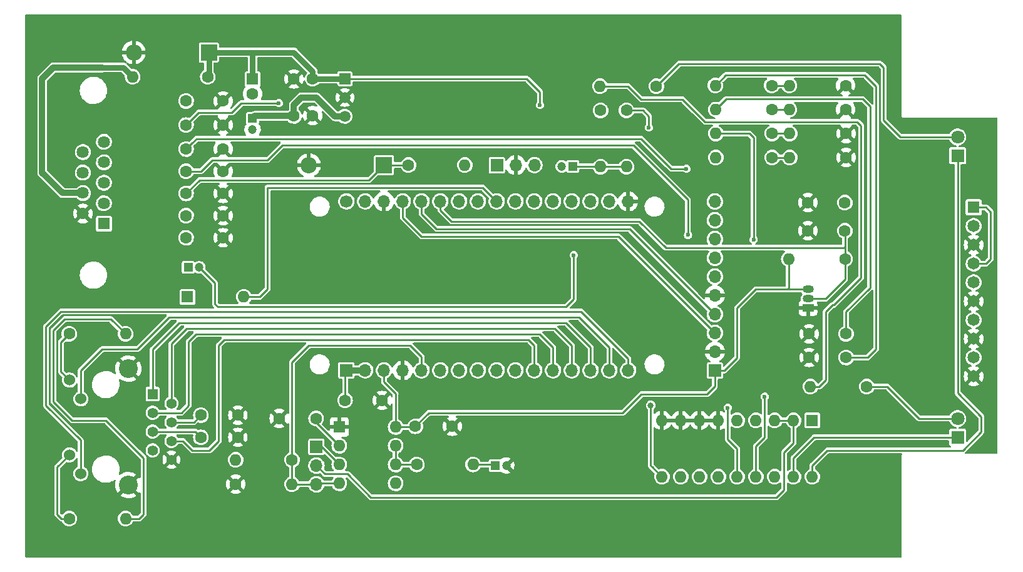
<source format=gbr>
G04 #@! TF.GenerationSoftware,KiCad,Pcbnew,(6.0.0)*
G04 #@! TF.CreationDate,2022-01-05T20:15:47-08:00*
G04 #@! TF.ProjectId,Duo2_Direwolf,44756f32-5f44-4697-9265-776f6c662e6b,rev?*
G04 #@! TF.SameCoordinates,PX2faf080PY8f0d180*
G04 #@! TF.FileFunction,Copper,L2,Bot*
G04 #@! TF.FilePolarity,Positive*
%FSLAX46Y46*%
G04 Gerber Fmt 4.6, Leading zero omitted, Abs format (unit mm)*
G04 Created by KiCad (PCBNEW (6.0.0)) date 2022-01-05 20:15:47*
%MOMM*%
%LPD*%
G01*
G04 APERTURE LIST*
G04 #@! TA.AperFunction,ComponentPad*
%ADD10R,1.600000X1.600000*%
G04 #@! TD*
G04 #@! TA.AperFunction,ComponentPad*
%ADD11O,1.600000X1.600000*%
G04 #@! TD*
G04 #@! TA.AperFunction,ComponentPad*
%ADD12C,1.600000*%
G04 #@! TD*
G04 #@! TA.AperFunction,ComponentPad*
%ADD13R,1.700000X1.700000*%
G04 #@! TD*
G04 #@! TA.AperFunction,ComponentPad*
%ADD14O,1.700000X1.700000*%
G04 #@! TD*
G04 #@! TA.AperFunction,ComponentPad*
%ADD15R,1.508000X1.508000*%
G04 #@! TD*
G04 #@! TA.AperFunction,ComponentPad*
%ADD16C,1.508000*%
G04 #@! TD*
G04 #@! TA.AperFunction,ComponentPad*
%ADD17R,1.650000X1.650000*%
G04 #@! TD*
G04 #@! TA.AperFunction,ComponentPad*
%ADD18C,1.650000*%
G04 #@! TD*
G04 #@! TA.AperFunction,ComponentPad*
%ADD19R,1.800000X1.800000*%
G04 #@! TD*
G04 #@! TA.AperFunction,ComponentPad*
%ADD20C,1.800000*%
G04 #@! TD*
G04 #@! TA.AperFunction,ComponentPad*
%ADD21C,1.700000*%
G04 #@! TD*
G04 #@! TA.AperFunction,ComponentPad*
%ADD22R,2.200000X2.200000*%
G04 #@! TD*
G04 #@! TA.AperFunction,ComponentPad*
%ADD23O,2.200000X2.200000*%
G04 #@! TD*
G04 #@! TA.AperFunction,ComponentPad*
%ADD24R,1.400000X1.400000*%
G04 #@! TD*
G04 #@! TA.AperFunction,ComponentPad*
%ADD25C,1.400000*%
G04 #@! TD*
G04 #@! TA.AperFunction,ComponentPad*
%ADD26C,1.530000*%
G04 #@! TD*
G04 #@! TA.AperFunction,ComponentPad*
%ADD27C,2.550000*%
G04 #@! TD*
G04 #@! TA.AperFunction,ComponentPad*
%ADD28R,1.200000X1.200000*%
G04 #@! TD*
G04 #@! TA.AperFunction,ComponentPad*
%ADD29C,1.200000*%
G04 #@! TD*
G04 #@! TA.AperFunction,ComponentPad*
%ADD30R,1.500000X1.050000*%
G04 #@! TD*
G04 #@! TA.AperFunction,ComponentPad*
%ADD31O,1.500000X1.050000*%
G04 #@! TD*
G04 #@! TA.AperFunction,ComponentPad*
%ADD32R,1.635000X1.635000*%
G04 #@! TD*
G04 #@! TA.AperFunction,ComponentPad*
%ADD33C,1.635000*%
G04 #@! TD*
G04 #@! TA.AperFunction,ViaPad*
%ADD34C,0.600000*%
G04 #@! TD*
G04 #@! TA.AperFunction,ViaPad*
%ADD35C,0.800000*%
G04 #@! TD*
G04 #@! TA.AperFunction,Conductor*
%ADD36C,0.254000*%
G04 #@! TD*
G04 #@! TA.AperFunction,Conductor*
%ADD37C,0.812800*%
G04 #@! TD*
G04 #@! TA.AperFunction,Conductor*
%ADD38C,0.760000*%
G04 #@! TD*
G04 APERTURE END LIST*
D10*
X42720000Y17910000D03*
D11*
X42720000Y15370000D03*
X42720000Y12830000D03*
X42720000Y10290000D03*
X50340000Y10290000D03*
X50340000Y12830000D03*
X50340000Y15370000D03*
X50340000Y17910000D03*
D12*
X111252000Y54356000D03*
D11*
X103632000Y54356000D03*
D12*
X114046000Y23368000D03*
D11*
X106426000Y23368000D03*
D12*
X101252000Y54356000D03*
D11*
X93632000Y54356000D03*
D12*
X53000000Y18000000D03*
X58000000Y18000000D03*
X81560000Y60728000D03*
D11*
X81560000Y53108000D03*
D12*
X111192000Y64106000D03*
D11*
X103572000Y64106000D03*
D12*
X111085000Y44450000D03*
X106085000Y44450000D03*
X101252000Y60856000D03*
D11*
X93632000Y60856000D03*
D12*
X111250000Y27305000D03*
X106250000Y27305000D03*
D13*
X93505000Y25545000D03*
D14*
X93505000Y28085000D03*
X93505000Y30625000D03*
X93505000Y33165000D03*
X93505000Y35705000D03*
X93505000Y38245000D03*
X93505000Y40785000D03*
X93505000Y43325000D03*
X93505000Y45865000D03*
X93505000Y48405000D03*
D10*
X30988000Y64963112D03*
D12*
X30988000Y62963112D03*
X24930000Y65278000D03*
D11*
X14770000Y65278000D03*
D15*
X43470000Y65024000D03*
D16*
X43470000Y62484000D03*
X43470000Y59944000D03*
D12*
X85598000Y64008000D03*
D11*
X77978000Y64008000D03*
D12*
X101192000Y64106000D03*
D11*
X93572000Y64106000D03*
D17*
X128500000Y47627500D03*
D18*
X128500000Y45087500D03*
X128500000Y42547500D03*
X128500000Y40007500D03*
X128500000Y37467500D03*
X128500000Y34927500D03*
X128500000Y32387500D03*
X128500000Y29847500D03*
X128500000Y27307500D03*
X128500000Y24767500D03*
D19*
X126335000Y54605000D03*
D20*
X126335000Y57145000D03*
D12*
X111125000Y40640000D03*
D11*
X103505000Y40640000D03*
D13*
X43680000Y25570000D03*
D21*
X43680000Y48430000D03*
D14*
X46220000Y25570000D03*
X46220000Y48430000D03*
X48760000Y25570000D03*
X48760000Y48430000D03*
X51300000Y25570000D03*
X51300000Y48430000D03*
X53840000Y25570000D03*
X53840000Y48430000D03*
X56380000Y25570000D03*
X56380000Y48430000D03*
X58920000Y25570000D03*
X58920000Y48430000D03*
X61460000Y25570000D03*
X61460000Y48430000D03*
X64000000Y25570000D03*
X64000000Y48430000D03*
X66540000Y25570000D03*
X66540000Y48430000D03*
X69080000Y25570000D03*
X69080000Y48430000D03*
X71620000Y25570000D03*
X71620000Y48430000D03*
X74160000Y25570000D03*
X74160000Y48430000D03*
X76700000Y25570000D03*
X76700000Y48430000D03*
X79240000Y25570000D03*
X79240000Y48430000D03*
X81780000Y25570000D03*
X81780000Y48430000D03*
D12*
X6190000Y5500000D03*
D11*
X13810000Y5500000D03*
D12*
X29000000Y19500000D03*
X24000000Y19500000D03*
X43500000Y21500000D03*
X48500000Y21500000D03*
X22000000Y43500000D03*
X27000000Y43500000D03*
X101252000Y57606000D03*
D11*
X93632000Y57606000D03*
D13*
X39624000Y15225000D03*
D14*
X39624000Y12685000D03*
X39624000Y10145000D03*
D12*
X53190000Y12840000D03*
D11*
X60810000Y12840000D03*
D12*
X39584000Y19050000D03*
X34584000Y19050000D03*
D22*
X25080000Y68580000D03*
D23*
X14920000Y68580000D03*
D24*
X17485000Y22365000D03*
D25*
X20025000Y21095000D03*
X17485000Y19825000D03*
X20025000Y18555000D03*
X17485000Y17285000D03*
X20025000Y16015000D03*
X17485000Y14745000D03*
X20025000Y13475000D03*
D26*
X6235000Y24245000D03*
X7755000Y21705000D03*
X6235000Y14135000D03*
X7755000Y11595000D03*
D27*
X14185000Y25795000D03*
X14185000Y10045000D03*
D28*
X74310000Y53168000D03*
D29*
X72810000Y53168000D03*
D12*
X111250000Y30500000D03*
X106250000Y30500000D03*
X78060000Y60728000D03*
D11*
X78060000Y53108000D03*
D22*
X48768000Y53340000D03*
D23*
X38608000Y53340000D03*
D12*
X111192000Y60856000D03*
D11*
X103572000Y60856000D03*
D28*
X22277401Y39500000D03*
D29*
X23777401Y39500000D03*
D12*
X36322000Y13462000D03*
D11*
X28702000Y13462000D03*
D12*
X39116000Y65024000D03*
X39116000Y60024000D03*
X22000000Y55500000D03*
X27000000Y55500000D03*
D10*
X22190000Y35500000D03*
D11*
X29810000Y35500000D03*
D12*
X111085000Y48260000D03*
X106085000Y48260000D03*
X28702000Y10160000D03*
D11*
X36322000Y10160000D03*
D12*
X22000000Y58750000D03*
X27000000Y58750000D03*
X22000000Y62000000D03*
X27000000Y62000000D03*
D19*
X126335000Y16505000D03*
D20*
X126335000Y19045000D03*
D12*
X22000000Y52500000D03*
X27000000Y52500000D03*
X6190000Y30500000D03*
D11*
X13810000Y30500000D03*
D13*
X64023000Y53340000D03*
D14*
X66563000Y53340000D03*
X69103000Y53340000D03*
D30*
X106110000Y33980000D03*
D31*
X106110000Y35250000D03*
X106110000Y36520000D03*
D12*
X22000000Y49500000D03*
X27000000Y49500000D03*
X36576000Y59984000D03*
X36576000Y64984000D03*
D32*
X10887500Y45400000D03*
D33*
X10887500Y48170000D03*
X10887500Y50940000D03*
X10887500Y53710000D03*
X10887500Y56480000D03*
X8047500Y46785000D03*
X8047500Y49555000D03*
X8047500Y52325000D03*
X8047500Y55095000D03*
D28*
X30988000Y59650599D03*
D29*
X30988000Y58150599D03*
D12*
X24000000Y16500000D03*
X29000000Y16500000D03*
X22000000Y46500000D03*
X27000000Y46500000D03*
X52070000Y53340000D03*
D11*
X59690000Y53340000D03*
D28*
X63793401Y12700000D03*
D29*
X65293401Y12700000D03*
D12*
X111252000Y57606000D03*
D11*
X103632000Y57606000D03*
D10*
X106680000Y18796000D03*
D11*
X104140000Y18796000D03*
X101600000Y18796000D03*
X99060000Y18796000D03*
X96520000Y18796000D03*
X93980000Y18796000D03*
X91440000Y18796000D03*
X88900000Y18796000D03*
X86360000Y18796000D03*
X86360000Y11176000D03*
X88900000Y11176000D03*
X91440000Y11176000D03*
X93980000Y11176000D03*
X96520000Y11176000D03*
X99060000Y11176000D03*
X101600000Y11176000D03*
X104140000Y11176000D03*
X106680000Y11176000D03*
D34*
X89000000Y73500000D03*
X53000000Y2500000D03*
X1000000Y47500000D03*
X11000000Y15500000D03*
X117000000Y69000000D03*
X120000000Y49500000D03*
X1000000Y19500000D03*
X77000000Y73500000D03*
X87500000Y56500000D03*
X114000000Y15500000D03*
X117000000Y17500000D03*
X101000000Y69000000D03*
X41000000Y73500000D03*
X89000000Y500000D03*
X120000000Y23000000D03*
X84000000Y51500000D03*
X25000000Y71500000D03*
X32000000Y16500000D03*
X93000000Y73500000D03*
X107500000Y57500000D03*
X123000000Y29000000D03*
X57000000Y73500000D03*
X1000000Y73500000D03*
X64000000Y42500000D03*
X33000000Y2500000D03*
X123000000Y31000000D03*
X45000000Y2500000D03*
X37000000Y73500000D03*
X81000000Y69000000D03*
X120000000Y36500000D03*
X39500000Y21500000D03*
X85000000Y500000D03*
X32000000Y28500000D03*
X70000000Y58000000D03*
X29000000Y500000D03*
X65000000Y73500000D03*
X60500000Y10000000D03*
X89000000Y21000000D03*
X97000000Y44500000D03*
X73000000Y65500000D03*
X70500000Y28000000D03*
X32000000Y22500000D03*
X123000000Y23000000D03*
X5000000Y2500000D03*
X78000000Y28000000D03*
X106800000Y14600000D03*
X57000000Y63000000D03*
X97000000Y500000D03*
X48000000Y12500000D03*
X123000000Y33500000D03*
X61000000Y2500000D03*
X1000000Y55500000D03*
X57000000Y58500000D03*
X1000000Y71500000D03*
X57000000Y53000000D03*
X72000000Y62500000D03*
X130500000Y21000000D03*
X114000000Y17500000D03*
X41000000Y44500000D03*
X25000000Y25500000D03*
X120000000Y15500000D03*
X1000000Y35500000D03*
X46000000Y36500000D03*
X120000000Y43500000D03*
X77000000Y71500000D03*
X89000000Y64000000D03*
X107500000Y51000000D03*
X128500000Y56000000D03*
X60000000Y36500000D03*
X25000000Y22500000D03*
X105000000Y71500000D03*
X69000000Y73500000D03*
X120000000Y56000000D03*
X65000000Y71500000D03*
X97000000Y73500000D03*
X86000000Y31500000D03*
X113000000Y500000D03*
X89000000Y69000000D03*
X111000000Y51000000D03*
X113000000Y2500000D03*
X109000000Y71500000D03*
X37000000Y2500000D03*
X51000000Y28000000D03*
X1000000Y31500000D03*
X89000000Y71500000D03*
X105000000Y500000D03*
X35000000Y43000000D03*
X17000000Y71500000D03*
X78000000Y36500000D03*
X13500000Y20000000D03*
X76000000Y17500000D03*
X81000000Y71500000D03*
X120000000Y52500000D03*
X101000000Y73500000D03*
X123000000Y17500000D03*
X117000000Y2500000D03*
X123000000Y40000000D03*
X13000000Y73500000D03*
X13000000Y2500000D03*
X101000000Y71500000D03*
X104000000Y14600000D03*
X51000000Y42500000D03*
X117000000Y73500000D03*
X73000000Y2500000D03*
X14000000Y54000000D03*
X57000000Y500000D03*
X33000000Y500000D03*
X79500000Y10000000D03*
X37500000Y25000000D03*
X120000000Y26000000D03*
X105000000Y2500000D03*
X83500000Y36500000D03*
X49000000Y73500000D03*
X73000000Y28000000D03*
X81000000Y500000D03*
X111000000Y17500000D03*
X49000000Y2500000D03*
X109000000Y69000000D03*
X54000000Y15500000D03*
X85000000Y71500000D03*
X37000000Y71500000D03*
X80500000Y31500000D03*
X49000000Y69000000D03*
X17000000Y500000D03*
X13000000Y71500000D03*
X85000000Y66500000D03*
X120000000Y58500000D03*
X9000000Y71500000D03*
X73000000Y69000000D03*
X60000000Y28000000D03*
X85000000Y2500000D03*
X49000000Y63000000D03*
X49000000Y58500000D03*
X61000000Y500000D03*
X123000000Y46500000D03*
X117000000Y500000D03*
X120000000Y40000000D03*
X73000000Y73500000D03*
X41000000Y71500000D03*
X101000000Y2500000D03*
X123000000Y56000000D03*
X65000000Y63000000D03*
X56000000Y42500000D03*
X56000000Y36500000D03*
X111000000Y20500000D03*
X89000000Y2500000D03*
X111000000Y15500000D03*
X111000000Y23500000D03*
X66500000Y18000000D03*
X120000000Y46500000D03*
X1000000Y27500000D03*
X53000000Y73500000D03*
X105600000Y13000000D03*
X29000000Y2500000D03*
X67500000Y28000000D03*
X128500000Y51500000D03*
X78000000Y42500000D03*
X123000000Y36500000D03*
X45000000Y73500000D03*
X107500000Y64000000D03*
X130500000Y18500000D03*
X57000000Y2500000D03*
X33000000Y71500000D03*
X37000000Y500000D03*
X93000000Y2500000D03*
X77000000Y500000D03*
X43000000Y53500000D03*
X61000000Y73500000D03*
X65000000Y2500000D03*
X81500000Y58000000D03*
X105000000Y73500000D03*
X17000000Y38000000D03*
X13000000Y500000D03*
X9000000Y73500000D03*
X46000000Y42500000D03*
X17000000Y2500000D03*
X21000000Y2500000D03*
X1000000Y39500000D03*
X64500000Y36500000D03*
X1000000Y500000D03*
X73000000Y500000D03*
X53000000Y71500000D03*
X109000000Y2500000D03*
X81000000Y73500000D03*
X49000000Y71500000D03*
X1000000Y59500000D03*
X21000000Y71500000D03*
X64000000Y28000000D03*
X21500000Y29000000D03*
X117000000Y20500000D03*
X97000000Y71500000D03*
X117500000Y63000000D03*
X85000000Y73500000D03*
X68000000Y21500000D03*
X9000000Y2500000D03*
X70000000Y36500000D03*
X25000000Y500000D03*
X10000000Y9000000D03*
X35000000Y36500000D03*
X93000000Y71500000D03*
X40500000Y36500000D03*
X46000000Y28000000D03*
X54000000Y10000000D03*
X60500000Y15500000D03*
X1000000Y51500000D03*
X21000000Y500000D03*
X75500000Y28000000D03*
X5000000Y500000D03*
X65000000Y58500000D03*
X123000000Y43500000D03*
X1000000Y63500000D03*
X25000000Y73500000D03*
X69000000Y500000D03*
X49000000Y500000D03*
X45000000Y500000D03*
X41000000Y500000D03*
X105200000Y16400000D03*
X89000000Y60500000D03*
X1000000Y2500000D03*
X41000000Y2500000D03*
X1000000Y23500000D03*
X21500000Y25500000D03*
X25000000Y2500000D03*
X53000000Y500000D03*
X69000000Y71500000D03*
X25000000Y29000000D03*
X46000000Y17500000D03*
X61000000Y71500000D03*
X109000000Y500000D03*
X5000000Y55500000D03*
X5000000Y63500000D03*
X65000000Y500000D03*
X9000000Y500000D03*
X14000000Y51500000D03*
X73000000Y71500000D03*
X57000000Y69000000D03*
X57000000Y71500000D03*
X114000000Y20500000D03*
X99500000Y31500000D03*
X5000000Y73500000D03*
X5000000Y71500000D03*
X113000000Y71500000D03*
X29000000Y71500000D03*
X76000000Y21500000D03*
X33000000Y73500000D03*
X101000000Y500000D03*
X21000000Y73500000D03*
X21500000Y22500000D03*
X17000000Y73500000D03*
X93000000Y500000D03*
X123000000Y20000000D03*
X51000000Y36500000D03*
X54000000Y21500000D03*
X123000000Y49500000D03*
X45000000Y71500000D03*
X130500000Y15500000D03*
X123000000Y15500000D03*
X117000000Y15500000D03*
X81000000Y2500000D03*
X5000000Y59500000D03*
X69000000Y2500000D03*
X14000000Y42500000D03*
X97000000Y2500000D03*
X123000000Y58500000D03*
X65000000Y69000000D03*
X1000000Y15500000D03*
X29000000Y73500000D03*
X113000000Y73500000D03*
X1000000Y11500000D03*
X120000000Y17500000D03*
X109000000Y73500000D03*
X120000000Y33500000D03*
X56000000Y28000000D03*
X1000000Y7500000D03*
X41000000Y69000000D03*
X70000000Y42500000D03*
X123000000Y52500000D03*
X10000000Y30500000D03*
X77000000Y2500000D03*
X60500000Y21500000D03*
X123000000Y26000000D03*
X68000000Y10000000D03*
X1000000Y43500000D03*
X117000000Y71500000D03*
X84582000Y58420000D03*
X34544000Y61722000D03*
D35*
X84836000Y20828000D03*
D34*
X69850000Y61468000D03*
X74422000Y41148000D03*
X89662000Y52832000D03*
X98750000Y43250000D03*
X89873489Y43876511D03*
X95250000Y20500000D03*
X100250000Y22000000D03*
D36*
X20025000Y18555000D02*
X23055000Y18555000D01*
X23055000Y18555000D02*
X24000000Y19500000D01*
X17485000Y17285000D02*
X23215000Y17285000D01*
X23215000Y17285000D02*
X24000000Y16500000D01*
D37*
X39624000Y62484000D02*
X37592000Y62484000D01*
D36*
X112776000Y59182000D02*
X92202000Y59182000D01*
X108500000Y24250000D02*
X108500000Y33500000D01*
X108500000Y33500000D02*
X109408000Y34408000D01*
D37*
X43470000Y59944000D02*
X42164000Y59944000D01*
X31321401Y59984000D02*
X30988000Y59650599D01*
D36*
X43500000Y25390000D02*
X43680000Y25570000D01*
X106426000Y23368000D02*
X107618000Y23368000D01*
D37*
X37592000Y62484000D02*
X36576000Y61468000D01*
D36*
X107618000Y23368000D02*
X108500000Y24250000D01*
X92202000Y59182000D02*
X89154000Y62230000D01*
X113284000Y38100000D02*
X113284000Y58674000D01*
X81788000Y64008000D02*
X83566000Y62230000D01*
X77978000Y64008000D02*
X81788000Y64008000D01*
D37*
X36576000Y61468000D02*
X36576000Y59984000D01*
D36*
X43500000Y21500000D02*
X43500000Y25390000D01*
X109408000Y34408000D02*
X109592000Y34408000D01*
D37*
X42164000Y59944000D02*
X39624000Y62484000D01*
D36*
X109592000Y34408000D02*
X113284000Y38100000D01*
D37*
X36576000Y59984000D02*
X31321401Y59984000D01*
D36*
X113284000Y58674000D02*
X112776000Y59182000D01*
X89154000Y62230000D02*
X83566000Y62230000D01*
D37*
X46220000Y25570000D02*
X43680000Y25570000D01*
D36*
X81026000Y19812000D02*
X83566000Y22352000D01*
X6604000Y18796000D02*
X4064000Y21336000D01*
X73152000Y19812000D02*
X81026000Y19812000D01*
X50340000Y17910000D02*
X52910000Y17910000D01*
X11176000Y18796000D02*
X6604000Y18796000D01*
X11798000Y32512000D02*
X13810000Y30500000D01*
X15660000Y5500000D02*
X16256000Y6096000D01*
X53000000Y18000000D02*
X54812000Y19812000D01*
X103270000Y36520000D02*
X99020000Y36520000D01*
X106110000Y36520000D02*
X103270000Y36520000D01*
X4064000Y21336000D02*
X4064000Y30988000D01*
X93505000Y23401000D02*
X93505000Y25545000D01*
X103270000Y36520000D02*
X103505000Y36755000D01*
X50340000Y22410000D02*
X48760000Y23990000D01*
X52910000Y17910000D02*
X53000000Y18000000D01*
X96500000Y34000000D02*
X96500000Y27250000D01*
X16256000Y13716000D02*
X11176000Y18796000D01*
X96500000Y27250000D02*
X94795000Y25545000D01*
X16256000Y8128000D02*
X16256000Y13716000D01*
X48760000Y23990000D02*
X48760000Y25570000D01*
X4064000Y30988000D02*
X5588000Y32512000D01*
X99020000Y36520000D02*
X96500000Y34000000D01*
X94795000Y25545000D02*
X93505000Y25545000D01*
X13810000Y5500000D02*
X15660000Y5500000D01*
X5588000Y32512000D02*
X11798000Y32512000D01*
X92456000Y22352000D02*
X93505000Y23401000D01*
X54812000Y19812000D02*
X73152000Y19812000D01*
X83566000Y22352000D02*
X92456000Y22352000D01*
X16256000Y6096000D02*
X16256000Y8128000D01*
X103505000Y36755000D02*
X103505000Y40640000D01*
X50340000Y17910000D02*
X50340000Y22410000D01*
X60810000Y12840000D02*
X63653401Y12840000D01*
X63653401Y12840000D02*
X63793401Y12700000D01*
X115316000Y28448000D02*
X115316000Y64008000D01*
X115316000Y64008000D02*
X113792000Y65532000D01*
X113792000Y65532000D02*
X94998000Y65532000D01*
X111250000Y27305000D02*
X114173000Y27305000D01*
X94998000Y65532000D02*
X93572000Y64106000D01*
X114173000Y27305000D02*
X115316000Y28448000D01*
X81560000Y60728000D02*
X83798000Y60728000D01*
X84582000Y59944000D02*
X84582000Y58420000D01*
X29464000Y61722000D02*
X28194000Y60452000D01*
X28194000Y60452000D02*
X23702000Y60452000D01*
X83798000Y60728000D02*
X84582000Y59944000D01*
X23702000Y60452000D02*
X22000000Y58750000D01*
X34544000Y61722000D02*
X29464000Y61722000D01*
D38*
X30988000Y68326000D02*
X31242000Y68580000D01*
D36*
X84836000Y20828000D02*
X84836000Y12700000D01*
D38*
X39116000Y65024000D02*
X43470000Y65024000D01*
D36*
X59944000Y65024000D02*
X68072000Y65024000D01*
D38*
X30988000Y64963112D02*
X30988000Y68326000D01*
D36*
X85050000Y12486000D02*
X86360000Y11176000D01*
D38*
X31242000Y68580000D02*
X25080000Y68580000D01*
X25080000Y68580000D02*
X25080000Y65428000D01*
X39116000Y65024000D02*
X39116000Y66040000D01*
D36*
X68072000Y65024000D02*
X69850000Y63246000D01*
D38*
X25080000Y65428000D02*
X24930000Y65278000D01*
X36576000Y68580000D02*
X31242000Y68580000D01*
D36*
X43470000Y65024000D02*
X59944000Y65024000D01*
D38*
X39116000Y66040000D02*
X36576000Y68580000D01*
D36*
X84836000Y12700000D02*
X85050000Y12486000D01*
X69850000Y63246000D02*
X69850000Y61468000D01*
X126335000Y54605000D02*
X126335000Y22509000D01*
X129540000Y19304000D02*
X129540000Y17256978D01*
X106680000Y12700000D02*
X106680000Y11176000D01*
X129540000Y17256978D02*
X127015022Y14732000D01*
X127015022Y14732000D02*
X108712000Y14732000D01*
X126335000Y22509000D02*
X129540000Y19304000D01*
X108712000Y14732000D02*
X106680000Y12700000D01*
X115824000Y67056000D02*
X88900000Y67056000D01*
X116332000Y59436000D02*
X116332000Y66548000D01*
X126335000Y57145000D02*
X118623000Y57145000D01*
X88646000Y67056000D02*
X88900000Y67056000D01*
X118623000Y57145000D02*
X116332000Y59436000D01*
X85598000Y64008000D02*
X88646000Y67056000D01*
X116332000Y66548000D02*
X115824000Y67056000D01*
X126335000Y16505000D02*
X106929000Y16505000D01*
X106929000Y16505000D02*
X104140000Y13716000D01*
X104140000Y13716000D02*
X104140000Y11176000D01*
X121163000Y19045000D02*
X116840000Y23368000D01*
X116840000Y23368000D02*
X114046000Y23368000D01*
X126335000Y19045000D02*
X121163000Y19045000D01*
X31944000Y35500000D02*
X33020000Y36576000D01*
X33020000Y50292000D02*
X62138000Y50292000D01*
X62138000Y50292000D02*
X64000000Y48430000D01*
X29810000Y35500000D02*
X31944000Y35500000D01*
X33020000Y36576000D02*
X33020000Y50292000D01*
D37*
X10668000Y66548000D02*
X4064000Y66548000D01*
X5309000Y49555000D02*
X8047500Y49555000D01*
X4064000Y66548000D02*
X2540000Y65024000D01*
D38*
X13500000Y66548000D02*
X10668000Y66548000D01*
D37*
X2540000Y52324000D02*
X5309000Y49555000D01*
D38*
X14770000Y65278000D02*
X13500000Y66548000D01*
D37*
X2540000Y65024000D02*
X2540000Y52324000D01*
D36*
X23808000Y51308000D02*
X46736000Y51308000D01*
X46736000Y51308000D02*
X48768000Y53340000D01*
X48768000Y53340000D02*
X52070000Y53340000D01*
X22000000Y49500000D02*
X23808000Y51308000D01*
X39584000Y18506000D02*
X39584000Y19050000D01*
X42720000Y15370000D02*
X39584000Y18506000D01*
X130810000Y46990000D02*
X130810000Y40640000D01*
X130810000Y40640000D02*
X130177500Y40007500D01*
X128500000Y47627500D02*
X130172500Y47627500D01*
X130177500Y40007500D02*
X128500000Y40007500D01*
X130172500Y47627500D02*
X130810000Y46990000D01*
X74422000Y35179000D02*
X74422000Y41148000D01*
X23777401Y39500000D02*
X25908000Y37369401D01*
X26289000Y34163000D02*
X73406000Y34163000D01*
X73406000Y34163000D02*
X74422000Y35179000D01*
X25908000Y34544000D02*
X26289000Y34163000D01*
X25908000Y37369401D02*
X25908000Y34544000D01*
X78060000Y53108000D02*
X81560000Y53108000D01*
X78000000Y53168000D02*
X78060000Y53108000D01*
X74310000Y53168000D02*
X78000000Y53168000D01*
X87122000Y53340000D02*
X87630000Y52832000D01*
X83566000Y56896000D02*
X87122000Y53340000D01*
X22000000Y55500000D02*
X22860000Y56360000D01*
X87630000Y52832000D02*
X89662000Y52832000D01*
X54356000Y56896000D02*
X81788000Y56896000D01*
X23396000Y56896000D02*
X54356000Y56896000D01*
X22860000Y56360000D02*
X23396000Y56896000D01*
X81788000Y56896000D02*
X83312000Y56896000D01*
X83312000Y56896000D02*
X83566000Y56896000D01*
X98750000Y57000000D02*
X98750000Y43250000D01*
X98144000Y57606000D02*
X98750000Y57000000D01*
X93632000Y57606000D02*
X98144000Y57606000D01*
X95026000Y62250000D02*
X113500000Y62250000D01*
X114500000Y61250000D02*
X114500000Y36750000D01*
X111250000Y33500000D02*
X111250000Y30500000D01*
X93632000Y60856000D02*
X95026000Y62250000D01*
X114500000Y36750000D02*
X111250000Y33500000D01*
X113500000Y62250000D02*
X114500000Y61250000D01*
X83312000Y45720000D02*
X86883511Y42148489D01*
X110982489Y42148489D02*
X111125000Y42291000D01*
X57912000Y45720000D02*
X83312000Y45720000D01*
X111125000Y37875000D02*
X111125000Y40640000D01*
X111125000Y42291000D02*
X111125000Y44410000D01*
X56380000Y48430000D02*
X56380000Y47252000D01*
X108500000Y35250000D02*
X111125000Y37875000D01*
X86883511Y42148489D02*
X110982489Y42148489D01*
X111125000Y40640000D02*
X111125000Y42291000D01*
X106110000Y35250000D02*
X108500000Y35250000D01*
X56380000Y47252000D02*
X57912000Y45720000D01*
X111125000Y44410000D02*
X111085000Y44450000D01*
X40325000Y15225000D02*
X39624000Y15225000D01*
X42720000Y12830000D02*
X40325000Y15225000D01*
X102870000Y9398000D02*
X102870000Y14478000D01*
X43815000Y11557000D02*
X46990000Y8382000D01*
X39624000Y12685000D02*
X40752000Y11557000D01*
X102870000Y14478000D02*
X104140000Y15748000D01*
X40752000Y11557000D02*
X43815000Y11557000D01*
X101854000Y8382000D02*
X102870000Y9398000D01*
X46990000Y8382000D02*
X101854000Y8382000D01*
X104140000Y15748000D02*
X104140000Y18796000D01*
X101600000Y18796000D02*
X104140000Y18796000D01*
X53840000Y27440000D02*
X53840000Y25570000D01*
X39624000Y10145000D02*
X36337000Y10145000D01*
X52324000Y28956000D02*
X53840000Y27440000D01*
X38608000Y28956000D02*
X52324000Y28956000D01*
X36322000Y26670000D02*
X38608000Y28956000D01*
X39769000Y10290000D02*
X39624000Y10145000D01*
X36337000Y10145000D02*
X36322000Y10160000D01*
X42720000Y10290000D02*
X39769000Y10290000D01*
X36322000Y13462000D02*
X36322000Y26670000D01*
X36322000Y10160000D02*
X36322000Y13462000D01*
X101252000Y54356000D02*
X103632000Y54356000D01*
X17485000Y22365000D02*
X17485000Y28407000D01*
X76700000Y28710000D02*
X76700000Y25570000D01*
X73406000Y32004000D02*
X76700000Y28710000D01*
X17485000Y28407000D02*
X21082000Y32004000D01*
X21082000Y32004000D02*
X73406000Y32004000D01*
X22098000Y31242000D02*
X71882000Y31242000D01*
X74160000Y28964000D02*
X74160000Y25570000D01*
X71882000Y31242000D02*
X74160000Y28964000D01*
X20025000Y21095000D02*
X20025000Y29169000D01*
X20025000Y29169000D02*
X22098000Y31242000D01*
X71620000Y28710000D02*
X71620000Y25570000D01*
X21349000Y19825000D02*
X22352000Y20828000D01*
X22352000Y20828000D02*
X22352000Y29464000D01*
X17485000Y19825000D02*
X21349000Y19825000D01*
X22352000Y29464000D02*
X23368000Y30480000D01*
X23368000Y30480000D02*
X69850000Y30480000D01*
X69850000Y30480000D02*
X71620000Y28710000D01*
X21577000Y16015000D02*
X22860000Y14732000D01*
X26416000Y16002000D02*
X26416000Y28956000D01*
X68326000Y29718000D02*
X69080000Y28964000D01*
X27178000Y29718000D02*
X68326000Y29718000D01*
X26416000Y28956000D02*
X27178000Y29718000D01*
X69080000Y28964000D02*
X69080000Y25570000D01*
X20025000Y16015000D02*
X21577000Y16015000D01*
X22860000Y14732000D02*
X25146000Y14732000D01*
X25146000Y14732000D02*
X26416000Y16002000D01*
X6190000Y30500000D02*
X5080000Y29390000D01*
X5080000Y29390000D02*
X5080000Y25400000D01*
X5080000Y25400000D02*
X6235000Y24245000D01*
X19731000Y32766000D02*
X75184000Y32766000D01*
X7755000Y21705000D02*
X7755000Y25535000D01*
X79240000Y28710000D02*
X79240000Y25570000D01*
X75184000Y32766000D02*
X79240000Y28710000D01*
X19731000Y32766000D02*
X15413000Y28448000D01*
X15413000Y28448000D02*
X10668000Y28448000D01*
X7755000Y25535000D02*
X10668000Y28448000D01*
X6235000Y14135000D02*
X4572000Y12472000D01*
X4572000Y6096000D02*
X5168000Y5500000D01*
X5168000Y5500000D02*
X6190000Y5500000D01*
X4572000Y12472000D02*
X4572000Y6096000D01*
X81780000Y27186000D02*
X75438000Y33528000D01*
X81780000Y25570000D02*
X81780000Y27186000D01*
X7755000Y16121000D02*
X3048000Y20828000D01*
X5080000Y33528000D02*
X15240000Y33528000D01*
X75438000Y33528000D02*
X14986000Y33528000D01*
X7755000Y11595000D02*
X7755000Y16121000D01*
X3048000Y31496000D02*
X5080000Y33528000D01*
X3048000Y20828000D02*
X3048000Y31496000D01*
X101252000Y57606000D02*
X103632000Y57606000D01*
X101252000Y60856000D02*
X103572000Y60856000D01*
X50340000Y12830000D02*
X53180000Y12830000D01*
X53180000Y12830000D02*
X53190000Y12840000D01*
X50340000Y15370000D02*
X50340000Y12830000D01*
X101192000Y64106000D02*
X103572000Y64106000D01*
X53848000Y43688000D02*
X51300000Y46236000D01*
X51300000Y46236000D02*
X51300000Y48430000D01*
X80442000Y43688000D02*
X53848000Y43688000D01*
X93505000Y30625000D02*
X80442000Y43688000D01*
X55880000Y44704000D02*
X53840000Y46744000D01*
X53840000Y46744000D02*
X53840000Y48430000D01*
X93505000Y33165000D02*
X81966000Y44704000D01*
X81966000Y44704000D02*
X55880000Y44704000D01*
X33000000Y54000000D02*
X35000000Y56000000D01*
X25500000Y54000000D02*
X33000000Y54000000D01*
X24000000Y52500000D02*
X25500000Y54000000D01*
X22000000Y52500000D02*
X24000000Y52500000D01*
X82500000Y56000000D02*
X89873489Y48626511D01*
X35000000Y56000000D02*
X82500000Y56000000D01*
X89873489Y48626511D02*
X89873489Y43876511D01*
X96520000Y11176000D02*
X96520000Y14980000D01*
X96520000Y14980000D02*
X95250000Y16250000D01*
X95250000Y16250000D02*
X95250000Y20500000D01*
X100250000Y16500000D02*
X100250000Y22000000D01*
X99060000Y15310000D02*
X100250000Y16500000D01*
X99060000Y11176000D02*
X99060000Y15310000D01*
G04 #@! TA.AperFunction,Conductor*
G36*
X118688121Y73725998D02*
G01*
X118734614Y73672342D01*
X118746000Y73620000D01*
X118746000Y60037425D01*
X118743579Y60012847D01*
X118741024Y60000000D01*
X118744425Y59982904D01*
X118746000Y59974985D01*
X118746000Y59974983D01*
X118750091Y59954414D01*
X118758100Y59914153D01*
X118760737Y59900894D01*
X118767629Y59890579D01*
X118767630Y59890577D01*
X118804056Y59836062D01*
X118816876Y59816876D01*
X118900894Y59760737D01*
X118945136Y59751937D01*
X119000000Y59741024D01*
X119012847Y59743579D01*
X119037425Y59746000D01*
X131620000Y59746000D01*
X131688121Y59725998D01*
X131734614Y59672342D01*
X131746000Y59620000D01*
X131746000Y14380000D01*
X131725998Y14311879D01*
X131672342Y14265386D01*
X131620000Y14254000D01*
X127380785Y14254000D01*
X127312664Y14274002D01*
X127266171Y14327658D01*
X127256067Y14397932D01*
X127288283Y14465554D01*
X127288911Y14466233D01*
X127292318Y14469774D01*
X129771479Y16948934D01*
X129790495Y16964293D01*
X129791556Y16965259D01*
X129800304Y16970907D01*
X129821229Y16997450D01*
X129825208Y17001928D01*
X129825137Y17001988D01*
X129828490Y17005945D01*
X129832171Y17009626D01*
X129836260Y17015348D01*
X129843469Y17025435D01*
X129847032Y17030180D01*
X129852333Y17036904D01*
X129878934Y17070648D01*
X129881984Y17079333D01*
X129887334Y17086820D01*
X129902109Y17136225D01*
X129903930Y17141828D01*
X129918388Y17182997D01*
X129921016Y17190480D01*
X129921500Y17196069D01*
X129921500Y17198782D01*
X129921615Y17201447D01*
X129921634Y17201510D01*
X129921808Y17201503D01*
X129921855Y17202249D01*
X129923725Y17208502D01*
X129921597Y17262656D01*
X129921500Y17267603D01*
X129921500Y19249864D01*
X129924085Y19274153D01*
X129924153Y19275600D01*
X129926345Y19285780D01*
X129922373Y19319340D01*
X129922020Y19325321D01*
X129921928Y19325313D01*
X129921500Y19330492D01*
X129921500Y19335692D01*
X129920647Y19340819D01*
X129920646Y19340827D01*
X129918312Y19354849D01*
X129917475Y19360725D01*
X129912641Y19401569D01*
X129912640Y19401571D01*
X129911417Y19411908D01*
X129907433Y19420205D01*
X129905922Y19429283D01*
X129900978Y19438445D01*
X129900977Y19438449D01*
X129881447Y19474644D01*
X129878751Y19479934D01*
X129875724Y19486239D01*
X129865162Y19508234D01*
X129859871Y19519253D01*
X129859871Y19519254D01*
X129856440Y19526398D01*
X129852830Y19530692D01*
X129850898Y19532624D01*
X129849111Y19534573D01*
X129849082Y19534626D01*
X129849212Y19534745D01*
X129848711Y19535313D01*
X129845612Y19541057D01*
X129805791Y19577867D01*
X129802226Y19581296D01*
X126753405Y22630118D01*
X126719379Y22692430D01*
X126716500Y22719213D01*
X126716500Y23663487D01*
X127760542Y23663487D01*
X127769838Y23651472D01*
X127826446Y23611835D01*
X127835941Y23606352D01*
X128037364Y23512428D01*
X128047656Y23508682D01*
X128262328Y23451161D01*
X128273123Y23449258D01*
X128494525Y23429887D01*
X128505475Y23429887D01*
X128726877Y23449258D01*
X128737672Y23451161D01*
X128952344Y23508682D01*
X128962636Y23512428D01*
X129164059Y23606352D01*
X129173554Y23611835D01*
X129231000Y23652059D01*
X129239375Y23662536D01*
X129232307Y23675983D01*
X128512812Y24395478D01*
X128498868Y24403092D01*
X128497035Y24402961D01*
X128490420Y24398710D01*
X127766972Y23675262D01*
X127760542Y23663487D01*
X126716500Y23663487D01*
X126716500Y24762025D01*
X127162387Y24762025D01*
X127181758Y24540623D01*
X127183661Y24529828D01*
X127241182Y24315156D01*
X127244928Y24304864D01*
X127338852Y24103441D01*
X127344335Y24093946D01*
X127384559Y24036500D01*
X127395036Y24028125D01*
X127408483Y24035193D01*
X128127978Y24754688D01*
X128134356Y24766368D01*
X128864408Y24766368D01*
X128864539Y24764535D01*
X128868790Y24757920D01*
X129592238Y24034472D01*
X129604013Y24028042D01*
X129616028Y24037338D01*
X129655665Y24093946D01*
X129661148Y24103441D01*
X129755072Y24304864D01*
X129758818Y24315156D01*
X129816339Y24529828D01*
X129818242Y24540623D01*
X129837613Y24762025D01*
X129837613Y24772975D01*
X129818242Y24994377D01*
X129816339Y25005172D01*
X129758818Y25219844D01*
X129755072Y25230136D01*
X129661148Y25431559D01*
X129655665Y25441054D01*
X129615441Y25498500D01*
X129604964Y25506875D01*
X129591517Y25499807D01*
X128872022Y24780312D01*
X128864408Y24766368D01*
X128134356Y24766368D01*
X128135592Y24768632D01*
X128135461Y24770465D01*
X128131210Y24777080D01*
X127407762Y25500528D01*
X127395987Y25506958D01*
X127383972Y25497662D01*
X127344335Y25441054D01*
X127338852Y25431559D01*
X127244928Y25230136D01*
X127241182Y25219844D01*
X127183661Y25005172D01*
X127181758Y24994377D01*
X127162387Y24772975D01*
X127162387Y24762025D01*
X126716500Y24762025D01*
X126716500Y27335879D01*
X127416247Y27335879D01*
X127429222Y27137905D01*
X127430644Y27132306D01*
X127470739Y26974436D01*
X127478059Y26945612D01*
X127480476Y26940369D01*
X127486784Y26926686D01*
X127561120Y26765438D01*
X127564453Y26760722D01*
X127664457Y26619220D01*
X127675625Y26603417D01*
X127679767Y26599382D01*
X127703553Y26576211D01*
X127817738Y26464977D01*
X127822542Y26461767D01*
X127888440Y26417735D01*
X127982700Y26354752D01*
X128133847Y26289815D01*
X128144621Y26285186D01*
X128199315Y26239918D01*
X128220852Y26172267D01*
X128202395Y26103711D01*
X128149805Y26056017D01*
X128127496Y26047711D01*
X128047653Y26026317D01*
X128037364Y26022572D01*
X127835941Y25928648D01*
X127826446Y25923165D01*
X127769000Y25882941D01*
X127760625Y25872464D01*
X127767693Y25859017D01*
X128487188Y25139522D01*
X128501132Y25131908D01*
X128502965Y25132039D01*
X128509580Y25136290D01*
X129233028Y25859738D01*
X129239458Y25871513D01*
X129230162Y25883528D01*
X129173554Y25923165D01*
X129164059Y25928648D01*
X128962636Y26022572D01*
X128952344Y26026318D01*
X128868458Y26048795D01*
X128807835Y26085747D01*
X128776814Y26149607D01*
X128785242Y26220102D01*
X128830445Y26274849D01*
X128860567Y26289815D01*
X128935489Y26315248D01*
X128935491Y26315249D01*
X128940953Y26317103D01*
X129114055Y26414044D01*
X129266592Y26540908D01*
X129393456Y26693445D01*
X129490397Y26866547D01*
X129492934Y26874021D01*
X129552313Y27048942D01*
X129552313Y27048944D01*
X129554171Y27054416D01*
X129555000Y27060132D01*
X129555001Y27060137D01*
X129574485Y27194525D01*
X129582639Y27250761D01*
X129584125Y27307500D01*
X129565971Y27505066D01*
X129560264Y27525304D01*
X129520388Y27666692D01*
X129512118Y27696016D01*
X129447415Y27827222D01*
X129426924Y27868773D01*
X129424369Y27873954D01*
X129406235Y27898239D01*
X129309115Y28028297D01*
X129305662Y28032921D01*
X129290586Y28046857D01*
X129164213Y28163675D01*
X129164210Y28163677D01*
X129159973Y28167594D01*
X128992182Y28273462D01*
X128855835Y28327859D01*
X128799976Y28371680D01*
X128776676Y28438744D01*
X128793332Y28507759D01*
X128844657Y28556814D01*
X128869916Y28566596D01*
X128952342Y28588681D01*
X128962636Y28592428D01*
X129164059Y28686352D01*
X129173554Y28691835D01*
X129231000Y28732059D01*
X129239375Y28742536D01*
X129232307Y28755983D01*
X128512812Y29475478D01*
X128498868Y29483092D01*
X128497035Y29482961D01*
X128490420Y29478710D01*
X127766972Y28755262D01*
X127760542Y28743487D01*
X127769838Y28731472D01*
X127826446Y28691835D01*
X127835941Y28686352D01*
X128037364Y28592428D01*
X128047656Y28588682D01*
X128131478Y28566222D01*
X128192101Y28529270D01*
X128223122Y28465409D01*
X128214694Y28394915D01*
X128169491Y28340168D01*
X128142479Y28326303D01*
X128033272Y28286015D01*
X128028310Y28283063D01*
X127867730Y28187529D01*
X127867727Y28187527D01*
X127862767Y28184576D01*
X127829397Y28155311D01*
X127717949Y28057573D01*
X127717946Y28057570D01*
X127713604Y28053762D01*
X127710029Y28049227D01*
X127710027Y28049225D01*
X127686480Y28019356D01*
X127590776Y27897957D01*
X127588085Y27892841D01*
X127588083Y27892839D01*
X127512280Y27748761D01*
X127498399Y27722377D01*
X127482982Y27672725D01*
X127444139Y27547628D01*
X127439566Y27532902D01*
X127416247Y27335879D01*
X126716500Y27335879D01*
X126716500Y29842025D01*
X127162387Y29842025D01*
X127181758Y29620623D01*
X127183661Y29609828D01*
X127241182Y29395156D01*
X127244928Y29384864D01*
X127338852Y29183441D01*
X127344335Y29173946D01*
X127384559Y29116500D01*
X127395036Y29108125D01*
X127408483Y29115193D01*
X128127978Y29834688D01*
X128134356Y29846368D01*
X128864408Y29846368D01*
X128864539Y29844535D01*
X128868790Y29837920D01*
X129592238Y29114472D01*
X129604013Y29108042D01*
X129616028Y29117338D01*
X129655665Y29173946D01*
X129661148Y29183441D01*
X129755072Y29384864D01*
X129758818Y29395156D01*
X129816339Y29609828D01*
X129818242Y29620623D01*
X129837613Y29842025D01*
X129837613Y29852975D01*
X129818242Y30074377D01*
X129816339Y30085172D01*
X129758818Y30299844D01*
X129755072Y30310136D01*
X129661148Y30511559D01*
X129655665Y30521054D01*
X129615441Y30578500D01*
X129604964Y30586875D01*
X129591517Y30579807D01*
X128872022Y29860312D01*
X128864408Y29846368D01*
X128134356Y29846368D01*
X128135592Y29848632D01*
X128135461Y29850465D01*
X128131210Y29857080D01*
X127407762Y30580528D01*
X127395987Y30586958D01*
X127383972Y30577662D01*
X127344335Y30521054D01*
X127338852Y30511559D01*
X127244928Y30310136D01*
X127241182Y30299844D01*
X127183661Y30085172D01*
X127181758Y30074377D01*
X127162387Y29852975D01*
X127162387Y29842025D01*
X126716500Y29842025D01*
X126716500Y32415879D01*
X127416247Y32415879D01*
X127419951Y32359368D01*
X127427449Y32244965D01*
X127429222Y32217905D01*
X127478059Y32025612D01*
X127561120Y31845438D01*
X127564453Y31840722D01*
X127671995Y31688554D01*
X127675625Y31683417D01*
X127817738Y31544977D01*
X127822542Y31541767D01*
X127824389Y31540533D01*
X127982700Y31434752D01*
X128133847Y31369815D01*
X128144621Y31365186D01*
X128199315Y31319918D01*
X128220852Y31252267D01*
X128202395Y31183711D01*
X128149805Y31136017D01*
X128127496Y31127711D01*
X128047653Y31106317D01*
X128037364Y31102572D01*
X127835941Y31008648D01*
X127826446Y31003165D01*
X127769000Y30962941D01*
X127760625Y30952464D01*
X127767693Y30939017D01*
X128487188Y30219522D01*
X128501132Y30211908D01*
X128502965Y30212039D01*
X128509580Y30216290D01*
X129233028Y30939738D01*
X129239458Y30951513D01*
X129230162Y30963528D01*
X129173554Y31003165D01*
X129164059Y31008648D01*
X128962636Y31102572D01*
X128952344Y31106318D01*
X128868458Y31128795D01*
X128807835Y31165747D01*
X128776814Y31229607D01*
X128785242Y31300102D01*
X128830445Y31354849D01*
X128860567Y31369815D01*
X128935489Y31395248D01*
X128935491Y31395249D01*
X128940953Y31397103D01*
X129114055Y31494044D01*
X129266592Y31620908D01*
X129393456Y31773445D01*
X129490397Y31946547D01*
X129515457Y32020369D01*
X129552313Y32128942D01*
X129552313Y32128944D01*
X129554171Y32134416D01*
X129555000Y32140132D01*
X129555001Y32140137D01*
X129578609Y32302965D01*
X129582639Y32330761D01*
X129584125Y32387500D01*
X129565971Y32585066D01*
X129559739Y32607165D01*
X129513687Y32770452D01*
X129512118Y32776016D01*
X129424369Y32953954D01*
X129382358Y33010214D01*
X129309115Y33108297D01*
X129305662Y33112921D01*
X129301426Y33116837D01*
X129164213Y33243675D01*
X129164210Y33243677D01*
X129159973Y33247594D01*
X128992182Y33353462D01*
X128855835Y33407859D01*
X128799976Y33451680D01*
X128776676Y33518744D01*
X128793332Y33587759D01*
X128844657Y33636814D01*
X128869916Y33646596D01*
X128952342Y33668681D01*
X128962636Y33672428D01*
X129164059Y33766352D01*
X129173554Y33771835D01*
X129231000Y33812059D01*
X129239375Y33822536D01*
X129232307Y33835983D01*
X128512812Y34555478D01*
X128498868Y34563092D01*
X128497035Y34562961D01*
X128490420Y34558710D01*
X127766972Y33835262D01*
X127760542Y33823487D01*
X127769838Y33811472D01*
X127826446Y33771835D01*
X127835941Y33766352D01*
X128037364Y33672428D01*
X128047656Y33668682D01*
X128131478Y33646222D01*
X128192101Y33609270D01*
X128223122Y33545409D01*
X128214694Y33474915D01*
X128169491Y33420168D01*
X128142479Y33406303D01*
X128033272Y33366015D01*
X128028310Y33363063D01*
X127867730Y33267529D01*
X127867727Y33267527D01*
X127862767Y33264576D01*
X127858424Y33260767D01*
X127717949Y33137573D01*
X127717946Y33137570D01*
X127713604Y33133762D01*
X127710029Y33129227D01*
X127710027Y33129225D01*
X127691751Y33106042D01*
X127590776Y32977957D01*
X127588085Y32972841D01*
X127588083Y32972839D01*
X127504510Y32813992D01*
X127498399Y32802377D01*
X127439566Y32612902D01*
X127416247Y32415879D01*
X126716500Y32415879D01*
X126716500Y34922025D01*
X127162387Y34922025D01*
X127181758Y34700623D01*
X127183661Y34689828D01*
X127241182Y34475156D01*
X127244928Y34464864D01*
X127338852Y34263441D01*
X127344335Y34253946D01*
X127384559Y34196500D01*
X127395036Y34188125D01*
X127408483Y34195193D01*
X128127978Y34914688D01*
X128134356Y34926368D01*
X128864408Y34926368D01*
X128864539Y34924535D01*
X128868790Y34917920D01*
X129592238Y34194472D01*
X129604013Y34188042D01*
X129616028Y34197338D01*
X129655665Y34253946D01*
X129661148Y34263441D01*
X129755072Y34464864D01*
X129758818Y34475156D01*
X129816339Y34689828D01*
X129818242Y34700623D01*
X129837613Y34922025D01*
X129837613Y34932975D01*
X129818242Y35154377D01*
X129816339Y35165172D01*
X129758818Y35379844D01*
X129755072Y35390136D01*
X129661148Y35591559D01*
X129655665Y35601054D01*
X129615441Y35658500D01*
X129604964Y35666875D01*
X129591517Y35659807D01*
X128872022Y34940312D01*
X128864408Y34926368D01*
X128134356Y34926368D01*
X128135592Y34928632D01*
X128135461Y34930465D01*
X128131210Y34937080D01*
X127407762Y35660528D01*
X127395987Y35666958D01*
X127383972Y35657662D01*
X127344335Y35601054D01*
X127338852Y35591559D01*
X127244928Y35390136D01*
X127241182Y35379844D01*
X127183661Y35165172D01*
X127181758Y35154377D01*
X127162387Y34932975D01*
X127162387Y34922025D01*
X126716500Y34922025D01*
X126716500Y37495879D01*
X127416247Y37495879D01*
X127429222Y37297905D01*
X127430644Y37292306D01*
X127462362Y37167420D01*
X127478059Y37105612D01*
X127480476Y37100369D01*
X127531019Y36990732D01*
X127561120Y36925438D01*
X127577735Y36901928D01*
X127629064Y36829300D01*
X127675625Y36763417D01*
X127679767Y36759382D01*
X127735237Y36705346D01*
X127817738Y36624977D01*
X127982700Y36514752D01*
X128133847Y36449815D01*
X128144621Y36445186D01*
X128199315Y36399918D01*
X128220852Y36332267D01*
X128202395Y36263711D01*
X128149805Y36216017D01*
X128127496Y36207711D01*
X128047653Y36186317D01*
X128037364Y36182572D01*
X127835941Y36088648D01*
X127826446Y36083165D01*
X127769000Y36042941D01*
X127760625Y36032464D01*
X127767693Y36019017D01*
X128487188Y35299522D01*
X128501132Y35291908D01*
X128502965Y35292039D01*
X128509580Y35296290D01*
X129233028Y36019738D01*
X129239458Y36031513D01*
X129230162Y36043528D01*
X129173554Y36083165D01*
X129164059Y36088648D01*
X128962636Y36182572D01*
X128952344Y36186318D01*
X128868458Y36208795D01*
X128807835Y36245747D01*
X128776814Y36309607D01*
X128785242Y36380102D01*
X128830445Y36434849D01*
X128860567Y36449815D01*
X128935489Y36475248D01*
X128935491Y36475249D01*
X128940953Y36477103D01*
X129114055Y36574044D01*
X129266592Y36700908D01*
X129367297Y36821992D01*
X129389765Y36849007D01*
X129393456Y36853445D01*
X129490397Y37026547D01*
X129496590Y37044790D01*
X129552313Y37208942D01*
X129552313Y37208944D01*
X129554171Y37214416D01*
X129555000Y37220132D01*
X129555001Y37220137D01*
X129572316Y37339565D01*
X129582639Y37410761D01*
X129584125Y37467500D01*
X129565971Y37665066D01*
X129561621Y37680492D01*
X129523942Y37814091D01*
X129512118Y37856016D01*
X129424369Y38033954D01*
X129419751Y38040139D01*
X129309115Y38188297D01*
X129305662Y38192921D01*
X129301426Y38196837D01*
X129164213Y38323675D01*
X129164210Y38323677D01*
X129159973Y38327594D01*
X128992182Y38433462D01*
X128807908Y38506980D01*
X128613322Y38545686D01*
X128607547Y38545762D01*
X128607543Y38545762D01*
X128508535Y38547058D01*
X128414941Y38548283D01*
X128409244Y38547304D01*
X128409243Y38547304D01*
X128225105Y38515663D01*
X128219408Y38514684D01*
X128033272Y38446015D01*
X128028310Y38443063D01*
X127867730Y38347529D01*
X127867727Y38347527D01*
X127862767Y38344576D01*
X127858424Y38340767D01*
X127717949Y38217573D01*
X127717946Y38217570D01*
X127713604Y38213762D01*
X127710029Y38209227D01*
X127710027Y38209225D01*
X127689568Y38183273D01*
X127590776Y38057957D01*
X127588085Y38052841D01*
X127588083Y38052839D01*
X127521815Y37926884D01*
X127498399Y37882377D01*
X127439566Y37692902D01*
X127416247Y37495879D01*
X126716500Y37495879D01*
X126716500Y40035879D01*
X127416247Y40035879D01*
X127429222Y39837905D01*
X127478059Y39645612D01*
X127480476Y39640369D01*
X127489334Y39621155D01*
X127561120Y39465438D01*
X127564453Y39460722D01*
X127671995Y39308554D01*
X127675625Y39303417D01*
X127817738Y39164977D01*
X127982700Y39054752D01*
X127988008Y39052471D01*
X127988009Y39052471D01*
X128159684Y38978714D01*
X128159687Y38978713D01*
X128164987Y38976436D01*
X128170616Y38975162D01*
X128170617Y38975162D01*
X128352856Y38933925D01*
X128352862Y38933924D01*
X128358493Y38932650D01*
X128364264Y38932423D01*
X128364266Y38932423D01*
X128424816Y38930044D01*
X128556739Y38924861D01*
X128660257Y38939870D01*
X128747363Y38952499D01*
X128747368Y38952500D01*
X128753084Y38953329D01*
X128758556Y38955187D01*
X128758558Y38955187D01*
X128935489Y39015248D01*
X128935491Y39015249D01*
X128940953Y39017103D01*
X129114055Y39114044D01*
X129266592Y39240908D01*
X129393456Y39393445D01*
X129487608Y39561566D01*
X129538345Y39611228D01*
X129597543Y39626000D01*
X130123365Y39626000D01*
X130147664Y39623414D01*
X130149102Y39623346D01*
X130159280Y39621155D01*
X130192841Y39625127D01*
X130198820Y39625479D01*
X130198812Y39625572D01*
X130203990Y39626000D01*
X130209192Y39626000D01*
X130228346Y39629188D01*
X130234204Y39630022D01*
X130250818Y39631988D01*
X130275067Y39634858D01*
X130275068Y39634858D01*
X130285407Y39636082D01*
X130293706Y39640067D01*
X130302783Y39641578D01*
X130348151Y39666058D01*
X130353414Y39668739D01*
X130392750Y39687627D01*
X130392754Y39687630D01*
X130399898Y39691060D01*
X130404192Y39694670D01*
X130406124Y39696602D01*
X130408073Y39698389D01*
X130408126Y39698418D01*
X130408245Y39698288D01*
X130408813Y39698789D01*
X130414557Y39701888D01*
X130451354Y39741695D01*
X130454784Y39745262D01*
X131041483Y40331960D01*
X131060494Y40347314D01*
X131061556Y40348280D01*
X131070304Y40353929D01*
X131076748Y40362104D01*
X131076751Y40362106D01*
X131091229Y40380472D01*
X131095208Y40384950D01*
X131095137Y40385010D01*
X131098490Y40388967D01*
X131102171Y40392648D01*
X131105197Y40396882D01*
X131113469Y40408457D01*
X131117032Y40413202D01*
X131142485Y40445490D01*
X131148934Y40453670D01*
X131151984Y40462355D01*
X131157334Y40469842D01*
X131172109Y40519247D01*
X131173930Y40524850D01*
X131188388Y40566019D01*
X131191016Y40573502D01*
X131191500Y40579091D01*
X131191500Y40581804D01*
X131191615Y40584469D01*
X131191634Y40584532D01*
X131191808Y40584525D01*
X131191855Y40585271D01*
X131193725Y40591524D01*
X131191597Y40645678D01*
X131191500Y40650625D01*
X131191500Y46935865D01*
X131194086Y46960164D01*
X131194154Y46961602D01*
X131196345Y46971780D01*
X131192373Y47005342D01*
X131192021Y47011320D01*
X131191928Y47011312D01*
X131191500Y47016490D01*
X131191500Y47021692D01*
X131188312Y47040846D01*
X131187477Y47046711D01*
X131182642Y47087567D01*
X131182642Y47087568D01*
X131181418Y47097907D01*
X131177433Y47106206D01*
X131175922Y47115283D01*
X131151442Y47160651D01*
X131148761Y47165914D01*
X131129873Y47205250D01*
X131129870Y47205254D01*
X131126440Y47212398D01*
X131122830Y47216692D01*
X131120898Y47218624D01*
X131119111Y47220573D01*
X131119082Y47220626D01*
X131119212Y47220745D01*
X131118711Y47221313D01*
X131115612Y47227057D01*
X131105078Y47236795D01*
X131075805Y47263854D01*
X131072238Y47267284D01*
X130480540Y47858983D01*
X130465186Y47877994D01*
X130464220Y47879056D01*
X130458571Y47887804D01*
X130450396Y47894248D01*
X130450394Y47894251D01*
X130432028Y47908729D01*
X130427553Y47912706D01*
X130427492Y47912635D01*
X130423535Y47915988D01*
X130419852Y47919671D01*
X130404061Y47930955D01*
X130399315Y47934518D01*
X130367007Y47959988D01*
X130367006Y47959989D01*
X130358830Y47966434D01*
X130350143Y47969485D01*
X130342657Y47974834D01*
X130332681Y47977817D01*
X130332680Y47977818D01*
X130298790Y47987953D01*
X130293286Y47989599D01*
X130287657Y47991428D01*
X130238998Y48008516D01*
X130233409Y48009000D01*
X130230698Y48009000D01*
X130228031Y48009115D01*
X130227968Y48009134D01*
X130227975Y48009308D01*
X130227229Y48009355D01*
X130220976Y48011225D01*
X130172192Y48009308D01*
X130166822Y48009097D01*
X130161875Y48009000D01*
X129705499Y48009000D01*
X129637378Y48029002D01*
X129590885Y48082658D01*
X129579499Y48135000D01*
X129579499Y48477566D01*
X129564734Y48551801D01*
X129552825Y48569625D01*
X129515377Y48625668D01*
X129508484Y48635984D01*
X129424301Y48692234D01*
X129350067Y48707000D01*
X128500138Y48707000D01*
X127649934Y48706999D01*
X127614182Y48699888D01*
X127587874Y48694656D01*
X127587872Y48694655D01*
X127575699Y48692234D01*
X127565379Y48685339D01*
X127565378Y48685338D01*
X127524291Y48657884D01*
X127491516Y48635984D01*
X127484623Y48625668D01*
X127451752Y48576473D01*
X127435266Y48551801D01*
X127420500Y48477567D01*
X127420501Y46777434D01*
X127422906Y46765343D01*
X127431390Y46722688D01*
X127435266Y46703199D01*
X127442161Y46692880D01*
X127442162Y46692878D01*
X127463737Y46660590D01*
X127491516Y46619016D01*
X127575699Y46562766D01*
X127649933Y46548000D01*
X128499862Y46548000D01*
X129350066Y46548001D01*
X129385818Y46555112D01*
X129412126Y46560344D01*
X129412128Y46560345D01*
X129424301Y46562766D01*
X129434621Y46569661D01*
X129434622Y46569662D01*
X129498168Y46612123D01*
X129508484Y46619016D01*
X129564734Y46703199D01*
X129579500Y46777433D01*
X129579500Y47120000D01*
X129599502Y47188121D01*
X129653158Y47234614D01*
X129705500Y47246000D01*
X129962287Y47246000D01*
X130030408Y47225998D01*
X130051383Y47209095D01*
X130391596Y46868881D01*
X130425621Y46806569D01*
X130428500Y46779786D01*
X130428500Y40850213D01*
X130408498Y40782092D01*
X130391595Y40761117D01*
X130056381Y40425904D01*
X129994069Y40391879D01*
X129967286Y40389000D01*
X129593930Y40389000D01*
X129525809Y40409002D01*
X129480924Y40459272D01*
X129426924Y40568773D01*
X129424369Y40573954D01*
X129419751Y40580139D01*
X129309115Y40728297D01*
X129305662Y40732921D01*
X129301426Y40736837D01*
X129164213Y40863675D01*
X129164210Y40863677D01*
X129159973Y40867594D01*
X128992182Y40973462D01*
X128855835Y41027859D01*
X128799976Y41071680D01*
X128776676Y41138744D01*
X128793332Y41207759D01*
X128844657Y41256814D01*
X128869916Y41266596D01*
X128952342Y41288681D01*
X128962636Y41292428D01*
X129164059Y41386352D01*
X129173554Y41391835D01*
X129231000Y41432059D01*
X129239375Y41442536D01*
X129232307Y41455983D01*
X128512812Y42175478D01*
X128498868Y42183092D01*
X128497035Y42182961D01*
X128490420Y42178710D01*
X127766972Y41455262D01*
X127760542Y41443487D01*
X127769838Y41431472D01*
X127826446Y41391835D01*
X127835941Y41386352D01*
X128037364Y41292428D01*
X128047656Y41288682D01*
X128131478Y41266222D01*
X128192101Y41229270D01*
X128223122Y41165409D01*
X128214694Y41094915D01*
X128169491Y41040168D01*
X128142479Y41026303D01*
X128033272Y40986015D01*
X128028310Y40983063D01*
X127867730Y40887529D01*
X127867727Y40887527D01*
X127862767Y40884576D01*
X127828111Y40854183D01*
X127717949Y40757573D01*
X127717946Y40757570D01*
X127713604Y40753762D01*
X127710029Y40749227D01*
X127710027Y40749225D01*
X127689568Y40723273D01*
X127590776Y40597957D01*
X127588085Y40592841D01*
X127588083Y40592839D01*
X127521815Y40466884D01*
X127498399Y40422377D01*
X127496686Y40416860D01*
X127444855Y40249934D01*
X127439566Y40232902D01*
X127416247Y40035879D01*
X126716500Y40035879D01*
X126716500Y42542025D01*
X127162387Y42542025D01*
X127181758Y42320623D01*
X127183661Y42309828D01*
X127241182Y42095156D01*
X127244928Y42084864D01*
X127338852Y41883441D01*
X127344335Y41873946D01*
X127384559Y41816500D01*
X127395036Y41808125D01*
X127408483Y41815193D01*
X128127978Y42534688D01*
X128134356Y42546368D01*
X128864408Y42546368D01*
X128864539Y42544535D01*
X128868790Y42537920D01*
X129592238Y41814472D01*
X129604013Y41808042D01*
X129616028Y41817338D01*
X129655665Y41873946D01*
X129661148Y41883441D01*
X129755072Y42084864D01*
X129758818Y42095156D01*
X129816339Y42309828D01*
X129818242Y42320623D01*
X129837613Y42542025D01*
X129837613Y42552975D01*
X129818242Y42774377D01*
X129816339Y42785172D01*
X129758818Y42999844D01*
X129755072Y43010136D01*
X129661148Y43211559D01*
X129655665Y43221054D01*
X129615441Y43278500D01*
X129604964Y43286875D01*
X129591517Y43279807D01*
X128872022Y42560312D01*
X128864408Y42546368D01*
X128134356Y42546368D01*
X128135592Y42548632D01*
X128135461Y42550465D01*
X128131210Y42557080D01*
X127407762Y43280528D01*
X127395987Y43286958D01*
X127383972Y43277662D01*
X127344335Y43221054D01*
X127338852Y43211559D01*
X127244928Y43010136D01*
X127241182Y42999844D01*
X127183661Y42785172D01*
X127181758Y42774377D01*
X127162387Y42552975D01*
X127162387Y42542025D01*
X126716500Y42542025D01*
X126716500Y45115879D01*
X127416247Y45115879D01*
X127423240Y45009186D01*
X127427449Y44944965D01*
X127429222Y44917905D01*
X127478059Y44725612D01*
X127561120Y44545438D01*
X127564453Y44540722D01*
X127671995Y44388554D01*
X127675625Y44383417D01*
X127679767Y44379382D01*
X127806152Y44256264D01*
X127817738Y44244977D01*
X127982700Y44134752D01*
X128141819Y44066390D01*
X128144621Y44065186D01*
X128199315Y44019918D01*
X128220852Y43952267D01*
X128202395Y43883711D01*
X128149805Y43836017D01*
X128127496Y43827711D01*
X128047653Y43806317D01*
X128037364Y43802572D01*
X127835941Y43708648D01*
X127826446Y43703165D01*
X127769000Y43662941D01*
X127760625Y43652464D01*
X127767693Y43639017D01*
X128487188Y42919522D01*
X128501132Y42911908D01*
X128502965Y42912039D01*
X128509580Y42916290D01*
X129233028Y43639738D01*
X129239458Y43651513D01*
X129230162Y43663528D01*
X129173554Y43703165D01*
X129164059Y43708648D01*
X128962636Y43802572D01*
X128952344Y43806318D01*
X128868458Y43828795D01*
X128807835Y43865747D01*
X128776814Y43929607D01*
X128785242Y44000102D01*
X128830445Y44054849D01*
X128860567Y44069815D01*
X128935489Y44095248D01*
X128935491Y44095249D01*
X128940953Y44097103D01*
X129114055Y44194044D01*
X129138478Y44214356D01*
X129262154Y44317217D01*
X129266592Y44320908D01*
X129371491Y44447035D01*
X129389765Y44469007D01*
X129393456Y44473445D01*
X129490397Y44646547D01*
X129498462Y44670304D01*
X129552313Y44828942D01*
X129552313Y44828944D01*
X129554171Y44834416D01*
X129555000Y44840132D01*
X129555001Y44840137D01*
X129578609Y45002965D01*
X129582639Y45030761D01*
X129584125Y45087500D01*
X129565971Y45285066D01*
X129561310Y45301595D01*
X129523918Y45434175D01*
X129512118Y45476016D01*
X129424369Y45653954D01*
X129408694Y45674946D01*
X129309115Y45808297D01*
X129305662Y45812921D01*
X129301426Y45816837D01*
X129164213Y45943675D01*
X129164210Y45943677D01*
X129159973Y45947594D01*
X128992182Y46053462D01*
X128807908Y46126980D01*
X128613322Y46165686D01*
X128607547Y46165762D01*
X128607543Y46165762D01*
X128508535Y46167058D01*
X128414941Y46168283D01*
X128409244Y46167304D01*
X128409243Y46167304D01*
X128225105Y46135663D01*
X128219408Y46134684D01*
X128033272Y46066015D01*
X128028310Y46063063D01*
X127867730Y45967529D01*
X127867727Y45967527D01*
X127862767Y45964576D01*
X127847833Y45951479D01*
X127717949Y45837573D01*
X127717946Y45837570D01*
X127713604Y45833762D01*
X127710029Y45829227D01*
X127710027Y45829225D01*
X127689568Y45803273D01*
X127590776Y45677957D01*
X127588085Y45672841D01*
X127588083Y45672839D01*
X127501892Y45509017D01*
X127498399Y45502377D01*
X127477226Y45434188D01*
X127453275Y45357051D01*
X127439566Y45312902D01*
X127416247Y45115879D01*
X126716500Y45115879D01*
X126716500Y53324501D01*
X126736502Y53392622D01*
X126790158Y53439115D01*
X126842500Y53450501D01*
X127260066Y53450501D01*
X127301158Y53458674D01*
X127322126Y53462844D01*
X127322128Y53462845D01*
X127334301Y53465266D01*
X127344621Y53472161D01*
X127344622Y53472162D01*
X127408168Y53514623D01*
X127418484Y53521516D01*
X127474734Y53605699D01*
X127489500Y53679933D01*
X127489499Y55530066D01*
X127478078Y55587490D01*
X127477156Y55592126D01*
X127477155Y55592128D01*
X127474734Y55604301D01*
X127465247Y55618500D01*
X127425377Y55678168D01*
X127418484Y55688484D01*
X127334301Y55744734D01*
X127260067Y55759500D01*
X126572750Y55759500D01*
X126504629Y55779502D01*
X126458136Y55833158D01*
X126448032Y55903432D01*
X126477526Y55968012D01*
X126537252Y56006396D01*
X126554665Y56010195D01*
X126605667Y56017590D01*
X126611131Y56019445D01*
X126611136Y56019446D01*
X126713668Y56054251D01*
X126806589Y56085793D01*
X126829529Y56098640D01*
X126986670Y56186643D01*
X126986674Y56186646D01*
X126991717Y56189470D01*
X127154852Y56325148D01*
X127290530Y56488283D01*
X127293354Y56493326D01*
X127293357Y56493330D01*
X127391383Y56668368D01*
X127391384Y56668370D01*
X127394207Y56673411D01*
X127433711Y56789786D01*
X127460554Y56868864D01*
X127460555Y56868869D01*
X127462410Y56874333D01*
X127463884Y56884493D01*
X127488856Y57056725D01*
X127492857Y57084319D01*
X127494446Y57145000D01*
X127477429Y57330200D01*
X127475560Y57350538D01*
X127475559Y57350541D01*
X127475031Y57356292D01*
X127470814Y57371247D01*
X127419004Y57554949D01*
X127419003Y57554951D01*
X127417436Y57560508D01*
X127407855Y57579938D01*
X127326145Y57745628D01*
X127323590Y57750809D01*
X127316392Y57760449D01*
X127200089Y57916197D01*
X127200088Y57916198D01*
X127196636Y57920821D01*
X127184018Y57932485D01*
X127045066Y58060931D01*
X127045063Y58060933D01*
X127040826Y58064850D01*
X126861377Y58178074D01*
X126664300Y58256700D01*
X126658643Y58257825D01*
X126658637Y58257827D01*
X126461863Y58296967D01*
X126461859Y58296967D01*
X126456195Y58298094D01*
X126450420Y58298170D01*
X126450416Y58298170D01*
X126343804Y58299566D01*
X126244031Y58300872D01*
X126238334Y58299893D01*
X126238333Y58299893D01*
X126046942Y58267006D01*
X126034913Y58264939D01*
X125835846Y58191499D01*
X125830885Y58188547D01*
X125830884Y58188547D01*
X125658463Y58085968D01*
X125658460Y58085966D01*
X125653495Y58083012D01*
X125649155Y58079206D01*
X125649151Y58079203D01*
X125523430Y57968948D01*
X125493968Y57943110D01*
X125490393Y57938575D01*
X125490392Y57938574D01*
X125395113Y57817713D01*
X125362607Y57776480D01*
X125359919Y57771371D01*
X125266512Y57593833D01*
X125217092Y57542860D01*
X125155003Y57526500D01*
X118833212Y57526500D01*
X118765091Y57546502D01*
X118744117Y57563405D01*
X116750405Y59557118D01*
X116716379Y59619430D01*
X116713500Y59646213D01*
X116713500Y66493864D01*
X116716085Y66518153D01*
X116716153Y66519600D01*
X116718345Y66529780D01*
X116714373Y66563340D01*
X116714020Y66569321D01*
X116713928Y66569313D01*
X116713500Y66574492D01*
X116713500Y66579692D01*
X116712647Y66584819D01*
X116712646Y66584827D01*
X116710312Y66598849D01*
X116709475Y66604725D01*
X116704641Y66645569D01*
X116704640Y66645571D01*
X116703417Y66655908D01*
X116699433Y66664205D01*
X116697922Y66673283D01*
X116692978Y66682445D01*
X116692977Y66682449D01*
X116673447Y66718644D01*
X116670751Y66723934D01*
X116651871Y66763253D01*
X116651871Y66763254D01*
X116648440Y66770398D01*
X116644830Y66774692D01*
X116642898Y66776624D01*
X116641111Y66778573D01*
X116641082Y66778626D01*
X116641212Y66778745D01*
X116640711Y66779313D01*
X116637612Y66785057D01*
X116597805Y66821854D01*
X116594238Y66825284D01*
X116132040Y67287483D01*
X116116686Y67306494D01*
X116115720Y67307556D01*
X116110071Y67316304D01*
X116101896Y67322748D01*
X116101894Y67322751D01*
X116083528Y67337229D01*
X116079053Y67341206D01*
X116078992Y67341135D01*
X116075035Y67344488D01*
X116071352Y67348171D01*
X116055561Y67359455D01*
X116050815Y67363018D01*
X116018507Y67388488D01*
X116018506Y67388489D01*
X116010330Y67394934D01*
X116001643Y67397985D01*
X115994157Y67403334D01*
X115984181Y67406317D01*
X115984180Y67406318D01*
X115952798Y67415703D01*
X115944786Y67418099D01*
X115939157Y67419928D01*
X115890498Y67437016D01*
X115884909Y67437500D01*
X115882198Y67437500D01*
X115879531Y67437615D01*
X115879468Y67437634D01*
X115879475Y67437808D01*
X115878729Y67437855D01*
X115872476Y67439725D01*
X115826746Y67437928D01*
X115818322Y67437597D01*
X115813375Y67437500D01*
X88700140Y67437500D01*
X88675824Y67440087D01*
X88674401Y67440154D01*
X88664220Y67442346D01*
X88631674Y67438494D01*
X88630652Y67438373D01*
X88624678Y67438021D01*
X88624686Y67437928D01*
X88619508Y67437500D01*
X88614308Y67437500D01*
X88609179Y67436646D01*
X88609176Y67436646D01*
X88595165Y67434314D01*
X88589286Y67433477D01*
X88548433Y67428642D01*
X88548432Y67428642D01*
X88538093Y67427418D01*
X88529794Y67423433D01*
X88520717Y67421922D01*
X88475349Y67397442D01*
X88470086Y67394761D01*
X88430750Y67375873D01*
X88430746Y67375870D01*
X88423602Y67372440D01*
X88419308Y67368830D01*
X88417376Y67366898D01*
X88415427Y67365111D01*
X88415374Y67365082D01*
X88415255Y67365212D01*
X88414687Y67364711D01*
X88408943Y67361612D01*
X88401876Y67353967D01*
X88372134Y67321792D01*
X88368704Y67318226D01*
X86082726Y65032249D01*
X86020414Y64998223D01*
X85956372Y65000979D01*
X85938317Y65006568D01*
X85811063Y65045960D01*
X85804938Y65046604D01*
X85804937Y65046604D01*
X85611526Y65066932D01*
X85611524Y65066932D01*
X85605397Y65067576D01*
X85491677Y65057227D01*
X85405591Y65049393D01*
X85405590Y65049393D01*
X85399450Y65048834D01*
X85201066Y64990446D01*
X85195601Y64987589D01*
X85023261Y64897492D01*
X85023257Y64897489D01*
X85017801Y64894637D01*
X84856635Y64765057D01*
X84723708Y64606640D01*
X84624082Y64425422D01*
X84561553Y64228304D01*
X84560867Y64222187D01*
X84560866Y64222183D01*
X84539994Y64036108D01*
X84538501Y64022794D01*
X84545260Y63942301D01*
X84553006Y63850069D01*
X84555806Y63816722D01*
X84612807Y63617934D01*
X84615625Y63612452D01*
X84615626Y63612448D01*
X84704514Y63439491D01*
X84704517Y63439487D01*
X84707334Y63434005D01*
X84835786Y63271939D01*
X84840479Y63267945D01*
X84840480Y63267944D01*
X84985057Y63144900D01*
X84993271Y63137909D01*
X85173789Y63037020D01*
X85370466Y62973116D01*
X85575809Y62948630D01*
X85581944Y62949102D01*
X85581946Y62949102D01*
X85775856Y62964023D01*
X85775860Y62964024D01*
X85781998Y62964496D01*
X85981178Y63020108D01*
X85986682Y63022888D01*
X85986684Y63022889D01*
X86160262Y63110569D01*
X86160264Y63110570D01*
X86165763Y63113348D01*
X86328722Y63240666D01*
X86332748Y63245330D01*
X86332751Y63245333D01*
X86459819Y63392543D01*
X86459820Y63392545D01*
X86463848Y63397211D01*
X86522566Y63500572D01*
X86562950Y63571660D01*
X86562952Y63571664D01*
X86565995Y63577021D01*
X86604368Y63692375D01*
X86629325Y63767399D01*
X86629326Y63767402D01*
X86631270Y63773247D01*
X86657189Y63978414D01*
X86657602Y64008000D01*
X86637422Y64213811D01*
X86620170Y64270952D01*
X86591018Y64367510D01*
X86590477Y64438505D01*
X86622545Y64493023D01*
X88767118Y66637595D01*
X88829430Y66671621D01*
X88856213Y66674500D01*
X115613787Y66674500D01*
X115681908Y66654498D01*
X115702883Y66637595D01*
X115913596Y66426881D01*
X115947621Y66364569D01*
X115950500Y66337786D01*
X115950500Y64029700D01*
X115940146Y63994438D01*
X115950160Y63967761D01*
X115950500Y63958508D01*
X115950500Y59490135D01*
X115947678Y59463617D01*
X115946678Y59458972D01*
X115942932Y59452076D01*
X115944396Y59449797D01*
X115948627Y59429107D01*
X115949627Y59420657D01*
X115949979Y59414680D01*
X115950072Y59414688D01*
X115950500Y59409510D01*
X115950500Y59404308D01*
X115951354Y59399178D01*
X115953686Y59385168D01*
X115954522Y59379296D01*
X115960582Y59328093D01*
X115964567Y59319794D01*
X115966078Y59310717D01*
X115990558Y59265349D01*
X115993239Y59260086D01*
X116012127Y59220750D01*
X116012130Y59220746D01*
X116015560Y59213602D01*
X116019170Y59209308D01*
X116021101Y59207377D01*
X116022889Y59205427D01*
X116022918Y59205374D01*
X116022788Y59205255D01*
X116023289Y59204687D01*
X116026388Y59198943D01*
X116034033Y59191876D01*
X116066208Y59162134D01*
X116069774Y59158704D01*
X118314956Y56913521D01*
X118330315Y56894505D01*
X118331281Y56893444D01*
X118336929Y56884696D01*
X118355648Y56869939D01*
X118363472Y56863771D01*
X118367950Y56859792D01*
X118368010Y56859863D01*
X118371967Y56856510D01*
X118375648Y56852829D01*
X118379880Y56849805D01*
X118379882Y56849803D01*
X118391457Y56841531D01*
X118396202Y56837968D01*
X118436670Y56806066D01*
X118445355Y56803016D01*
X118452842Y56797666D01*
X118502247Y56782891D01*
X118507842Y56781073D01*
X118556502Y56763984D01*
X118562091Y56763500D01*
X118564804Y56763500D01*
X118567469Y56763385D01*
X118567532Y56763366D01*
X118567525Y56763192D01*
X118568271Y56763145D01*
X118574524Y56761275D01*
X118624383Y56763234D01*
X118628678Y56763403D01*
X118633625Y56763500D01*
X125158850Y56763500D01*
X125226971Y56743498D01*
X125273276Y56690251D01*
X125307299Y56616449D01*
X125330890Y56565277D01*
X125453350Y56392000D01*
X125605337Y56243941D01*
X125610133Y56240736D01*
X125610136Y56240734D01*
X125743668Y56151511D01*
X125781760Y56126059D01*
X125787063Y56123781D01*
X125787066Y56123779D01*
X125926752Y56063765D01*
X125976711Y56042301D01*
X126039504Y56028092D01*
X126126566Y56008392D01*
X126188593Y55973849D01*
X126222097Y55911256D01*
X126216443Y55840484D01*
X126173424Y55784005D01*
X126106699Y55759750D01*
X126098770Y55759499D01*
X125409934Y55759499D01*
X125374182Y55752388D01*
X125347874Y55747156D01*
X125347872Y55747155D01*
X125335699Y55744734D01*
X125325379Y55737839D01*
X125325378Y55737838D01*
X125291264Y55715043D01*
X125251516Y55688484D01*
X125195266Y55604301D01*
X125180500Y55530067D01*
X125180501Y53679934D01*
X125184474Y53659958D01*
X125192824Y53617979D01*
X125195266Y53605699D01*
X125202161Y53595380D01*
X125202162Y53595378D01*
X125234253Y53547352D01*
X125251516Y53521516D01*
X125335699Y53465266D01*
X125409933Y53450500D01*
X125827500Y53450500D01*
X125895621Y53430498D01*
X125942114Y53376842D01*
X125953500Y53324500D01*
X125953500Y22563135D01*
X125950914Y22538836D01*
X125950846Y22537398D01*
X125948655Y22527220D01*
X125951651Y22501902D01*
X125952627Y22493658D01*
X125952979Y22487680D01*
X125953072Y22487688D01*
X125953500Y22482510D01*
X125953500Y22477308D01*
X125956240Y22460849D01*
X125956686Y22458168D01*
X125957523Y22452289D01*
X125961099Y22422076D01*
X125963582Y22401093D01*
X125967567Y22392794D01*
X125969078Y22383717D01*
X125993558Y22338349D01*
X125996239Y22333086D01*
X126015127Y22293750D01*
X126015130Y22293746D01*
X126018560Y22286602D01*
X126022170Y22282308D01*
X126024102Y22280376D01*
X126025889Y22278427D01*
X126025918Y22278374D01*
X126025788Y22278255D01*
X126026289Y22277687D01*
X126029388Y22271943D01*
X126037033Y22264876D01*
X126069208Y22235134D01*
X126072774Y22231704D01*
X129121595Y19182882D01*
X129155621Y19120570D01*
X129158500Y19093787D01*
X129158500Y17467190D01*
X129138498Y17399069D01*
X129121595Y17378095D01*
X127704595Y15961096D01*
X127642283Y15927070D01*
X127571467Y15932135D01*
X127514632Y15974682D01*
X127489821Y16041202D01*
X127489500Y16050191D01*
X127489499Y17423877D01*
X127489499Y17430066D01*
X127478690Y17484412D01*
X127477156Y17492126D01*
X127477155Y17492128D01*
X127474734Y17504301D01*
X127464289Y17519934D01*
X127425377Y17578168D01*
X127418484Y17588484D01*
X127357485Y17629243D01*
X127344620Y17637839D01*
X127334301Y17644734D01*
X127260067Y17659500D01*
X126572750Y17659500D01*
X126504629Y17679502D01*
X126458136Y17733158D01*
X126448032Y17803432D01*
X126477526Y17868012D01*
X126537252Y17906396D01*
X126554665Y17910195D01*
X126605667Y17917590D01*
X126611131Y17919445D01*
X126611136Y17919446D01*
X126730728Y17960042D01*
X126806589Y17985793D01*
X126815319Y17990682D01*
X126986670Y18086643D01*
X126986674Y18086646D01*
X126991717Y18089470D01*
X127154852Y18225148D01*
X127290530Y18388283D01*
X127293354Y18393326D01*
X127293357Y18393330D01*
X127391383Y18568368D01*
X127391384Y18568370D01*
X127394207Y18573411D01*
X127432287Y18685592D01*
X127460554Y18768864D01*
X127460555Y18768869D01*
X127462410Y18774333D01*
X127463888Y18784522D01*
X127485923Y18936500D01*
X127492857Y18984319D01*
X127494446Y19045000D01*
X127480871Y19192740D01*
X127475560Y19250538D01*
X127475559Y19250541D01*
X127475031Y19256292D01*
X127473062Y19263276D01*
X127419004Y19454949D01*
X127419003Y19454951D01*
X127417436Y19460508D01*
X127414027Y19467422D01*
X127326145Y19645628D01*
X127323590Y19650809D01*
X127305937Y19674450D01*
X127200089Y19816197D01*
X127200088Y19816198D01*
X127196636Y19820821D01*
X127192400Y19824737D01*
X127045066Y19960931D01*
X127045063Y19960933D01*
X127040826Y19964850D01*
X126861377Y20078074D01*
X126664300Y20156700D01*
X126658643Y20157825D01*
X126658637Y20157827D01*
X126461863Y20196967D01*
X126461859Y20196967D01*
X126456195Y20198094D01*
X126450420Y20198170D01*
X126450416Y20198170D01*
X126343804Y20199566D01*
X126244031Y20200872D01*
X126238334Y20199893D01*
X126238333Y20199893D01*
X126100989Y20176293D01*
X126034913Y20164939D01*
X125835846Y20091499D01*
X125830885Y20088547D01*
X125830884Y20088547D01*
X125658463Y19985968D01*
X125658460Y19985966D01*
X125653495Y19983012D01*
X125649155Y19979206D01*
X125649151Y19979203D01*
X125501018Y19849293D01*
X125493968Y19843110D01*
X125490393Y19838575D01*
X125490392Y19838574D01*
X125367461Y19682637D01*
X125362607Y19676480D01*
X125359919Y19671371D01*
X125266512Y19493833D01*
X125217092Y19442860D01*
X125155003Y19426500D01*
X121373212Y19426500D01*
X121305091Y19446502D01*
X121284117Y19463405D01*
X119228093Y21519430D01*
X117148044Y23599479D01*
X117132685Y23618495D01*
X117131719Y23619556D01*
X117126071Y23628304D01*
X117099528Y23649229D01*
X117095053Y23653206D01*
X117094992Y23653135D01*
X117091035Y23656488D01*
X117087352Y23660171D01*
X117071561Y23671455D01*
X117066815Y23675018D01*
X117066506Y23675262D01*
X117026330Y23706934D01*
X117017643Y23709985D01*
X117010157Y23715334D01*
X117000181Y23718317D01*
X117000180Y23718318D01*
X116960789Y23730098D01*
X116955157Y23731928D01*
X116906498Y23749016D01*
X116900909Y23749500D01*
X116898198Y23749500D01*
X116895531Y23749615D01*
X116895468Y23749634D01*
X116895475Y23749808D01*
X116894729Y23749855D01*
X116888476Y23751725D01*
X116839692Y23749808D01*
X116834322Y23749597D01*
X116829375Y23749500D01*
X115113207Y23749500D01*
X115045086Y23769502D01*
X115001956Y23816346D01*
X115000344Y23819378D01*
X114928565Y23954375D01*
X114924674Y23959145D01*
X114924672Y23959149D01*
X114801758Y24109857D01*
X114801755Y24109860D01*
X114797863Y24114632D01*
X114789948Y24121180D01*
X114643271Y24242522D01*
X114643266Y24242525D01*
X114638522Y24246450D01*
X114633103Y24249380D01*
X114633100Y24249382D01*
X114462032Y24341878D01*
X114462027Y24341880D01*
X114456612Y24344808D01*
X114259063Y24405960D01*
X114252938Y24406604D01*
X114252937Y24406604D01*
X114059526Y24426932D01*
X114059524Y24426932D01*
X114053397Y24427576D01*
X113927229Y24416094D01*
X113853591Y24409393D01*
X113853590Y24409393D01*
X113847450Y24408834D01*
X113649066Y24350446D01*
X113643601Y24347589D01*
X113471261Y24257492D01*
X113471257Y24257489D01*
X113465801Y24254637D01*
X113304635Y24125057D01*
X113171708Y23966640D01*
X113072082Y23785422D01*
X113009553Y23588304D01*
X113008867Y23582187D01*
X113008866Y23582183D01*
X112987188Y23388919D01*
X112986501Y23382794D01*
X112990556Y23334502D01*
X113000066Y23221264D01*
X113003806Y23176722D01*
X113060807Y22977934D01*
X113063625Y22972452D01*
X113063626Y22972448D01*
X113152514Y22799491D01*
X113152517Y22799487D01*
X113155334Y22794005D01*
X113283786Y22631939D01*
X113288479Y22627945D01*
X113288480Y22627944D01*
X113429921Y22507569D01*
X113441271Y22497909D01*
X113621789Y22397020D01*
X113818466Y22333116D01*
X114023809Y22308630D01*
X114029944Y22309102D01*
X114029946Y22309102D01*
X114223856Y22324023D01*
X114223860Y22324024D01*
X114229998Y22324496D01*
X114429178Y22380108D01*
X114434682Y22382888D01*
X114434684Y22382889D01*
X114608262Y22470569D01*
X114608264Y22470570D01*
X114613763Y22473348D01*
X114776722Y22600666D01*
X114780748Y22605330D01*
X114780751Y22605333D01*
X114907819Y22752543D01*
X114907820Y22752545D01*
X114911848Y22757211D01*
X114985308Y22886523D01*
X115005881Y22922737D01*
X115056921Y22972088D01*
X115115437Y22986500D01*
X116629788Y22986500D01*
X116697909Y22966498D01*
X116718883Y22949595D01*
X118791820Y20876657D01*
X120854956Y18813521D01*
X120870315Y18794505D01*
X120871281Y18793444D01*
X120876929Y18784696D01*
X120895649Y18769938D01*
X120903472Y18763771D01*
X120907950Y18759792D01*
X120908010Y18759863D01*
X120911967Y18756510D01*
X120915648Y18752829D01*
X120919880Y18749805D01*
X120919882Y18749803D01*
X120931457Y18741531D01*
X120936202Y18737968D01*
X120976670Y18706066D01*
X120985355Y18703016D01*
X120992842Y18697666D01*
X121042247Y18682891D01*
X121047842Y18681073D01*
X121096502Y18663984D01*
X121102091Y18663500D01*
X121104804Y18663500D01*
X121107469Y18663385D01*
X121107532Y18663366D01*
X121107525Y18663192D01*
X121108271Y18663145D01*
X121114524Y18661275D01*
X121164383Y18663234D01*
X121168678Y18663403D01*
X121173625Y18663500D01*
X125158850Y18663500D01*
X125226971Y18643498D01*
X125273276Y18590251D01*
X125323415Y18481491D01*
X125330890Y18465277D01*
X125453350Y18292000D01*
X125500643Y18245929D01*
X125583031Y18165671D01*
X125605337Y18143941D01*
X125610133Y18140736D01*
X125610136Y18140734D01*
X125723825Y18064770D01*
X125781760Y18026059D01*
X125787063Y18023781D01*
X125787066Y18023779D01*
X125935418Y17960042D01*
X125976711Y17942301D01*
X126029381Y17930383D01*
X126126566Y17908392D01*
X126188593Y17873849D01*
X126222097Y17811256D01*
X126216443Y17740484D01*
X126173424Y17684005D01*
X126106699Y17659750D01*
X126098770Y17659499D01*
X125409934Y17659499D01*
X125377882Y17653124D01*
X125347874Y17647156D01*
X125347872Y17647155D01*
X125335699Y17644734D01*
X125325379Y17637839D01*
X125325378Y17637838D01*
X125305538Y17624581D01*
X125251516Y17588484D01*
X125195266Y17504301D01*
X125180500Y17430067D01*
X125180500Y17012500D01*
X125160498Y16944379D01*
X125106842Y16897886D01*
X125054500Y16886500D01*
X106983140Y16886500D01*
X106958824Y16889087D01*
X106957401Y16889154D01*
X106947220Y16891346D01*
X106913681Y16887376D01*
X106913652Y16887373D01*
X106907678Y16887021D01*
X106907686Y16886928D01*
X106902508Y16886500D01*
X106897308Y16886500D01*
X106892179Y16885646D01*
X106892176Y16885646D01*
X106878165Y16883314D01*
X106872286Y16882477D01*
X106831433Y16877642D01*
X106831432Y16877642D01*
X106821093Y16876418D01*
X106812794Y16872433D01*
X106803717Y16870922D01*
X106758349Y16846442D01*
X106753086Y16843761D01*
X106706602Y16821440D01*
X106702308Y16817831D01*
X106700382Y16815905D01*
X106698424Y16814109D01*
X106698367Y16814079D01*
X106698249Y16814208D01*
X106697684Y16813710D01*
X106691943Y16810612D01*
X106684874Y16802965D01*
X106684873Y16802964D01*
X106655146Y16770805D01*
X106651716Y16767239D01*
X103908521Y14024044D01*
X103889505Y14008685D01*
X103888444Y14007719D01*
X103879696Y14002071D01*
X103868469Y13987830D01*
X103858771Y13975528D01*
X103854794Y13971053D01*
X103854865Y13970992D01*
X103851512Y13967035D01*
X103847829Y13963352D01*
X103844803Y13959117D01*
X103844801Y13959115D01*
X103836547Y13947564D01*
X103832984Y13942818D01*
X103801066Y13902330D01*
X103798015Y13893643D01*
X103792666Y13886157D01*
X103789683Y13876181D01*
X103789682Y13876180D01*
X103777902Y13836789D01*
X103776072Y13831157D01*
X103758984Y13782498D01*
X103758500Y13776909D01*
X103758500Y13774198D01*
X103758385Y13771531D01*
X103758366Y13771468D01*
X103758192Y13771475D01*
X103758145Y13770729D01*
X103756275Y13764476D01*
X103758155Y13716637D01*
X103758403Y13710322D01*
X103758500Y13705375D01*
X103758500Y12242823D01*
X103738498Y12174702D01*
X103690875Y12131161D01*
X103565261Y12065492D01*
X103565257Y12065489D01*
X103559801Y12062637D01*
X103555001Y12058777D01*
X103555000Y12058777D01*
X103456452Y11979543D01*
X103390829Y11952447D01*
X103320975Y11965131D01*
X103269067Y12013567D01*
X103251500Y12077740D01*
X103251500Y14267788D01*
X103271502Y14335909D01*
X103288405Y14356883D01*
X104371480Y15439958D01*
X104390489Y15455311D01*
X104391552Y15456278D01*
X104400304Y15461929D01*
X104421229Y15488472D01*
X104425208Y15492950D01*
X104425137Y15493010D01*
X104428490Y15496967D01*
X104432171Y15500648D01*
X104443469Y15516457D01*
X104447032Y15521202D01*
X104464275Y15543075D01*
X104478934Y15561670D01*
X104481984Y15570355D01*
X104487334Y15577842D01*
X104502109Y15627247D01*
X104503930Y15632850D01*
X104504300Y15633902D01*
X104521016Y15681502D01*
X104521500Y15687091D01*
X104521500Y15689804D01*
X104521615Y15692469D01*
X104521634Y15692532D01*
X104521808Y15692525D01*
X104521855Y15693271D01*
X104523725Y15699524D01*
X104521597Y15753678D01*
X104521500Y15758625D01*
X104521500Y17729745D01*
X104541502Y17797866D01*
X104590689Y17842210D01*
X104664992Y17879743D01*
X104702262Y17898569D01*
X104702264Y17898570D01*
X104707763Y17901348D01*
X104870722Y18028666D01*
X104874748Y18033330D01*
X104874751Y18033333D01*
X105001819Y18180543D01*
X105001820Y18180545D01*
X105005848Y18185211D01*
X105064225Y18287973D01*
X105104950Y18359660D01*
X105104952Y18359664D01*
X105107995Y18365021D01*
X105149881Y18490937D01*
X105171325Y18555399D01*
X105171326Y18555402D01*
X105173270Y18561247D01*
X105199189Y18766414D01*
X105199602Y18796000D01*
X105179422Y19001811D01*
X105119651Y19199783D01*
X105056081Y19319340D01*
X105025459Y19376933D01*
X105025456Y19376937D01*
X105022565Y19382375D01*
X105018674Y19387145D01*
X105018672Y19387149D01*
X104895758Y19537857D01*
X104895755Y19537860D01*
X104891863Y19542632D01*
X104886257Y19547270D01*
X104797052Y19621067D01*
X105625500Y19621067D01*
X105625501Y17970934D01*
X105631076Y17942904D01*
X105637582Y17910196D01*
X105640266Y17896699D01*
X105647161Y17886380D01*
X105647162Y17886378D01*
X105676674Y17842211D01*
X105696516Y17812516D01*
X105780699Y17756266D01*
X105854933Y17741500D01*
X106679866Y17741500D01*
X107505066Y17741501D01*
X107540818Y17748612D01*
X107567126Y17753844D01*
X107567128Y17753845D01*
X107579301Y17756266D01*
X107589621Y17763161D01*
X107589622Y17763162D01*
X107653168Y17805623D01*
X107663484Y17812516D01*
X107719734Y17896699D01*
X107734500Y17970933D01*
X107734499Y19621066D01*
X107725471Y19666457D01*
X107722156Y19683126D01*
X107722155Y19683128D01*
X107719734Y19695301D01*
X107712712Y19705811D01*
X107670377Y19769168D01*
X107663484Y19779484D01*
X107579301Y19835734D01*
X107505067Y19850500D01*
X106680134Y19850500D01*
X105854934Y19850499D01*
X105824853Y19844516D01*
X105792874Y19838156D01*
X105792872Y19838155D01*
X105780699Y19835734D01*
X105770379Y19828839D01*
X105770378Y19828838D01*
X105724963Y19798492D01*
X105696516Y19779484D01*
X105640266Y19695301D01*
X105625500Y19621067D01*
X104797052Y19621067D01*
X104737271Y19670522D01*
X104737266Y19670525D01*
X104732522Y19674450D01*
X104727103Y19677380D01*
X104727100Y19677382D01*
X104556032Y19769878D01*
X104556027Y19769880D01*
X104550612Y19772808D01*
X104353063Y19833960D01*
X104346938Y19834604D01*
X104346937Y19834604D01*
X104153526Y19854932D01*
X104153524Y19854932D01*
X104147397Y19855576D01*
X104025864Y19844516D01*
X103947591Y19837393D01*
X103947590Y19837393D01*
X103941450Y19836834D01*
X103743066Y19778446D01*
X103737601Y19775589D01*
X103565261Y19685492D01*
X103565257Y19685489D01*
X103559801Y19682637D01*
X103398635Y19553057D01*
X103265708Y19394640D01*
X103262739Y19389240D01*
X103262738Y19389238D01*
X103182232Y19242799D01*
X103131887Y19192740D01*
X103071818Y19177500D01*
X102667207Y19177500D01*
X102599086Y19197502D01*
X102555956Y19244346D01*
X102549860Y19255811D01*
X102482565Y19382375D01*
X102478674Y19387145D01*
X102478672Y19387149D01*
X102355758Y19537857D01*
X102355755Y19537860D01*
X102351863Y19542632D01*
X102346257Y19547270D01*
X102197271Y19670522D01*
X102197266Y19670525D01*
X102192522Y19674450D01*
X102187103Y19677380D01*
X102187100Y19677382D01*
X102016032Y19769878D01*
X102016027Y19769880D01*
X102010612Y19772808D01*
X101813063Y19833960D01*
X101806938Y19834604D01*
X101806937Y19834604D01*
X101613526Y19854932D01*
X101613524Y19854932D01*
X101607397Y19855576D01*
X101485864Y19844516D01*
X101407591Y19837393D01*
X101407590Y19837393D01*
X101401450Y19836834D01*
X101203066Y19778446D01*
X101197601Y19775589D01*
X101025261Y19685492D01*
X101025257Y19685489D01*
X101019801Y19682637D01*
X100858635Y19553057D01*
X100854677Y19548340D01*
X100854675Y19548338D01*
X100854025Y19547563D01*
X100853585Y19547270D01*
X100850271Y19544025D01*
X100849654Y19544655D01*
X100794917Y19508234D01*
X100723929Y19507105D01*
X100663600Y19544533D01*
X100633083Y19608637D01*
X100631500Y19628550D01*
X100631500Y21543543D01*
X100651502Y21611664D01*
X100657538Y21620247D01*
X100729325Y21713802D01*
X100729327Y21713805D01*
X100734355Y21720358D01*
X100757215Y21775545D01*
X100787069Y21847620D01*
X100790228Y21855246D01*
X100791452Y21864539D01*
X100808207Y21991812D01*
X100809285Y22000000D01*
X100804745Y22034484D01*
X100791306Y22136568D01*
X100791305Y22136570D01*
X100790228Y22144754D01*
X100762286Y22212211D01*
X100737515Y22272014D01*
X100737514Y22272016D01*
X100734355Y22279642D01*
X100666181Y22368488D01*
X100650501Y22388923D01*
X100650500Y22388924D01*
X100645474Y22395474D01*
X100638924Y22400500D01*
X100638921Y22400503D01*
X100536196Y22479327D01*
X100536194Y22479328D01*
X100529643Y22484355D01*
X100394754Y22540228D01*
X100250000Y22559285D01*
X100241812Y22558207D01*
X100113432Y22541306D01*
X100113430Y22541305D01*
X100105246Y22540228D01*
X100078132Y22528997D01*
X99977986Y22487515D01*
X99977984Y22487514D01*
X99970358Y22484355D01*
X99854526Y22395474D01*
X99849503Y22388928D01*
X99838449Y22374522D01*
X99765645Y22279642D01*
X99762486Y22272016D01*
X99762485Y22272014D01*
X99737714Y22212211D01*
X99709772Y22144754D01*
X99708695Y22136570D01*
X99708694Y22136568D01*
X99695255Y22034484D01*
X99690715Y22000000D01*
X99691793Y21991812D01*
X99708549Y21864539D01*
X99709772Y21855246D01*
X99712931Y21847620D01*
X99742786Y21775545D01*
X99765645Y21720358D01*
X99770673Y21713805D01*
X99770675Y21713802D01*
X99842462Y21620247D01*
X99868063Y21554027D01*
X99868500Y21543543D01*
X99868500Y19763541D01*
X99848498Y19695420D01*
X99794842Y19648927D01*
X99724568Y19638823D01*
X99662184Y19666457D01*
X99657272Y19670521D01*
X99657269Y19670523D01*
X99652522Y19674450D01*
X99647103Y19677380D01*
X99647100Y19677382D01*
X99476032Y19769878D01*
X99476027Y19769880D01*
X99470612Y19772808D01*
X99273063Y19833960D01*
X99266938Y19834604D01*
X99266937Y19834604D01*
X99073526Y19854932D01*
X99073524Y19854932D01*
X99067397Y19855576D01*
X98945864Y19844516D01*
X98867591Y19837393D01*
X98867590Y19837393D01*
X98861450Y19836834D01*
X98663066Y19778446D01*
X98657601Y19775589D01*
X98485261Y19685492D01*
X98485257Y19685489D01*
X98479801Y19682637D01*
X98318635Y19553057D01*
X98185708Y19394640D01*
X98086082Y19213422D01*
X98023553Y19016304D01*
X98022867Y19010187D01*
X98022866Y19010183D01*
X98006757Y18866564D01*
X98000501Y18810794D01*
X98003234Y18778250D01*
X98013335Y18657969D01*
X98017806Y18604722D01*
X98074807Y18405934D01*
X98077625Y18400452D01*
X98077626Y18400448D01*
X98166514Y18227491D01*
X98166517Y18227487D01*
X98169334Y18222005D01*
X98297786Y18059939D01*
X98302479Y18055945D01*
X98302480Y18055944D01*
X98437509Y17941026D01*
X98455271Y17925909D01*
X98635789Y17825020D01*
X98832466Y17761116D01*
X99037809Y17736630D01*
X99043944Y17737102D01*
X99043946Y17737102D01*
X99237856Y17752023D01*
X99237860Y17752024D01*
X99243998Y17752496D01*
X99443178Y17808108D01*
X99448682Y17810888D01*
X99448684Y17810889D01*
X99622262Y17898569D01*
X99622264Y17898570D01*
X99627763Y17901348D01*
X99632619Y17905142D01*
X99632624Y17905145D01*
X99664927Y17930383D01*
X99730921Y17956561D01*
X99800591Y17942904D01*
X99851818Y17893748D01*
X99868500Y17831094D01*
X99868500Y16710212D01*
X99848498Y16642091D01*
X99831595Y16621117D01*
X98828520Y15618042D01*
X98809511Y15602689D01*
X98808448Y15601722D01*
X98799696Y15596071D01*
X98781550Y15573053D01*
X98778771Y15569528D01*
X98774794Y15565053D01*
X98774865Y15564992D01*
X98771512Y15561035D01*
X98767829Y15557352D01*
X98764803Y15553117D01*
X98764801Y15553115D01*
X98756547Y15541564D01*
X98752982Y15536815D01*
X98732197Y15510449D01*
X98721066Y15496330D01*
X98718015Y15487643D01*
X98712666Y15480157D01*
X98709683Y15470181D01*
X98709682Y15470180D01*
X98697902Y15430789D01*
X98696072Y15425157D01*
X98678984Y15376498D01*
X98678500Y15370909D01*
X98678500Y15368198D01*
X98678385Y15365531D01*
X98678366Y15365468D01*
X98678192Y15365475D01*
X98678145Y15364729D01*
X98676275Y15358476D01*
X98677387Y15330172D01*
X98678403Y15304322D01*
X98678500Y15299375D01*
X98678500Y12242823D01*
X98658498Y12174702D01*
X98610875Y12131161D01*
X98485261Y12065492D01*
X98485257Y12065489D01*
X98479801Y12062637D01*
X98318635Y11933057D01*
X98185708Y11774640D01*
X98086082Y11593422D01*
X98023553Y11396304D01*
X98022867Y11390187D01*
X98022866Y11390183D01*
X98002618Y11209666D01*
X98000501Y11190794D01*
X98001795Y11175382D01*
X98015697Y11009842D01*
X98017806Y10984722D01*
X98074807Y10785934D01*
X98077625Y10780452D01*
X98077626Y10780448D01*
X98166514Y10607491D01*
X98166517Y10607487D01*
X98169334Y10602005D01*
X98297786Y10439939D01*
X98302479Y10435945D01*
X98302480Y10435944D01*
X98411867Y10342849D01*
X98455271Y10305909D01*
X98635789Y10205020D01*
X98832466Y10141116D01*
X99037809Y10116630D01*
X99043944Y10117102D01*
X99043946Y10117102D01*
X99237856Y10132023D01*
X99237860Y10132024D01*
X99243998Y10132496D01*
X99443178Y10188108D01*
X99448682Y10190888D01*
X99448684Y10190889D01*
X99622262Y10278569D01*
X99622264Y10278570D01*
X99627763Y10281348D01*
X99790722Y10408666D01*
X99794748Y10413330D01*
X99794751Y10413333D01*
X99921819Y10560543D01*
X99921820Y10560545D01*
X99925848Y10565211D01*
X99994887Y10686740D01*
X100024950Y10739660D01*
X100024952Y10739664D01*
X100027995Y10745021D01*
X100070305Y10872211D01*
X100091325Y10935399D01*
X100091326Y10935402D01*
X100093270Y10941247D01*
X100119189Y11146414D01*
X100119602Y11176000D01*
X100099422Y11381811D01*
X100039651Y11579783D01*
X99975337Y11700740D01*
X99945459Y11756933D01*
X99945457Y11756936D01*
X99942565Y11762375D01*
X99938674Y11767145D01*
X99938672Y11767149D01*
X99815758Y11917857D01*
X99815755Y11917860D01*
X99811863Y11922632D01*
X99804966Y11928338D01*
X99657271Y12050522D01*
X99657266Y12050525D01*
X99652522Y12054450D01*
X99507570Y12132825D01*
X99457163Y12182819D01*
X99441500Y12243660D01*
X99441500Y15099788D01*
X99461502Y15167909D01*
X99478405Y15188883D01*
X100481480Y16191958D01*
X100500489Y16207311D01*
X100501552Y16208278D01*
X100510304Y16213929D01*
X100531229Y16240472D01*
X100535208Y16244950D01*
X100535137Y16245010D01*
X100538490Y16248967D01*
X100542171Y16252648D01*
X100546342Y16258484D01*
X100553469Y16268457D01*
X100557032Y16273202D01*
X100573621Y16294246D01*
X100588934Y16313670D01*
X100591984Y16322355D01*
X100597334Y16329842D01*
X100612109Y16379247D01*
X100613930Y16384850D01*
X100616017Y16390791D01*
X100631016Y16433502D01*
X100631500Y16439091D01*
X100631500Y16441804D01*
X100631615Y16444469D01*
X100631634Y16444532D01*
X100631808Y16444525D01*
X100631855Y16445271D01*
X100633725Y16451524D01*
X100631597Y16505678D01*
X100631500Y16510625D01*
X100631500Y17962813D01*
X100651502Y18030934D01*
X100705158Y18077427D01*
X100775432Y18087531D01*
X100839163Y18058767D01*
X100977509Y17941026D01*
X100995271Y17925909D01*
X101175789Y17825020D01*
X101372466Y17761116D01*
X101577809Y17736630D01*
X101583944Y17737102D01*
X101583946Y17737102D01*
X101777856Y17752023D01*
X101777860Y17752024D01*
X101783998Y17752496D01*
X101983178Y17808108D01*
X101988682Y17810888D01*
X101988684Y17810889D01*
X102162262Y17898569D01*
X102162264Y17898570D01*
X102167763Y17901348D01*
X102330722Y18028666D01*
X102334748Y18033330D01*
X102334751Y18033333D01*
X102461819Y18180543D01*
X102461820Y18180545D01*
X102465848Y18185211D01*
X102524225Y18287973D01*
X102559881Y18350737D01*
X102610921Y18400088D01*
X102669437Y18414500D01*
X103073495Y18414500D01*
X103141616Y18394498D01*
X103185560Y18346095D01*
X103195157Y18327422D01*
X103246514Y18227491D01*
X103246517Y18227487D01*
X103249334Y18222005D01*
X103377786Y18059939D01*
X103382479Y18055945D01*
X103382480Y18055944D01*
X103517509Y17941026D01*
X103535271Y17925909D01*
X103666370Y17852640D01*
X103693971Y17837214D01*
X103743676Y17786520D01*
X103758500Y17727226D01*
X103758500Y15958212D01*
X103738498Y15890091D01*
X103721595Y15869117D01*
X102638520Y14786042D01*
X102619511Y14770689D01*
X102618448Y14769722D01*
X102609696Y14764071D01*
X102594662Y14745000D01*
X102588771Y14737528D01*
X102584794Y14733053D01*
X102584865Y14732992D01*
X102581512Y14729035D01*
X102577829Y14725352D01*
X102574803Y14721117D01*
X102574801Y14721115D01*
X102566547Y14709564D01*
X102562984Y14704818D01*
X102531066Y14664330D01*
X102528015Y14655643D01*
X102522666Y14648157D01*
X102519683Y14638181D01*
X102519682Y14638180D01*
X102507902Y14598789D01*
X102506072Y14593157D01*
X102488984Y14544498D01*
X102488500Y14538909D01*
X102488500Y14536198D01*
X102488385Y14533531D01*
X102488366Y14533468D01*
X102488192Y14533475D01*
X102488145Y14532729D01*
X102486275Y14526476D01*
X102487288Y14500689D01*
X102488403Y14472322D01*
X102488500Y14467375D01*
X102488500Y12077360D01*
X102468498Y12009239D01*
X102414842Y11962746D01*
X102344568Y11952642D01*
X102282185Y11980275D01*
X102197271Y12050521D01*
X102197270Y12050522D01*
X102192522Y12054450D01*
X102187103Y12057380D01*
X102187100Y12057382D01*
X102016032Y12149878D01*
X102016027Y12149880D01*
X102010612Y12152808D01*
X101813063Y12213960D01*
X101806938Y12214604D01*
X101806937Y12214604D01*
X101613526Y12234932D01*
X101613524Y12234932D01*
X101607397Y12235576D01*
X101486479Y12224572D01*
X101407591Y12217393D01*
X101407590Y12217393D01*
X101401450Y12216834D01*
X101203066Y12158446D01*
X101197601Y12155589D01*
X101025261Y12065492D01*
X101025257Y12065489D01*
X101019801Y12062637D01*
X100858635Y11933057D01*
X100725708Y11774640D01*
X100626082Y11593422D01*
X100563553Y11396304D01*
X100562867Y11390187D01*
X100562866Y11390183D01*
X100542618Y11209666D01*
X100540501Y11190794D01*
X100541795Y11175382D01*
X100555697Y11009842D01*
X100557806Y10984722D01*
X100614807Y10785934D01*
X100617625Y10780452D01*
X100617626Y10780448D01*
X100706514Y10607491D01*
X100706517Y10607487D01*
X100709334Y10602005D01*
X100837786Y10439939D01*
X100842479Y10435945D01*
X100842480Y10435944D01*
X100951867Y10342849D01*
X100995271Y10305909D01*
X101175789Y10205020D01*
X101372466Y10141116D01*
X101577809Y10116630D01*
X101583944Y10117102D01*
X101583946Y10117102D01*
X101777856Y10132023D01*
X101777860Y10132024D01*
X101783998Y10132496D01*
X101983178Y10188108D01*
X101988682Y10190888D01*
X101988684Y10190889D01*
X102162262Y10278569D01*
X102162264Y10278570D01*
X102167763Y10281348D01*
X102172619Y10285142D01*
X102172624Y10285145D01*
X102284927Y10372886D01*
X102350921Y10399064D01*
X102420592Y10385407D01*
X102471818Y10336251D01*
X102488500Y10273597D01*
X102488500Y9608213D01*
X102468498Y9540092D01*
X102451595Y9519117D01*
X101732881Y8800404D01*
X101670569Y8766379D01*
X101643786Y8763500D01*
X47200212Y8763500D01*
X47132091Y8783502D01*
X47111117Y8800405D01*
X45630175Y10281348D01*
X45606729Y10304794D01*
X49280501Y10304794D01*
X49281743Y10290000D01*
X49296263Y10117102D01*
X49297806Y10098722D01*
X49354807Y9899934D01*
X49357625Y9894452D01*
X49357626Y9894448D01*
X49446514Y9721491D01*
X49446517Y9721487D01*
X49449334Y9716005D01*
X49577786Y9553939D01*
X49582479Y9549945D01*
X49582480Y9549944D01*
X49705880Y9444923D01*
X49735271Y9419909D01*
X49915789Y9319020D01*
X50112466Y9255116D01*
X50317809Y9230630D01*
X50323944Y9231102D01*
X50323946Y9231102D01*
X50517856Y9246023D01*
X50517860Y9246024D01*
X50523998Y9246496D01*
X50723178Y9302108D01*
X50728682Y9304888D01*
X50728684Y9304889D01*
X50902262Y9392569D01*
X50902264Y9392570D01*
X50907763Y9395348D01*
X51070722Y9522666D01*
X51074748Y9527330D01*
X51074751Y9527333D01*
X51201819Y9674543D01*
X51201820Y9674545D01*
X51205848Y9679211D01*
X51271962Y9795592D01*
X51304950Y9853660D01*
X51304952Y9853664D01*
X51307995Y9859021D01*
X51373270Y10055247D01*
X51399189Y10260414D01*
X51399602Y10290000D01*
X51379422Y10495811D01*
X51319651Y10693783D01*
X51270653Y10785934D01*
X51225459Y10870933D01*
X51225457Y10870936D01*
X51222565Y10876375D01*
X51218674Y10881145D01*
X51218672Y10881149D01*
X51095758Y11031857D01*
X51095755Y11031860D01*
X51091863Y11036632D01*
X51084966Y11042338D01*
X50937271Y11164522D01*
X50937266Y11164525D01*
X50932522Y11168450D01*
X50927103Y11171380D01*
X50927100Y11171382D01*
X50756032Y11263878D01*
X50756027Y11263880D01*
X50750612Y11266808D01*
X50553063Y11327960D01*
X50546938Y11328604D01*
X50546937Y11328604D01*
X50353526Y11348932D01*
X50353524Y11348932D01*
X50347397Y11349576D01*
X50221229Y11338094D01*
X50147591Y11331393D01*
X50147590Y11331393D01*
X50141450Y11330834D01*
X49943066Y11272446D01*
X49937601Y11269589D01*
X49765261Y11179492D01*
X49765257Y11179489D01*
X49759801Y11176637D01*
X49598635Y11047057D01*
X49465708Y10888640D01*
X49366082Y10707422D01*
X49303553Y10510304D01*
X49302867Y10504187D01*
X49302866Y10504183D01*
X49281188Y10310919D01*
X49280501Y10304794D01*
X45606729Y10304794D01*
X44123044Y11788479D01*
X44107685Y11807495D01*
X44106719Y11808556D01*
X44101071Y11817304D01*
X44074528Y11838229D01*
X44070053Y11842206D01*
X44069992Y11842135D01*
X44066035Y11845488D01*
X44062352Y11849171D01*
X44046561Y11860455D01*
X44041815Y11864018D01*
X44009507Y11889488D01*
X44009506Y11889489D01*
X44001330Y11895934D01*
X43992643Y11898985D01*
X43985157Y11904334D01*
X43975181Y11907317D01*
X43975180Y11907318D01*
X43935789Y11919098D01*
X43930157Y11920928D01*
X43881498Y11938016D01*
X43875909Y11938500D01*
X43873198Y11938500D01*
X43870531Y11938615D01*
X43870468Y11938634D01*
X43870475Y11938808D01*
X43869729Y11938855D01*
X43863476Y11940725D01*
X43814692Y11938808D01*
X43809322Y11938597D01*
X43804375Y11938500D01*
X43618752Y11938500D01*
X43550631Y11958502D01*
X43504138Y12012158D01*
X43494034Y12082432D01*
X43523371Y12146831D01*
X43581819Y12214543D01*
X43581820Y12214545D01*
X43585848Y12219211D01*
X43660649Y12350883D01*
X43684950Y12393660D01*
X43684952Y12393664D01*
X43687995Y12399021D01*
X43727101Y12516580D01*
X43751325Y12589399D01*
X43751326Y12589402D01*
X43753270Y12595247D01*
X43779189Y12800414D01*
X43779602Y12830000D01*
X43778151Y12844794D01*
X49280501Y12844794D01*
X49282991Y12815141D01*
X49297176Y12646228D01*
X49297806Y12638722D01*
X49354807Y12439934D01*
X49357625Y12434452D01*
X49357626Y12434448D01*
X49446514Y12261491D01*
X49446517Y12261487D01*
X49449334Y12256005D01*
X49577786Y12093939D01*
X49582479Y12089945D01*
X49582480Y12089944D01*
X49718812Y11973917D01*
X49735271Y11959909D01*
X49915789Y11859020D01*
X50112466Y11795116D01*
X50317809Y11770630D01*
X50323944Y11771102D01*
X50323946Y11771102D01*
X50517856Y11786023D01*
X50517860Y11786024D01*
X50523998Y11786496D01*
X50723178Y11842108D01*
X50728682Y11844888D01*
X50728684Y11844889D01*
X50902262Y11932569D01*
X50902264Y11932570D01*
X50907763Y11935348D01*
X51070722Y12062666D01*
X51074748Y12067330D01*
X51074751Y12067333D01*
X51201819Y12214543D01*
X51201820Y12214545D01*
X51205848Y12219211D01*
X51280649Y12350883D01*
X51299881Y12384737D01*
X51350921Y12434088D01*
X51409437Y12448500D01*
X52128634Y12448500D01*
X52196755Y12428498D01*
X52240699Y12380096D01*
X52299334Y12266005D01*
X52427786Y12103939D01*
X52432479Y12099945D01*
X52432480Y12099944D01*
X52580562Y11973917D01*
X52585271Y11969909D01*
X52765789Y11869020D01*
X52962466Y11805116D01*
X53167809Y11780630D01*
X53173944Y11781102D01*
X53173946Y11781102D01*
X53367856Y11796023D01*
X53367860Y11796024D01*
X53373998Y11796496D01*
X53573178Y11852108D01*
X53578682Y11854888D01*
X53578684Y11854889D01*
X53752262Y11942569D01*
X53752264Y11942570D01*
X53757763Y11945348D01*
X53920722Y12072666D01*
X53924748Y12077330D01*
X53924751Y12077333D01*
X54051819Y12224543D01*
X54051820Y12224545D01*
X54055848Y12229211D01*
X54113053Y12329909D01*
X54154950Y12403660D01*
X54154952Y12403664D01*
X54157995Y12409021D01*
X54201362Y12539387D01*
X54221325Y12599399D01*
X54221326Y12599402D01*
X54223270Y12605247D01*
X54249189Y12810414D01*
X54249602Y12840000D01*
X54248151Y12854794D01*
X59750501Y12854794D01*
X59752971Y12825377D01*
X59765408Y12677282D01*
X59767806Y12648722D01*
X59824807Y12449934D01*
X59827625Y12444452D01*
X59827626Y12444448D01*
X59916514Y12271491D01*
X59916516Y12271488D01*
X59919334Y12266005D01*
X60047786Y12103939D01*
X60052479Y12099945D01*
X60052480Y12099944D01*
X60200562Y11973917D01*
X60205271Y11969909D01*
X60385789Y11869020D01*
X60582466Y11805116D01*
X60787809Y11780630D01*
X60793944Y11781102D01*
X60793946Y11781102D01*
X60987856Y11796023D01*
X60987860Y11796024D01*
X60993998Y11796496D01*
X61193178Y11852108D01*
X61198682Y11854888D01*
X61198684Y11854889D01*
X61372262Y11942569D01*
X61372264Y11942570D01*
X61377763Y11945348D01*
X61540722Y12072666D01*
X61544748Y12077330D01*
X61544751Y12077333D01*
X61671819Y12224543D01*
X61671820Y12224545D01*
X61675848Y12229211D01*
X61733053Y12329909D01*
X61769881Y12394737D01*
X61820921Y12444088D01*
X61879437Y12458500D01*
X62812902Y12458500D01*
X62881023Y12438498D01*
X62927516Y12384842D01*
X62938902Y12332500D01*
X62938902Y12074934D01*
X62940108Y12068872D01*
X62940109Y12068866D01*
X62951108Y12013567D01*
X62953667Y12000699D01*
X62960562Y11990379D01*
X62960563Y11990378D01*
X62999191Y11932569D01*
X63009917Y11916516D01*
X63094100Y11860266D01*
X63168334Y11845500D01*
X63793300Y11845500D01*
X64418467Y11845501D01*
X64491228Y11859973D01*
X64561941Y11853644D01*
X64595101Y11834314D01*
X64597926Y11832027D01*
X64757640Y11725309D01*
X64767750Y11719819D01*
X64944236Y11643995D01*
X64955179Y11640440D01*
X65142521Y11598048D01*
X65153931Y11596546D01*
X65345870Y11589005D01*
X65357352Y11589607D01*
X65547446Y11617168D01*
X65558641Y11619856D01*
X65740532Y11681600D01*
X65751029Y11686274D01*
X65861433Y11748102D01*
X65871296Y11758179D01*
X65868340Y11765851D01*
X65023286Y12610905D01*
X64989260Y12673217D01*
X64991095Y12698868D01*
X65657809Y12698868D01*
X65657940Y12697034D01*
X65662191Y12690420D01*
X66223640Y12128972D01*
X66236015Y12122215D01*
X66242595Y12127141D01*
X66307127Y12242372D01*
X66311801Y12252869D01*
X66373545Y12434760D01*
X66376233Y12445955D01*
X66404090Y12638089D01*
X66404720Y12645472D01*
X66406051Y12696296D01*
X66405808Y12703695D01*
X66388044Y12897025D01*
X66385946Y12908346D01*
X66333809Y13093209D01*
X66329684Y13103956D01*
X66245564Y13274535D01*
X66238270Y13280010D01*
X66225850Y13273238D01*
X65665422Y12712811D01*
X65657809Y12698868D01*
X64991095Y12698868D01*
X64994325Y12744032D01*
X65023286Y12789095D01*
X65293401Y13059210D01*
X65863682Y13629492D01*
X65870442Y13641872D01*
X65864412Y13649927D01*
X65803462Y13688384D01*
X65793214Y13693605D01*
X65614802Y13764784D01*
X65603774Y13768051D01*
X65415383Y13805524D01*
X65403936Y13806727D01*
X65211878Y13809241D01*
X65200398Y13808338D01*
X65011098Y13775810D01*
X64999978Y13772830D01*
X64819767Y13706347D01*
X64809389Y13701397D01*
X64644313Y13603187D01*
X64635001Y13596422D01*
X64602327Y13567767D01*
X64537923Y13537890D01*
X64493420Y13543342D01*
X64492702Y13539734D01*
X64424536Y13553293D01*
X64418468Y13554500D01*
X63793503Y13554500D01*
X63168335Y13554499D01*
X63132583Y13547388D01*
X63106275Y13542156D01*
X63106273Y13542155D01*
X63094100Y13539734D01*
X63083780Y13532839D01*
X63083779Y13532838D01*
X63083378Y13532570D01*
X63009917Y13483484D01*
X62953667Y13399301D01*
X62938901Y13325067D01*
X62936621Y13325521D01*
X62913905Y13269298D01*
X62855942Y13228300D01*
X62815110Y13221500D01*
X61877207Y13221500D01*
X61809086Y13241502D01*
X61765956Y13288346D01*
X61765539Y13289131D01*
X61692565Y13426375D01*
X61688674Y13431145D01*
X61688672Y13431149D01*
X61565758Y13581857D01*
X61565755Y13581860D01*
X61561863Y13586632D01*
X61552479Y13594395D01*
X61407271Y13714522D01*
X61407266Y13714525D01*
X61402522Y13718450D01*
X61397103Y13721380D01*
X61397100Y13721382D01*
X61226032Y13813878D01*
X61226027Y13813880D01*
X61220612Y13816808D01*
X61023063Y13877960D01*
X61016938Y13878604D01*
X61016937Y13878604D01*
X60823526Y13898932D01*
X60823524Y13898932D01*
X60817397Y13899576D01*
X60722841Y13890971D01*
X60617591Y13881393D01*
X60617590Y13881393D01*
X60611450Y13880834D01*
X60413066Y13822446D01*
X60407601Y13819589D01*
X60235261Y13729492D01*
X60235257Y13729489D01*
X60229801Y13726637D01*
X60225001Y13722777D01*
X60225000Y13722777D01*
X60204565Y13706347D01*
X60068635Y13597057D01*
X59935708Y13438640D01*
X59836082Y13257422D01*
X59773553Y13060304D01*
X59772867Y13054187D01*
X59772866Y13054183D01*
X59754842Y12893491D01*
X59750501Y12854794D01*
X54248151Y12854794D01*
X54229422Y13045811D01*
X54169651Y13243783D01*
X54085784Y13401514D01*
X54075459Y13420933D01*
X54075456Y13420937D01*
X54072565Y13426375D01*
X54068674Y13431145D01*
X54068672Y13431149D01*
X53945758Y13581857D01*
X53945755Y13581860D01*
X53941863Y13586632D01*
X53932479Y13594395D01*
X53787271Y13714522D01*
X53787266Y13714525D01*
X53782522Y13718450D01*
X53777103Y13721380D01*
X53777100Y13721382D01*
X53606032Y13813878D01*
X53606027Y13813880D01*
X53600612Y13816808D01*
X53403063Y13877960D01*
X53396938Y13878604D01*
X53396937Y13878604D01*
X53203526Y13898932D01*
X53203524Y13898932D01*
X53197397Y13899576D01*
X53102841Y13890971D01*
X52997591Y13881393D01*
X52997590Y13881393D01*
X52991450Y13880834D01*
X52793066Y13822446D01*
X52787601Y13819589D01*
X52615261Y13729492D01*
X52615257Y13729489D01*
X52609801Y13726637D01*
X52605001Y13722777D01*
X52605000Y13722777D01*
X52584565Y13706347D01*
X52448635Y13597057D01*
X52315708Y13438640D01*
X52226733Y13276796D01*
X52176390Y13226740D01*
X52116321Y13211500D01*
X51407207Y13211500D01*
X51339086Y13231502D01*
X51295956Y13278346D01*
X51222565Y13416375D01*
X51218674Y13421145D01*
X51218672Y13421149D01*
X51095758Y13571857D01*
X51095755Y13571860D01*
X51091863Y13576632D01*
X51084966Y13582338D01*
X50937271Y13704522D01*
X50937266Y13704525D01*
X50932522Y13708450D01*
X50787570Y13786825D01*
X50737163Y13836819D01*
X50721500Y13897660D01*
X50721500Y14303745D01*
X50741502Y14371866D01*
X50790689Y14416210D01*
X50878769Y14460702D01*
X50902262Y14472569D01*
X50902264Y14472570D01*
X50907763Y14475348D01*
X51070722Y14602666D01*
X51074748Y14607330D01*
X51074751Y14607333D01*
X51201819Y14754543D01*
X51201820Y14754545D01*
X51205848Y14759211D01*
X51269235Y14870792D01*
X51304950Y14933660D01*
X51304952Y14933664D01*
X51307995Y14939021D01*
X51343193Y15044830D01*
X51371325Y15129399D01*
X51371326Y15129402D01*
X51373270Y15135247D01*
X51399189Y15340414D01*
X51399602Y15370000D01*
X51379422Y15575811D01*
X51319651Y15773783D01*
X51246805Y15910787D01*
X51225459Y15950933D01*
X51225457Y15950936D01*
X51222565Y15956375D01*
X51218674Y15961145D01*
X51218672Y15961149D01*
X51095758Y16111857D01*
X51095755Y16111860D01*
X51091863Y16116632D01*
X51084966Y16122338D01*
X50937271Y16244522D01*
X50937266Y16244525D01*
X50932522Y16248450D01*
X50927103Y16251380D01*
X50927100Y16251382D01*
X50756032Y16343878D01*
X50756027Y16343880D01*
X50750612Y16346808D01*
X50553063Y16407960D01*
X50546938Y16408604D01*
X50546937Y16408604D01*
X50353526Y16428932D01*
X50353524Y16428932D01*
X50347397Y16429576D01*
X50221229Y16418094D01*
X50147591Y16411393D01*
X50147590Y16411393D01*
X50141450Y16410834D01*
X49943066Y16352446D01*
X49937601Y16349589D01*
X49765261Y16259492D01*
X49765257Y16259489D01*
X49759801Y16256637D01*
X49598635Y16127057D01*
X49465708Y15968640D01*
X49366082Y15787422D01*
X49303553Y15590304D01*
X49302867Y15584187D01*
X49302866Y15584183D01*
X49282488Y15402509D01*
X49280501Y15384794D01*
X49282086Y15365916D01*
X49295817Y15202412D01*
X49297806Y15178722D01*
X49354807Y14979934D01*
X49357625Y14974452D01*
X49357626Y14974448D01*
X49446514Y14801491D01*
X49446517Y14801487D01*
X49449334Y14796005D01*
X49577786Y14633939D01*
X49582479Y14629945D01*
X49582480Y14629944D01*
X49716280Y14516072D01*
X49735271Y14499909D01*
X49886195Y14415560D01*
X49893971Y14411214D01*
X49943676Y14360520D01*
X49958500Y14301226D01*
X49958500Y13896823D01*
X49938498Y13828702D01*
X49890875Y13785161D01*
X49765261Y13719492D01*
X49765257Y13719489D01*
X49759801Y13716637D01*
X49598635Y13587057D01*
X49465708Y13428640D01*
X49366082Y13247422D01*
X49303553Y13050304D01*
X49302867Y13044187D01*
X49302866Y13044183D01*
X49282310Y12860919D01*
X49280501Y12844794D01*
X43778151Y12844794D01*
X43759422Y13035811D01*
X43699651Y13233783D01*
X43616937Y13389345D01*
X43605459Y13410933D01*
X43605456Y13410937D01*
X43602565Y13416375D01*
X43598674Y13421145D01*
X43598672Y13421149D01*
X43475758Y13571857D01*
X43475755Y13571860D01*
X43471863Y13576632D01*
X43464966Y13582338D01*
X43317271Y13704522D01*
X43317266Y13704525D01*
X43312522Y13708450D01*
X43307103Y13711380D01*
X43307100Y13711382D01*
X43136032Y13803878D01*
X43136027Y13803880D01*
X43130612Y13806808D01*
X42933063Y13867960D01*
X42926938Y13868604D01*
X42926937Y13868604D01*
X42733526Y13888932D01*
X42733524Y13888932D01*
X42727397Y13889576D01*
X42612204Y13879093D01*
X42527591Y13871393D01*
X42527590Y13871393D01*
X42521450Y13870834D01*
X42359302Y13823111D01*
X42288307Y13823065D01*
X42234633Y13854889D01*
X40765404Y15324119D01*
X40731378Y15386431D01*
X40728499Y15413214D01*
X40728499Y16100066D01*
X40720140Y16142093D01*
X40716156Y16162126D01*
X40716155Y16162128D01*
X40713734Y16174301D01*
X40701047Y16193289D01*
X40664377Y16248168D01*
X40657484Y16258484D01*
X40573301Y16314734D01*
X40499067Y16329500D01*
X39624142Y16329500D01*
X38748934Y16329499D01*
X38713182Y16322388D01*
X38686874Y16317156D01*
X38686872Y16317155D01*
X38674699Y16314734D01*
X38664379Y16307839D01*
X38664378Y16307838D01*
X38612543Y16273202D01*
X38590516Y16258484D01*
X38534266Y16174301D01*
X38519500Y16100067D01*
X38519501Y14349934D01*
X38523367Y14330498D01*
X38530775Y14293252D01*
X38534266Y14275699D01*
X38590516Y14191516D01*
X38674699Y14135266D01*
X38748933Y14120500D01*
X39623858Y14120500D01*
X40499066Y14120501D01*
X40534818Y14127612D01*
X40561126Y14132844D01*
X40561128Y14132845D01*
X40573301Y14135266D01*
X40583621Y14142161D01*
X40583622Y14142162D01*
X40647168Y14184623D01*
X40657484Y14191516D01*
X40658046Y14190675D01*
X40709728Y14218897D01*
X40780543Y14213832D01*
X40825606Y14184871D01*
X41695999Y13314478D01*
X41730025Y13252166D01*
X41727006Y13187287D01*
X41683553Y13050304D01*
X41682867Y13044187D01*
X41682866Y13044183D01*
X41662310Y12860919D01*
X41660501Y12844794D01*
X41662991Y12815141D01*
X41677176Y12646228D01*
X41677806Y12638722D01*
X41734807Y12439934D01*
X41737625Y12434452D01*
X41737626Y12434448D01*
X41826514Y12261491D01*
X41826517Y12261487D01*
X41829334Y12256005D01*
X41903984Y12161820D01*
X41919087Y12142765D01*
X41945725Y12076955D01*
X41932554Y12007190D01*
X41883757Y11955622D01*
X41820342Y11938500D01*
X40962212Y11938500D01*
X40894091Y11958502D01*
X40873117Y11975405D01*
X40686998Y12161524D01*
X40652972Y12223836D01*
X40656780Y12291120D01*
X40700728Y12420586D01*
X40700729Y12420591D01*
X40702584Y12426055D01*
X40703412Y12431764D01*
X40703413Y12431769D01*
X40722810Y12565554D01*
X40731712Y12626947D01*
X40733232Y12685000D01*
X40720231Y12826495D01*
X40715187Y12881387D01*
X40715186Y12881390D01*
X40714658Y12887141D01*
X40708678Y12908346D01*
X40661125Y13076954D01*
X40661124Y13076956D01*
X40659557Y13082513D01*
X40654283Y13093209D01*
X40572331Y13259391D01*
X40569776Y13264572D01*
X40559491Y13278346D01*
X40473774Y13393134D01*
X40448320Y13427221D01*
X40326509Y13539822D01*
X40303503Y13561089D01*
X40299258Y13565013D01*
X40294375Y13568094D01*
X40294371Y13568097D01*
X40132464Y13670252D01*
X40127581Y13673333D01*
X39939039Y13748554D01*
X39933379Y13749680D01*
X39933375Y13749681D01*
X39745613Y13787029D01*
X39745610Y13787029D01*
X39739946Y13788156D01*
X39734171Y13788232D01*
X39734167Y13788232D01*
X39632793Y13789559D01*
X39536971Y13790813D01*
X39531274Y13789834D01*
X39531273Y13789834D01*
X39375977Y13763149D01*
X39336910Y13756436D01*
X39146463Y13686176D01*
X38972010Y13582388D01*
X38967670Y13578582D01*
X38967666Y13578579D01*
X38867092Y13490377D01*
X38819392Y13448545D01*
X38815817Y13444010D01*
X38815816Y13444009D01*
X38809453Y13435938D01*
X38693720Y13289131D01*
X38691031Y13284020D01*
X38691029Y13284017D01*
X38669861Y13243783D01*
X38599203Y13109485D01*
X38574493Y13029906D01*
X38542483Y12926815D01*
X38539007Y12915622D01*
X38515148Y12714036D01*
X38528424Y12511478D01*
X38529845Y12505882D01*
X38529846Y12505877D01*
X38561791Y12380095D01*
X38578392Y12314731D01*
X38580809Y12309488D01*
X38617817Y12229211D01*
X38663377Y12130384D01*
X38666710Y12125668D01*
X38772905Y11975405D01*
X38780533Y11964611D01*
X38784675Y11960576D01*
X38856652Y11890460D01*
X38925938Y11822965D01*
X38930742Y11819755D01*
X38988590Y11781102D01*
X39094720Y11710188D01*
X39100023Y11707910D01*
X39100026Y11707908D01*
X39273258Y11633482D01*
X39281228Y11630058D01*
X39354244Y11613536D01*
X39473579Y11586533D01*
X39473584Y11586532D01*
X39479216Y11585258D01*
X39484987Y11585031D01*
X39484989Y11585031D01*
X39544756Y11582683D01*
X39682053Y11577288D01*
X39793327Y11593422D01*
X39877231Y11605587D01*
X39877236Y11605588D01*
X39882945Y11606416D01*
X39888409Y11608271D01*
X39888414Y11608272D01*
X40017880Y11652220D01*
X40088815Y11655176D01*
X40147476Y11622002D01*
X40443958Y11325520D01*
X40459311Y11306511D01*
X40460278Y11305448D01*
X40465929Y11296696D01*
X40491527Y11276516D01*
X40492472Y11275771D01*
X40496947Y11271794D01*
X40497008Y11271865D01*
X40500965Y11268512D01*
X40504648Y11264829D01*
X40508883Y11261803D01*
X40508885Y11261801D01*
X40520436Y11253547D01*
X40525182Y11249984D01*
X40565670Y11218066D01*
X40574357Y11215015D01*
X40581843Y11209666D01*
X40591819Y11206683D01*
X40591820Y11206682D01*
X40631211Y11194902D01*
X40636843Y11193072D01*
X40685502Y11175984D01*
X40691091Y11175500D01*
X40693802Y11175500D01*
X40696469Y11175385D01*
X40696532Y11175366D01*
X40696525Y11175192D01*
X40697271Y11175145D01*
X40703524Y11173275D01*
X40753383Y11175234D01*
X40757678Y11175403D01*
X40762625Y11175500D01*
X41816204Y11175500D01*
X41884325Y11155498D01*
X41930818Y11101842D01*
X41940922Y11031568D01*
X41912726Y10968510D01*
X41845708Y10888640D01*
X41842739Y10883240D01*
X41842738Y10883238D01*
X41762232Y10736799D01*
X41711887Y10686740D01*
X41651818Y10671500D01*
X40672242Y10671500D01*
X40604121Y10691502D01*
X40570918Y10725425D01*
X40569776Y10724572D01*
X40528051Y10780448D01*
X40448320Y10887221D01*
X40321466Y11004484D01*
X40303503Y11021089D01*
X40299258Y11025013D01*
X40294375Y11028094D01*
X40294371Y11028097D01*
X40132464Y11130252D01*
X40127581Y11133333D01*
X39939039Y11208554D01*
X39933379Y11209680D01*
X39933375Y11209681D01*
X39745613Y11247029D01*
X39745610Y11247029D01*
X39739946Y11248156D01*
X39734171Y11248232D01*
X39734167Y11248232D01*
X39632793Y11249559D01*
X39536971Y11250813D01*
X39531274Y11249834D01*
X39531273Y11249834D01*
X39342607Y11217415D01*
X39336910Y11216436D01*
X39146463Y11146176D01*
X38972010Y11042388D01*
X38967670Y11038582D01*
X38967666Y11038579D01*
X38856681Y10941247D01*
X38819392Y10908545D01*
X38815817Y10904010D01*
X38815816Y10904009D01*
X38797795Y10881149D01*
X38693720Y10749131D01*
X38691031Y10744020D01*
X38691029Y10744017D01*
X38668686Y10701549D01*
X38613348Y10596369D01*
X38612013Y10593832D01*
X38562594Y10542860D01*
X38500505Y10526500D01*
X37397183Y10526500D01*
X37329062Y10546502D01*
X37285932Y10593346D01*
X37257483Y10646851D01*
X37204565Y10746375D01*
X37200674Y10751145D01*
X37200672Y10751149D01*
X37077758Y10901857D01*
X37077755Y10901860D01*
X37073863Y10906632D01*
X37066949Y10912352D01*
X36919271Y11034522D01*
X36919266Y11034525D01*
X36914522Y11038450D01*
X36769570Y11116825D01*
X36719163Y11166819D01*
X36703500Y11227660D01*
X36703500Y12395745D01*
X36723502Y12463866D01*
X36772689Y12508210D01*
X36843898Y12544180D01*
X36884262Y12564569D01*
X36884264Y12564570D01*
X36889763Y12567348D01*
X37052722Y12694666D01*
X37056748Y12699330D01*
X37056751Y12699333D01*
X37183819Y12846543D01*
X37183820Y12846545D01*
X37187848Y12851211D01*
X37249381Y12959528D01*
X37286950Y13025660D01*
X37286952Y13025664D01*
X37289995Y13031021D01*
X37342085Y13187610D01*
X37353325Y13221399D01*
X37353326Y13221402D01*
X37355270Y13227247D01*
X37381189Y13432414D01*
X37381602Y13462000D01*
X37361422Y13667811D01*
X37357715Y13680091D01*
X37303432Y13859884D01*
X37301651Y13865783D01*
X37243588Y13974983D01*
X37207459Y14042933D01*
X37207457Y14042936D01*
X37204565Y14048375D01*
X37200674Y14053145D01*
X37200672Y14053149D01*
X37077758Y14203857D01*
X37077755Y14203860D01*
X37073863Y14208632D01*
X37069114Y14212561D01*
X36919271Y14336522D01*
X36919266Y14336525D01*
X36914522Y14340450D01*
X36769570Y14418825D01*
X36719163Y14468819D01*
X36703500Y14529660D01*
X36703500Y19064794D01*
X38524501Y19064794D01*
X38525853Y19048695D01*
X38541126Y18866824D01*
X38541806Y18858722D01*
X38598807Y18659934D01*
X38601625Y18654452D01*
X38601626Y18654448D01*
X38690514Y18481491D01*
X38690517Y18481487D01*
X38693334Y18476005D01*
X38821786Y18313939D01*
X38826479Y18309945D01*
X38826480Y18309944D01*
X38970372Y18187483D01*
X38979271Y18179909D01*
X39159789Y18079020D01*
X39356466Y18015116D01*
X39453978Y18003488D01*
X39516260Y17996061D01*
X39581534Y17968133D01*
X39590436Y17960042D01*
X41695999Y15854479D01*
X41730025Y15792167D01*
X41727006Y15727286D01*
X41683553Y15590304D01*
X41682867Y15584187D01*
X41682866Y15584183D01*
X41662488Y15402509D01*
X41660501Y15384794D01*
X41662086Y15365916D01*
X41675817Y15202412D01*
X41677806Y15178722D01*
X41734807Y14979934D01*
X41737625Y14974452D01*
X41737626Y14974448D01*
X41826514Y14801491D01*
X41826517Y14801487D01*
X41829334Y14796005D01*
X41957786Y14633939D01*
X41962479Y14629945D01*
X41962480Y14629944D01*
X42096280Y14516072D01*
X42115271Y14499909D01*
X42295789Y14399020D01*
X42492466Y14335116D01*
X42697809Y14310630D01*
X42703944Y14311102D01*
X42703946Y14311102D01*
X42897856Y14326023D01*
X42897860Y14326024D01*
X42903998Y14326496D01*
X43103178Y14382108D01*
X43108682Y14384888D01*
X43108684Y14384889D01*
X43282262Y14472569D01*
X43282264Y14472570D01*
X43287763Y14475348D01*
X43450722Y14602666D01*
X43454748Y14607330D01*
X43454751Y14607333D01*
X43581819Y14754543D01*
X43581820Y14754545D01*
X43585848Y14759211D01*
X43649235Y14870792D01*
X43684950Y14933660D01*
X43684952Y14933664D01*
X43687995Y14939021D01*
X43723193Y15044830D01*
X43751325Y15129399D01*
X43751326Y15129402D01*
X43753270Y15135247D01*
X43779189Y15340414D01*
X43779602Y15370000D01*
X43759422Y15575811D01*
X43699651Y15773783D01*
X43626805Y15910787D01*
X43605459Y15950933D01*
X43605457Y15950936D01*
X43602565Y15956375D01*
X43598674Y15961145D01*
X43598672Y15961149D01*
X43475758Y16111857D01*
X43475755Y16111860D01*
X43471863Y16116632D01*
X43464966Y16122338D01*
X43317271Y16244522D01*
X43317266Y16244525D01*
X43312522Y16248450D01*
X43307103Y16251380D01*
X43307100Y16251382D01*
X43136032Y16343878D01*
X43136027Y16343880D01*
X43130612Y16346808D01*
X43102093Y16355636D01*
X43042934Y16394888D01*
X43014387Y16459893D01*
X43025516Y16530011D01*
X43072787Y16582982D01*
X43139353Y16602001D01*
X43564669Y16602001D01*
X43571490Y16602371D01*
X43622352Y16607895D01*
X43637604Y16611521D01*
X43758054Y16656676D01*
X43773649Y16665214D01*
X43875724Y16741715D01*
X43888285Y16754276D01*
X43964786Y16856351D01*
X43973324Y16871946D01*
X44018478Y16992394D01*
X44022105Y17007649D01*
X44027631Y17058514D01*
X44028000Y17065328D01*
X44028000Y17637885D01*
X44023525Y17653124D01*
X44022135Y17654329D01*
X44014452Y17656000D01*
X41430116Y17656000D01*
X41414877Y17651525D01*
X41413672Y17650135D01*
X41412001Y17642452D01*
X41412001Y17521712D01*
X41391999Y17453591D01*
X41338343Y17407098D01*
X41268069Y17396994D01*
X41203489Y17426488D01*
X41196906Y17432617D01*
X40447408Y18182115D01*
X41412000Y18182115D01*
X41416475Y18166876D01*
X41417865Y18165671D01*
X41425548Y18164000D01*
X42447885Y18164000D01*
X42463124Y18168475D01*
X42464329Y18169865D01*
X42466000Y18177548D01*
X42466000Y18182115D01*
X42974000Y18182115D01*
X42978475Y18166876D01*
X42979865Y18165671D01*
X42987548Y18164000D01*
X44009884Y18164000D01*
X44025123Y18168475D01*
X44026328Y18169865D01*
X44027999Y18177548D01*
X44027999Y18754669D01*
X44027629Y18761490D01*
X44022105Y18812352D01*
X44018479Y18827604D01*
X43973324Y18948054D01*
X43964786Y18963649D01*
X43888285Y19065724D01*
X43875724Y19078285D01*
X43773649Y19154786D01*
X43758054Y19163324D01*
X43637606Y19208478D01*
X43622351Y19212105D01*
X43571486Y19217631D01*
X43564672Y19218000D01*
X42992115Y19218000D01*
X42976876Y19213525D01*
X42975671Y19212135D01*
X42974000Y19204452D01*
X42974000Y18182115D01*
X42466000Y18182115D01*
X42466000Y19199884D01*
X42461525Y19215123D01*
X42460135Y19216328D01*
X42452452Y19217999D01*
X41875331Y19217999D01*
X41868510Y19217629D01*
X41817648Y19212105D01*
X41802396Y19208479D01*
X41681946Y19163324D01*
X41666351Y19154786D01*
X41564276Y19078285D01*
X41551715Y19065724D01*
X41475214Y18963649D01*
X41466676Y18948054D01*
X41421522Y18827606D01*
X41417895Y18812351D01*
X41412369Y18761486D01*
X41412000Y18754672D01*
X41412000Y18182115D01*
X40447408Y18182115D01*
X40412403Y18217120D01*
X40378377Y18279432D01*
X40383442Y18350247D01*
X40406116Y18388545D01*
X40445820Y18434543D01*
X40445826Y18434551D01*
X40449848Y18439211D01*
X40455219Y18448666D01*
X40548950Y18613660D01*
X40548952Y18613664D01*
X40551995Y18619021D01*
X40598823Y18759792D01*
X40615325Y18809399D01*
X40615326Y18809402D01*
X40617270Y18815247D01*
X40643189Y19020414D01*
X40643602Y19050000D01*
X40623422Y19255811D01*
X40563651Y19453783D01*
X40474705Y19621066D01*
X40469459Y19630933D01*
X40469457Y19630936D01*
X40466565Y19636375D01*
X40462674Y19641145D01*
X40462672Y19641149D01*
X40339758Y19791857D01*
X40339755Y19791860D01*
X40335863Y19796632D01*
X40325782Y19804972D01*
X40181271Y19924522D01*
X40181266Y19924525D01*
X40176522Y19928450D01*
X40171103Y19931380D01*
X40171100Y19931382D01*
X40000032Y20023878D01*
X40000027Y20023880D01*
X39994612Y20026808D01*
X39797063Y20087960D01*
X39790938Y20088604D01*
X39790937Y20088604D01*
X39597526Y20108932D01*
X39597524Y20108932D01*
X39591397Y20109576D01*
X39465229Y20098094D01*
X39391591Y20091393D01*
X39391590Y20091393D01*
X39385450Y20090834D01*
X39187066Y20032446D01*
X39181601Y20029589D01*
X39009261Y19939492D01*
X39009257Y19939489D01*
X39003801Y19936637D01*
X38999001Y19932777D01*
X38999000Y19932777D01*
X38979902Y19917422D01*
X38842635Y19807057D01*
X38709708Y19648640D01*
X38610082Y19467422D01*
X38547553Y19270304D01*
X38546867Y19264187D01*
X38546866Y19264183D01*
X38528628Y19101588D01*
X38524501Y19064794D01*
X36703500Y19064794D01*
X36703500Y20413938D01*
X47778493Y20413938D01*
X47787789Y20401923D01*
X47838994Y20366069D01*
X47848489Y20360586D01*
X48045947Y20268510D01*
X48056239Y20264764D01*
X48266688Y20208375D01*
X48277481Y20206472D01*
X48494525Y20187483D01*
X48505475Y20187483D01*
X48722519Y20206472D01*
X48733312Y20208375D01*
X48943761Y20264764D01*
X48954053Y20268510D01*
X49151511Y20360586D01*
X49161006Y20366069D01*
X49213048Y20402509D01*
X49221424Y20412988D01*
X49214356Y20426434D01*
X48512812Y21127978D01*
X48498868Y21135592D01*
X48497035Y21135461D01*
X48490420Y21131210D01*
X47784923Y20425713D01*
X47778493Y20413938D01*
X36703500Y20413938D01*
X36703500Y21514794D01*
X42440501Y21514794D01*
X42443246Y21482108D01*
X42454377Y21349560D01*
X42457806Y21308722D01*
X42514807Y21109934D01*
X42517625Y21104452D01*
X42517626Y21104448D01*
X42606514Y20931491D01*
X42606517Y20931487D01*
X42609334Y20926005D01*
X42737786Y20763939D01*
X42742479Y20759945D01*
X42742480Y20759944D01*
X42887447Y20636568D01*
X42895271Y20629909D01*
X43075789Y20529020D01*
X43272466Y20465116D01*
X43477809Y20440630D01*
X43483944Y20441102D01*
X43483946Y20441102D01*
X43677856Y20456023D01*
X43677860Y20456024D01*
X43683998Y20456496D01*
X43883178Y20512108D01*
X43888682Y20514888D01*
X43888684Y20514889D01*
X44062262Y20602569D01*
X44062264Y20602570D01*
X44067763Y20605348D01*
X44230722Y20732666D01*
X44234748Y20737330D01*
X44234751Y20737333D01*
X44361819Y20884543D01*
X44361820Y20884545D01*
X44365848Y20889211D01*
X44449844Y21037069D01*
X44464950Y21063660D01*
X44464952Y21063664D01*
X44467995Y21069021D01*
X44500632Y21167134D01*
X44531325Y21259399D01*
X44531326Y21259402D01*
X44533270Y21265247D01*
X44559189Y21470414D01*
X44559526Y21494525D01*
X47187483Y21494525D01*
X47206472Y21277481D01*
X47208375Y21266688D01*
X47264764Y21056239D01*
X47268510Y21045947D01*
X47360586Y20848489D01*
X47366069Y20838994D01*
X47402509Y20786952D01*
X47412988Y20778576D01*
X47426434Y20785644D01*
X48127978Y21487188D01*
X48135592Y21501132D01*
X48135461Y21502965D01*
X48131210Y21509580D01*
X47425713Y22215077D01*
X47413938Y22221507D01*
X47401923Y22212211D01*
X47366069Y22161006D01*
X47360586Y22151511D01*
X47268510Y21954053D01*
X47264764Y21943761D01*
X47208375Y21733312D01*
X47206472Y21722519D01*
X47187483Y21505475D01*
X47187483Y21494525D01*
X44559526Y21494525D01*
X44559602Y21500000D01*
X44539422Y21705811D01*
X44479651Y21903783D01*
X44411409Y22032127D01*
X44385459Y22080933D01*
X44385457Y22080936D01*
X44382565Y22086375D01*
X44378674Y22091145D01*
X44378672Y22091149D01*
X44255758Y22241857D01*
X44255755Y22241860D01*
X44251863Y22246632D01*
X44244966Y22252338D01*
X44097271Y22374522D01*
X44097266Y22374525D01*
X44092522Y22378450D01*
X43947570Y22456825D01*
X43897163Y22506819D01*
X43881500Y22567660D01*
X43881500Y22587012D01*
X47778576Y22587012D01*
X47785644Y22573566D01*
X48487188Y21872022D01*
X48501132Y21864408D01*
X48502965Y21864539D01*
X48509580Y21868790D01*
X49215077Y22574287D01*
X49221507Y22586062D01*
X49212211Y22598077D01*
X49161006Y22633931D01*
X49151511Y22639414D01*
X48954053Y22731490D01*
X48943761Y22735236D01*
X48733312Y22791625D01*
X48722519Y22793528D01*
X48505475Y22812517D01*
X48494525Y22812517D01*
X48277481Y22793528D01*
X48266688Y22791625D01*
X48056239Y22735236D01*
X48045947Y22731490D01*
X47848489Y22639414D01*
X47838994Y22633931D01*
X47786952Y22597491D01*
X47778576Y22587012D01*
X43881500Y22587012D01*
X43881500Y24339501D01*
X43901502Y24407622D01*
X43955158Y24454115D01*
X44007500Y24465501D01*
X44555066Y24465501D01*
X44590818Y24472612D01*
X44617126Y24477844D01*
X44617128Y24477845D01*
X44629301Y24480266D01*
X44639621Y24487161D01*
X44639622Y24487162D01*
X44703168Y24529623D01*
X44713484Y24536516D01*
X44761163Y24607872D01*
X44762839Y24610380D01*
X44769734Y24620699D01*
X44784500Y24694933D01*
X44784500Y24783100D01*
X44804502Y24851221D01*
X44858158Y24897714D01*
X44910500Y24909100D01*
X45269248Y24909100D01*
X45337369Y24889098D01*
X45369269Y24858572D01*
X45369446Y24858723D01*
X45370944Y24856970D01*
X45372145Y24855820D01*
X45376533Y24849611D01*
X45521938Y24707965D01*
X45690720Y24595188D01*
X45696023Y24592910D01*
X45696026Y24592908D01*
X45861461Y24521832D01*
X45877228Y24515058D01*
X45950244Y24498536D01*
X46069579Y24471533D01*
X46069584Y24471532D01*
X46075216Y24470258D01*
X46080987Y24470031D01*
X46080989Y24470031D01*
X46140756Y24467683D01*
X46278053Y24462288D01*
X46385348Y24477845D01*
X46473231Y24490587D01*
X46473236Y24490588D01*
X46478945Y24491416D01*
X46484409Y24493271D01*
X46484414Y24493272D01*
X46665693Y24554808D01*
X46665698Y24554810D01*
X46671165Y24556666D01*
X46722438Y24585380D01*
X46762603Y24607874D01*
X46848276Y24655853D01*
X46857910Y24663865D01*
X46983877Y24768632D01*
X47004345Y24785655D01*
X47062700Y24855819D01*
X47130453Y24937282D01*
X47130455Y24937285D01*
X47134147Y24941724D01*
X47215946Y25087786D01*
X47230510Y25113792D01*
X47230511Y25113794D01*
X47233334Y25118835D01*
X47235190Y25124302D01*
X47235192Y25124307D01*
X47296728Y25305586D01*
X47296729Y25305591D01*
X47298584Y25311055D01*
X47299412Y25316764D01*
X47299413Y25316769D01*
X47317433Y25441054D01*
X47327712Y25511947D01*
X47329232Y25570000D01*
X47326564Y25599036D01*
X47651148Y25599036D01*
X47664424Y25396478D01*
X47665845Y25390882D01*
X47665846Y25390877D01*
X47709284Y25219844D01*
X47714392Y25199731D01*
X47716809Y25194488D01*
X47763077Y25094125D01*
X47799377Y25015384D01*
X47802710Y25010668D01*
X47912146Y24855819D01*
X47916533Y24849611D01*
X48061938Y24707965D01*
X48230720Y24595188D01*
X48236027Y24592908D01*
X48236029Y24592907D01*
X48302237Y24564462D01*
X48356930Y24519194D01*
X48378500Y24448694D01*
X48378500Y24044135D01*
X48375914Y24019836D01*
X48375846Y24018398D01*
X48373655Y24008220D01*
X48377170Y23978516D01*
X48377627Y23974658D01*
X48377979Y23968680D01*
X48378072Y23968688D01*
X48378500Y23963510D01*
X48378500Y23958308D01*
X48380699Y23945100D01*
X48381686Y23939168D01*
X48382522Y23933296D01*
X48388582Y23882093D01*
X48392567Y23873794D01*
X48394078Y23864717D01*
X48418558Y23819349D01*
X48421239Y23814086D01*
X48440127Y23774750D01*
X48440130Y23774746D01*
X48443560Y23767602D01*
X48447170Y23763308D01*
X48449102Y23761376D01*
X48450889Y23759427D01*
X48450918Y23759374D01*
X48450788Y23759255D01*
X48451289Y23758687D01*
X48454388Y23752943D01*
X48462033Y23745876D01*
X48494208Y23716134D01*
X48497774Y23712704D01*
X49921595Y22288882D01*
X49955621Y22226570D01*
X49958500Y22199787D01*
X49958500Y22035578D01*
X49938498Y21967457D01*
X49884842Y21920964D01*
X49814568Y21910860D01*
X49749988Y21940354D01*
X49718305Y21982328D01*
X49639414Y22151511D01*
X49633931Y22161006D01*
X49597491Y22213048D01*
X49587012Y22221424D01*
X49573566Y22214356D01*
X48872022Y21512812D01*
X48864408Y21498868D01*
X48864539Y21497035D01*
X48868790Y21490420D01*
X49574287Y20784923D01*
X49586062Y20778493D01*
X49598077Y20787789D01*
X49633931Y20838994D01*
X49639414Y20848489D01*
X49718305Y21017672D01*
X49765222Y21070957D01*
X49833500Y21090418D01*
X49901460Y21069876D01*
X49947525Y21015853D01*
X49958500Y20964422D01*
X49958500Y18976823D01*
X49938498Y18908702D01*
X49890875Y18865161D01*
X49765261Y18799492D01*
X49765257Y18799489D01*
X49759801Y18796637D01*
X49755001Y18792777D01*
X49755000Y18792777D01*
X49737234Y18778493D01*
X49598635Y18667057D01*
X49465708Y18508640D01*
X49366082Y18327422D01*
X49364219Y18321549D01*
X49319289Y18179909D01*
X49303553Y18130304D01*
X49302867Y18124187D01*
X49302866Y18124183D01*
X49282532Y17942904D01*
X49280501Y17924794D01*
X49281838Y17908874D01*
X49296263Y17737102D01*
X49297806Y17718722D01*
X49354807Y17519934D01*
X49357625Y17514452D01*
X49357626Y17514448D01*
X49446514Y17341491D01*
X49446517Y17341487D01*
X49449334Y17336005D01*
X49577786Y17173939D01*
X49582479Y17169945D01*
X49582480Y17169944D01*
X49694190Y17074872D01*
X49735271Y17039909D01*
X49915789Y16939020D01*
X50112466Y16875116D01*
X50317809Y16850630D01*
X50323944Y16851102D01*
X50323946Y16851102D01*
X50517856Y16866023D01*
X50517860Y16866024D01*
X50523998Y16866496D01*
X50693916Y16913938D01*
X57278493Y16913938D01*
X57287789Y16901923D01*
X57338994Y16866069D01*
X57348489Y16860586D01*
X57545947Y16768510D01*
X57556239Y16764764D01*
X57766688Y16708375D01*
X57777481Y16706472D01*
X57994525Y16687483D01*
X58005475Y16687483D01*
X58222519Y16706472D01*
X58233312Y16708375D01*
X58443761Y16764764D01*
X58454053Y16768510D01*
X58651511Y16860586D01*
X58661006Y16866069D01*
X58713048Y16902509D01*
X58721424Y16912988D01*
X58714356Y16926434D01*
X58012812Y17627978D01*
X57998868Y17635592D01*
X57997035Y17635461D01*
X57990420Y17631210D01*
X57284923Y16925713D01*
X57278493Y16913938D01*
X50693916Y16913938D01*
X50723178Y16922108D01*
X50728682Y16924888D01*
X50728684Y16924889D01*
X50902262Y17012569D01*
X50902264Y17012570D01*
X50907763Y17015348D01*
X51070722Y17142666D01*
X51074748Y17147330D01*
X51074751Y17147333D01*
X51201822Y17294547D01*
X51205848Y17299211D01*
X51276669Y17423877D01*
X51299881Y17464737D01*
X51350921Y17514088D01*
X51409437Y17528500D01*
X51979748Y17528500D01*
X52047869Y17508498D01*
X52091815Y17460093D01*
X52109334Y17426005D01*
X52237786Y17263939D01*
X52242479Y17259945D01*
X52242480Y17259944D01*
X52380282Y17142666D01*
X52395271Y17129909D01*
X52575789Y17029020D01*
X52772466Y16965116D01*
X52977809Y16940630D01*
X52983944Y16941102D01*
X52983946Y16941102D01*
X53177856Y16956023D01*
X53177860Y16956024D01*
X53183998Y16956496D01*
X53383178Y17012108D01*
X53388682Y17014888D01*
X53388684Y17014889D01*
X53562262Y17102569D01*
X53562264Y17102570D01*
X53567763Y17105348D01*
X53730722Y17232666D01*
X53734748Y17237330D01*
X53734751Y17237333D01*
X53861819Y17384543D01*
X53861820Y17384545D01*
X53865848Y17389211D01*
X53924313Y17492128D01*
X53964950Y17563660D01*
X53964952Y17563664D01*
X53967995Y17569021D01*
X54013302Y17705219D01*
X54031325Y17759399D01*
X54031326Y17759402D01*
X54033270Y17765247D01*
X54059189Y17970414D01*
X54059526Y17994525D01*
X56687483Y17994525D01*
X56706472Y17777481D01*
X56708375Y17766688D01*
X56764764Y17556239D01*
X56768510Y17545947D01*
X56860586Y17348489D01*
X56866069Y17338994D01*
X56902509Y17286952D01*
X56912988Y17278576D01*
X56926434Y17285644D01*
X57627978Y17987188D01*
X57634356Y17998868D01*
X58364408Y17998868D01*
X58364539Y17997035D01*
X58368790Y17990420D01*
X59074287Y17284923D01*
X59086062Y17278493D01*
X59098077Y17287789D01*
X59133931Y17338994D01*
X59139414Y17348489D01*
X59231490Y17545947D01*
X59235236Y17556239D01*
X59291625Y17766688D01*
X59293528Y17777481D01*
X59312517Y17994525D01*
X59312517Y18005475D01*
X59293528Y18222519D01*
X59291625Y18233312D01*
X59235236Y18443761D01*
X59231490Y18454053D01*
X59139414Y18651511D01*
X59133931Y18661006D01*
X59097491Y18713048D01*
X59087012Y18721424D01*
X59073566Y18714356D01*
X58372022Y18012812D01*
X58364408Y17998868D01*
X57634356Y17998868D01*
X57635592Y18001132D01*
X57635461Y18002965D01*
X57631210Y18009580D01*
X56925713Y18715077D01*
X56913938Y18721507D01*
X56901923Y18712211D01*
X56866069Y18661006D01*
X56860586Y18651511D01*
X56768510Y18454053D01*
X56764764Y18443761D01*
X56708375Y18233312D01*
X56706472Y18222519D01*
X56687483Y18005475D01*
X56687483Y17994525D01*
X54059526Y17994525D01*
X54059602Y18000000D01*
X54039422Y18205811D01*
X54007512Y18311502D01*
X53993018Y18359510D01*
X53992477Y18430505D01*
X54024543Y18485021D01*
X54933120Y19393597D01*
X54995430Y19427621D01*
X55022213Y19430500D01*
X57404376Y19430500D01*
X57472497Y19410498D01*
X57518990Y19356842D01*
X57529094Y19286568D01*
X57499600Y19221988D01*
X57457626Y19190305D01*
X57348489Y19139414D01*
X57338994Y19133931D01*
X57286952Y19097491D01*
X57278576Y19087012D01*
X57285644Y19073566D01*
X57987188Y18372022D01*
X58001132Y18364408D01*
X58002965Y18364539D01*
X58009580Y18368790D01*
X58715077Y19074287D01*
X58721507Y19086062D01*
X58712211Y19098077D01*
X58661006Y19133931D01*
X58651511Y19139414D01*
X58542374Y19190305D01*
X58489089Y19237222D01*
X58469628Y19305500D01*
X58490170Y19373460D01*
X58544193Y19419525D01*
X58595624Y19430500D01*
X80971865Y19430500D01*
X80996164Y19427914D01*
X80997602Y19427846D01*
X81007780Y19425655D01*
X81041341Y19429627D01*
X81047320Y19429979D01*
X81047312Y19430072D01*
X81052490Y19430500D01*
X81057692Y19430500D01*
X81076846Y19433688D01*
X81082704Y19434522D01*
X81099318Y19436488D01*
X81123567Y19439358D01*
X81123568Y19439358D01*
X81133907Y19440582D01*
X81142206Y19444567D01*
X81151283Y19446078D01*
X81196651Y19470558D01*
X81201914Y19473239D01*
X81241250Y19492127D01*
X81241254Y19492130D01*
X81248398Y19495560D01*
X81252692Y19499170D01*
X81254624Y19501102D01*
X81256573Y19502889D01*
X81256626Y19502918D01*
X81256745Y19502788D01*
X81257313Y19503289D01*
X81263057Y19506388D01*
X81299867Y19546209D01*
X81303296Y19549774D01*
X82588427Y20834904D01*
X84176729Y20834904D01*
X84180990Y20796308D01*
X84192335Y20693554D01*
X84194113Y20677447D01*
X84196723Y20670316D01*
X84196723Y20670314D01*
X84245339Y20537465D01*
X84248553Y20528681D01*
X84252789Y20522378D01*
X84252789Y20522377D01*
X84326296Y20412988D01*
X84336908Y20397195D01*
X84342527Y20392082D01*
X84342528Y20392081D01*
X84413299Y20327685D01*
X84450222Y20267045D01*
X84454500Y20234491D01*
X84454500Y12754135D01*
X84451914Y12729836D01*
X84451846Y12728398D01*
X84449655Y12718220D01*
X84450879Y12707880D01*
X84453627Y12684658D01*
X84453979Y12678680D01*
X84454072Y12678688D01*
X84454500Y12673510D01*
X84454500Y12668308D01*
X84456296Y12657521D01*
X84457686Y12649168D01*
X84458522Y12643296D01*
X84459063Y12638722D01*
X84462356Y12610905D01*
X84464582Y12592093D01*
X84468567Y12583794D01*
X84470078Y12574717D01*
X84494558Y12529349D01*
X84497239Y12524086D01*
X84516127Y12484750D01*
X84516130Y12484746D01*
X84519560Y12477602D01*
X84523170Y12473308D01*
X84525102Y12471376D01*
X84526889Y12469427D01*
X84526918Y12469374D01*
X84526788Y12469255D01*
X84527289Y12468687D01*
X84530388Y12462943D01*
X84538033Y12455876D01*
X84570209Y12426133D01*
X84573775Y12422703D01*
X85335999Y11660479D01*
X85370025Y11598167D01*
X85367006Y11533286D01*
X85323553Y11396304D01*
X85322867Y11390187D01*
X85322866Y11390183D01*
X85302618Y11209666D01*
X85300501Y11190794D01*
X85301795Y11175382D01*
X85315697Y11009842D01*
X85317806Y10984722D01*
X85374807Y10785934D01*
X85377625Y10780452D01*
X85377626Y10780448D01*
X85466514Y10607491D01*
X85466517Y10607487D01*
X85469334Y10602005D01*
X85597786Y10439939D01*
X85602479Y10435945D01*
X85602480Y10435944D01*
X85711867Y10342849D01*
X85755271Y10305909D01*
X85935789Y10205020D01*
X86132466Y10141116D01*
X86337809Y10116630D01*
X86343944Y10117102D01*
X86343946Y10117102D01*
X86537856Y10132023D01*
X86537860Y10132024D01*
X86543998Y10132496D01*
X86743178Y10188108D01*
X86748682Y10190888D01*
X86748684Y10190889D01*
X86922262Y10278569D01*
X86922264Y10278570D01*
X86927763Y10281348D01*
X87090722Y10408666D01*
X87094748Y10413330D01*
X87094751Y10413333D01*
X87221819Y10560543D01*
X87221820Y10560545D01*
X87225848Y10565211D01*
X87294887Y10686740D01*
X87324950Y10739660D01*
X87324952Y10739664D01*
X87327995Y10745021D01*
X87370305Y10872211D01*
X87391325Y10935399D01*
X87391326Y10935402D01*
X87393270Y10941247D01*
X87419189Y11146414D01*
X87419602Y11176000D01*
X87418151Y11190794D01*
X87840501Y11190794D01*
X87841795Y11175382D01*
X87855697Y11009842D01*
X87857806Y10984722D01*
X87914807Y10785934D01*
X87917625Y10780452D01*
X87917626Y10780448D01*
X88006514Y10607491D01*
X88006517Y10607487D01*
X88009334Y10602005D01*
X88137786Y10439939D01*
X88142479Y10435945D01*
X88142480Y10435944D01*
X88251867Y10342849D01*
X88295271Y10305909D01*
X88475789Y10205020D01*
X88672466Y10141116D01*
X88877809Y10116630D01*
X88883944Y10117102D01*
X88883946Y10117102D01*
X89077856Y10132023D01*
X89077860Y10132024D01*
X89083998Y10132496D01*
X89283178Y10188108D01*
X89288682Y10190888D01*
X89288684Y10190889D01*
X89462262Y10278569D01*
X89462264Y10278570D01*
X89467763Y10281348D01*
X89630722Y10408666D01*
X89634748Y10413330D01*
X89634751Y10413333D01*
X89761819Y10560543D01*
X89761820Y10560545D01*
X89765848Y10565211D01*
X89834887Y10686740D01*
X89864950Y10739660D01*
X89864952Y10739664D01*
X89867995Y10745021D01*
X89910305Y10872211D01*
X89931325Y10935399D01*
X89931326Y10935402D01*
X89933270Y10941247D01*
X89959189Y11146414D01*
X89959602Y11176000D01*
X89958151Y11190794D01*
X90380501Y11190794D01*
X90381795Y11175382D01*
X90395697Y11009842D01*
X90397806Y10984722D01*
X90454807Y10785934D01*
X90457625Y10780452D01*
X90457626Y10780448D01*
X90546514Y10607491D01*
X90546517Y10607487D01*
X90549334Y10602005D01*
X90677786Y10439939D01*
X90682479Y10435945D01*
X90682480Y10435944D01*
X90791867Y10342849D01*
X90835271Y10305909D01*
X91015789Y10205020D01*
X91212466Y10141116D01*
X91417809Y10116630D01*
X91423944Y10117102D01*
X91423946Y10117102D01*
X91617856Y10132023D01*
X91617860Y10132024D01*
X91623998Y10132496D01*
X91823178Y10188108D01*
X91828682Y10190888D01*
X91828684Y10190889D01*
X92002262Y10278569D01*
X92002264Y10278570D01*
X92007763Y10281348D01*
X92170722Y10408666D01*
X92174748Y10413330D01*
X92174751Y10413333D01*
X92301819Y10560543D01*
X92301820Y10560545D01*
X92305848Y10565211D01*
X92374887Y10686740D01*
X92404950Y10739660D01*
X92404952Y10739664D01*
X92407995Y10745021D01*
X92450305Y10872211D01*
X92471325Y10935399D01*
X92471326Y10935402D01*
X92473270Y10941247D01*
X92499189Y11146414D01*
X92499602Y11176000D01*
X92498151Y11190794D01*
X92920501Y11190794D01*
X92921795Y11175382D01*
X92935697Y11009842D01*
X92937806Y10984722D01*
X92994807Y10785934D01*
X92997625Y10780452D01*
X92997626Y10780448D01*
X93086514Y10607491D01*
X93086517Y10607487D01*
X93089334Y10602005D01*
X93217786Y10439939D01*
X93222479Y10435945D01*
X93222480Y10435944D01*
X93331867Y10342849D01*
X93375271Y10305909D01*
X93555789Y10205020D01*
X93752466Y10141116D01*
X93957809Y10116630D01*
X93963944Y10117102D01*
X93963946Y10117102D01*
X94157856Y10132023D01*
X94157860Y10132024D01*
X94163998Y10132496D01*
X94363178Y10188108D01*
X94368682Y10190888D01*
X94368684Y10190889D01*
X94542262Y10278569D01*
X94542264Y10278570D01*
X94547763Y10281348D01*
X94710722Y10408666D01*
X94714748Y10413330D01*
X94714751Y10413333D01*
X94841819Y10560543D01*
X94841820Y10560545D01*
X94845848Y10565211D01*
X94914887Y10686740D01*
X94944950Y10739660D01*
X94944952Y10739664D01*
X94947995Y10745021D01*
X94990305Y10872211D01*
X95011325Y10935399D01*
X95011326Y10935402D01*
X95013270Y10941247D01*
X95039189Y11146414D01*
X95039602Y11176000D01*
X95019422Y11381811D01*
X94959651Y11579783D01*
X94895337Y11700740D01*
X94865459Y11756933D01*
X94865457Y11756936D01*
X94862565Y11762375D01*
X94858674Y11767145D01*
X94858672Y11767149D01*
X94735758Y11917857D01*
X94735755Y11917860D01*
X94731863Y11922632D01*
X94724966Y11928338D01*
X94577271Y12050522D01*
X94577266Y12050525D01*
X94572522Y12054450D01*
X94567103Y12057380D01*
X94567100Y12057382D01*
X94396032Y12149878D01*
X94396027Y12149880D01*
X94390612Y12152808D01*
X94193063Y12213960D01*
X94186938Y12214604D01*
X94186937Y12214604D01*
X93993526Y12234932D01*
X93993524Y12234932D01*
X93987397Y12235576D01*
X93866479Y12224572D01*
X93787591Y12217393D01*
X93787590Y12217393D01*
X93781450Y12216834D01*
X93583066Y12158446D01*
X93577601Y12155589D01*
X93405261Y12065492D01*
X93405257Y12065489D01*
X93399801Y12062637D01*
X93238635Y11933057D01*
X93105708Y11774640D01*
X93006082Y11593422D01*
X92943553Y11396304D01*
X92942867Y11390187D01*
X92942866Y11390183D01*
X92922618Y11209666D01*
X92920501Y11190794D01*
X92498151Y11190794D01*
X92479422Y11381811D01*
X92419651Y11579783D01*
X92355337Y11700740D01*
X92325459Y11756933D01*
X92325457Y11756936D01*
X92322565Y11762375D01*
X92318674Y11767145D01*
X92318672Y11767149D01*
X92195758Y11917857D01*
X92195755Y11917860D01*
X92191863Y11922632D01*
X92184966Y11928338D01*
X92037271Y12050522D01*
X92037266Y12050525D01*
X92032522Y12054450D01*
X92027103Y12057380D01*
X92027100Y12057382D01*
X91856032Y12149878D01*
X91856027Y12149880D01*
X91850612Y12152808D01*
X91653063Y12213960D01*
X91646938Y12214604D01*
X91646937Y12214604D01*
X91453526Y12234932D01*
X91453524Y12234932D01*
X91447397Y12235576D01*
X91326479Y12224572D01*
X91247591Y12217393D01*
X91247590Y12217393D01*
X91241450Y12216834D01*
X91043066Y12158446D01*
X91037601Y12155589D01*
X90865261Y12065492D01*
X90865257Y12065489D01*
X90859801Y12062637D01*
X90698635Y11933057D01*
X90565708Y11774640D01*
X90466082Y11593422D01*
X90403553Y11396304D01*
X90402867Y11390187D01*
X90402866Y11390183D01*
X90382618Y11209666D01*
X90380501Y11190794D01*
X89958151Y11190794D01*
X89939422Y11381811D01*
X89879651Y11579783D01*
X89815337Y11700740D01*
X89785459Y11756933D01*
X89785457Y11756936D01*
X89782565Y11762375D01*
X89778674Y11767145D01*
X89778672Y11767149D01*
X89655758Y11917857D01*
X89655755Y11917860D01*
X89651863Y11922632D01*
X89644966Y11928338D01*
X89497271Y12050522D01*
X89497266Y12050525D01*
X89492522Y12054450D01*
X89487103Y12057380D01*
X89487100Y12057382D01*
X89316032Y12149878D01*
X89316027Y12149880D01*
X89310612Y12152808D01*
X89113063Y12213960D01*
X89106938Y12214604D01*
X89106937Y12214604D01*
X88913526Y12234932D01*
X88913524Y12234932D01*
X88907397Y12235576D01*
X88786479Y12224572D01*
X88707591Y12217393D01*
X88707590Y12217393D01*
X88701450Y12216834D01*
X88503066Y12158446D01*
X88497601Y12155589D01*
X88325261Y12065492D01*
X88325257Y12065489D01*
X88319801Y12062637D01*
X88158635Y11933057D01*
X88025708Y11774640D01*
X87926082Y11593422D01*
X87863553Y11396304D01*
X87862867Y11390187D01*
X87862866Y11390183D01*
X87842618Y11209666D01*
X87840501Y11190794D01*
X87418151Y11190794D01*
X87399422Y11381811D01*
X87339651Y11579783D01*
X87275337Y11700740D01*
X87245459Y11756933D01*
X87245457Y11756936D01*
X87242565Y11762375D01*
X87238674Y11767145D01*
X87238672Y11767149D01*
X87115758Y11917857D01*
X87115755Y11917860D01*
X87111863Y11922632D01*
X87104966Y11928338D01*
X86957271Y12050522D01*
X86957266Y12050525D01*
X86952522Y12054450D01*
X86947103Y12057380D01*
X86947100Y12057382D01*
X86776032Y12149878D01*
X86776027Y12149880D01*
X86770612Y12152808D01*
X86573063Y12213960D01*
X86566938Y12214604D01*
X86566937Y12214604D01*
X86373526Y12234932D01*
X86373524Y12234932D01*
X86367397Y12235576D01*
X86246479Y12224572D01*
X86167591Y12217393D01*
X86167590Y12217393D01*
X86161450Y12216834D01*
X85999302Y12169111D01*
X85928308Y12169065D01*
X85874634Y12200889D01*
X85254405Y12821118D01*
X85220379Y12883430D01*
X85217500Y12910213D01*
X85217500Y17784519D01*
X85237502Y17852640D01*
X85291158Y17899133D01*
X85361432Y17909237D01*
X85426012Y17879743D01*
X85432595Y17873614D01*
X85512125Y17794084D01*
X85520533Y17787028D01*
X85698993Y17662069D01*
X85708489Y17656586D01*
X85905947Y17564510D01*
X85916239Y17560764D01*
X86088503Y17514606D01*
X86102599Y17514942D01*
X86106000Y17522884D01*
X86106000Y17528033D01*
X86614000Y17528033D01*
X86617973Y17514502D01*
X86626522Y17513273D01*
X86803761Y17560764D01*
X86814053Y17564510D01*
X87011511Y17656586D01*
X87021007Y17662069D01*
X87199467Y17787028D01*
X87207875Y17794084D01*
X87361916Y17948125D01*
X87368972Y17956533D01*
X87493931Y18134993D01*
X87499414Y18144489D01*
X87515805Y18179641D01*
X87562722Y18232926D01*
X87630999Y18252387D01*
X87698959Y18231845D01*
X87744195Y18179641D01*
X87760586Y18144489D01*
X87766069Y18134993D01*
X87891028Y17956533D01*
X87898084Y17948125D01*
X88052125Y17794084D01*
X88060533Y17787028D01*
X88238993Y17662069D01*
X88248489Y17656586D01*
X88445947Y17564510D01*
X88456239Y17560764D01*
X88628503Y17514606D01*
X88642599Y17514942D01*
X88646000Y17522884D01*
X88646000Y17528033D01*
X89154000Y17528033D01*
X89157973Y17514502D01*
X89166522Y17513273D01*
X89343761Y17560764D01*
X89354053Y17564510D01*
X89551511Y17656586D01*
X89561007Y17662069D01*
X89739467Y17787028D01*
X89747875Y17794084D01*
X89901916Y17948125D01*
X89908972Y17956533D01*
X90033931Y18134993D01*
X90039414Y18144489D01*
X90055805Y18179641D01*
X90102722Y18232926D01*
X90170999Y18252387D01*
X90238959Y18231845D01*
X90284195Y18179641D01*
X90300586Y18144489D01*
X90306069Y18134993D01*
X90431028Y17956533D01*
X90438084Y17948125D01*
X90592125Y17794084D01*
X90600533Y17787028D01*
X90778993Y17662069D01*
X90788489Y17656586D01*
X90985947Y17564510D01*
X90996239Y17560764D01*
X91168503Y17514606D01*
X91182599Y17514942D01*
X91186000Y17522884D01*
X91186000Y17528033D01*
X91694000Y17528033D01*
X91697973Y17514502D01*
X91706522Y17513273D01*
X91883761Y17560764D01*
X91894053Y17564510D01*
X92091511Y17656586D01*
X92101007Y17662069D01*
X92279467Y17787028D01*
X92287875Y17794084D01*
X92441916Y17948125D01*
X92448972Y17956533D01*
X92573931Y18134993D01*
X92579414Y18144489D01*
X92595805Y18179641D01*
X92642722Y18232926D01*
X92710999Y18252387D01*
X92778959Y18231845D01*
X92824195Y18179641D01*
X92840586Y18144489D01*
X92846069Y18134993D01*
X92971028Y17956533D01*
X92978084Y17948125D01*
X93132125Y17794084D01*
X93140533Y17787028D01*
X93318993Y17662069D01*
X93328489Y17656586D01*
X93525947Y17564510D01*
X93536239Y17560764D01*
X93708503Y17514606D01*
X93722599Y17514942D01*
X93726000Y17522884D01*
X93726000Y17528033D01*
X94234000Y17528033D01*
X94237973Y17514502D01*
X94246522Y17513273D01*
X94423761Y17560764D01*
X94434053Y17564510D01*
X94631511Y17656586D01*
X94641006Y17662069D01*
X94670229Y17682531D01*
X94737503Y17705219D01*
X94806363Y17687934D01*
X94854947Y17636165D01*
X94868500Y17579318D01*
X94868500Y16304135D01*
X94865914Y16279836D01*
X94865846Y16278398D01*
X94863655Y16268220D01*
X94865167Y16255446D01*
X94867627Y16234658D01*
X94867979Y16228680D01*
X94868072Y16228688D01*
X94868500Y16223510D01*
X94868500Y16218308D01*
X94870331Y16207311D01*
X94871686Y16199168D01*
X94872522Y16193296D01*
X94873549Y16184622D01*
X94877328Y16152692D01*
X94878582Y16142093D01*
X94882567Y16133794D01*
X94884078Y16124717D01*
X94908558Y16079349D01*
X94911239Y16074086D01*
X94930127Y16034750D01*
X94930130Y16034746D01*
X94933560Y16027602D01*
X94937170Y16023308D01*
X94939102Y16021376D01*
X94940889Y16019427D01*
X94940918Y16019374D01*
X94940788Y16019255D01*
X94941289Y16018687D01*
X94944388Y16012943D01*
X94952033Y16005876D01*
X94984208Y15976134D01*
X94987774Y15972704D01*
X96101595Y14858882D01*
X96135621Y14796570D01*
X96138500Y14769787D01*
X96138500Y12242823D01*
X96118498Y12174702D01*
X96070875Y12131161D01*
X95945261Y12065492D01*
X95945257Y12065489D01*
X95939801Y12062637D01*
X95778635Y11933057D01*
X95645708Y11774640D01*
X95546082Y11593422D01*
X95483553Y11396304D01*
X95482867Y11390187D01*
X95482866Y11390183D01*
X95462618Y11209666D01*
X95460501Y11190794D01*
X95461795Y11175382D01*
X95475697Y11009842D01*
X95477806Y10984722D01*
X95534807Y10785934D01*
X95537625Y10780452D01*
X95537626Y10780448D01*
X95626514Y10607491D01*
X95626517Y10607487D01*
X95629334Y10602005D01*
X95757786Y10439939D01*
X95762479Y10435945D01*
X95762480Y10435944D01*
X95871867Y10342849D01*
X95915271Y10305909D01*
X96095789Y10205020D01*
X96292466Y10141116D01*
X96497809Y10116630D01*
X96503944Y10117102D01*
X96503946Y10117102D01*
X96697856Y10132023D01*
X96697860Y10132024D01*
X96703998Y10132496D01*
X96903178Y10188108D01*
X96908682Y10190888D01*
X96908684Y10190889D01*
X97082262Y10278569D01*
X97082264Y10278570D01*
X97087763Y10281348D01*
X97250722Y10408666D01*
X97254748Y10413330D01*
X97254751Y10413333D01*
X97381819Y10560543D01*
X97381820Y10560545D01*
X97385848Y10565211D01*
X97454887Y10686740D01*
X97484950Y10739660D01*
X97484952Y10739664D01*
X97487995Y10745021D01*
X97530305Y10872211D01*
X97551325Y10935399D01*
X97551326Y10935402D01*
X97553270Y10941247D01*
X97579189Y11146414D01*
X97579602Y11176000D01*
X97559422Y11381811D01*
X97499651Y11579783D01*
X97435337Y11700740D01*
X97405459Y11756933D01*
X97405457Y11756936D01*
X97402565Y11762375D01*
X97398674Y11767145D01*
X97398672Y11767149D01*
X97275758Y11917857D01*
X97275755Y11917860D01*
X97271863Y11922632D01*
X97264966Y11928338D01*
X97117271Y12050522D01*
X97117266Y12050525D01*
X97112522Y12054450D01*
X96967570Y12132825D01*
X96917163Y12182819D01*
X96901500Y12243660D01*
X96901500Y14925865D01*
X96904086Y14950164D01*
X96904154Y14951602D01*
X96906345Y14961780D01*
X96902373Y14995342D01*
X96902021Y15001320D01*
X96901928Y15001312D01*
X96901500Y15006490D01*
X96901500Y15011692D01*
X96898312Y15030846D01*
X96897477Y15036711D01*
X96897371Y15037612D01*
X96892773Y15076457D01*
X96892642Y15077567D01*
X96892642Y15077568D01*
X96891418Y15087907D01*
X96887433Y15096206D01*
X96885922Y15105283D01*
X96861442Y15150651D01*
X96858761Y15155914D01*
X96839873Y15195250D01*
X96839870Y15195254D01*
X96836440Y15202398D01*
X96832830Y15206692D01*
X96830898Y15208624D01*
X96829111Y15210573D01*
X96829082Y15210626D01*
X96829212Y15210745D01*
X96828711Y15211313D01*
X96825612Y15217057D01*
X96785791Y15253867D01*
X96782226Y15257296D01*
X95668405Y16371118D01*
X95634379Y16433430D01*
X95631500Y16460213D01*
X95631500Y17894728D01*
X95651502Y17962849D01*
X95705158Y18009342D01*
X95775432Y18019446D01*
X95839163Y17990682D01*
X95847089Y17983936D01*
X95897509Y17941026D01*
X95915271Y17925909D01*
X96095789Y17825020D01*
X96292466Y17761116D01*
X96497809Y17736630D01*
X96503944Y17737102D01*
X96503946Y17737102D01*
X96697856Y17752023D01*
X96697860Y17752024D01*
X96703998Y17752496D01*
X96903178Y17808108D01*
X96908682Y17810888D01*
X96908684Y17810889D01*
X97082262Y17898569D01*
X97082264Y17898570D01*
X97087763Y17901348D01*
X97250722Y18028666D01*
X97254748Y18033330D01*
X97254751Y18033333D01*
X97381819Y18180543D01*
X97381820Y18180545D01*
X97385848Y18185211D01*
X97444225Y18287973D01*
X97484950Y18359660D01*
X97484952Y18359664D01*
X97487995Y18365021D01*
X97529881Y18490937D01*
X97551325Y18555399D01*
X97551326Y18555402D01*
X97553270Y18561247D01*
X97579189Y18766414D01*
X97579602Y18796000D01*
X97559422Y19001811D01*
X97499651Y19199783D01*
X97436081Y19319340D01*
X97405459Y19376933D01*
X97405456Y19376937D01*
X97402565Y19382375D01*
X97398674Y19387145D01*
X97398672Y19387149D01*
X97275758Y19537857D01*
X97275755Y19537860D01*
X97271863Y19542632D01*
X97266257Y19547270D01*
X97117271Y19670522D01*
X97117266Y19670525D01*
X97112522Y19674450D01*
X97107103Y19677380D01*
X97107100Y19677382D01*
X96936032Y19769878D01*
X96936027Y19769880D01*
X96930612Y19772808D01*
X96733063Y19833960D01*
X96726938Y19834604D01*
X96726937Y19834604D01*
X96533526Y19854932D01*
X96533524Y19854932D01*
X96527397Y19855576D01*
X96405864Y19844516D01*
X96327591Y19837393D01*
X96327590Y19837393D01*
X96321450Y19836834D01*
X96123066Y19778446D01*
X96117601Y19775589D01*
X95945261Y19685492D01*
X95945257Y19685489D01*
X95939801Y19682637D01*
X95935001Y19678777D01*
X95935000Y19678777D01*
X95836452Y19599543D01*
X95770829Y19572447D01*
X95700975Y19585131D01*
X95649067Y19633567D01*
X95631500Y19697740D01*
X95631500Y20043543D01*
X95651502Y20111664D01*
X95657538Y20120247D01*
X95729325Y20213802D01*
X95729327Y20213805D01*
X95734355Y20220358D01*
X95741657Y20237985D01*
X95787069Y20347620D01*
X95790228Y20355246D01*
X95791759Y20366870D01*
X95808207Y20491812D01*
X95809285Y20500000D01*
X95805509Y20528681D01*
X95791306Y20636568D01*
X95791305Y20636570D01*
X95790228Y20644754D01*
X95766219Y20702717D01*
X95737515Y20772014D01*
X95737514Y20772016D01*
X95734355Y20779642D01*
X95659913Y20876657D01*
X95650501Y20888923D01*
X95650500Y20888924D01*
X95645474Y20895474D01*
X95638924Y20900500D01*
X95638921Y20900503D01*
X95536196Y20979327D01*
X95536194Y20979328D01*
X95529643Y20984355D01*
X95394754Y21040228D01*
X95351314Y21045947D01*
X95258188Y21058207D01*
X95250000Y21059285D01*
X95241812Y21058207D01*
X95113432Y21041306D01*
X95113430Y21041305D01*
X95105246Y21040228D01*
X95057430Y21020422D01*
X94977986Y20987515D01*
X94977984Y20987514D01*
X94970358Y20984355D01*
X94854526Y20895474D01*
X94765645Y20779642D01*
X94762486Y20772016D01*
X94762485Y20772014D01*
X94733781Y20702717D01*
X94709772Y20644754D01*
X94708695Y20636570D01*
X94708694Y20636568D01*
X94694491Y20528681D01*
X94690715Y20500000D01*
X94691793Y20491812D01*
X94708242Y20366870D01*
X94709772Y20355246D01*
X94712931Y20347620D01*
X94758344Y20237985D01*
X94765645Y20220358D01*
X94770673Y20213805D01*
X94770675Y20213802D01*
X94842462Y20120247D01*
X94868063Y20054027D01*
X94868500Y20043543D01*
X94868500Y20012682D01*
X94848498Y19944561D01*
X94794842Y19898068D01*
X94724568Y19887964D01*
X94670229Y19909469D01*
X94641006Y19929931D01*
X94631511Y19935414D01*
X94434053Y20027490D01*
X94423761Y20031236D01*
X94251497Y20077394D01*
X94237401Y20077058D01*
X94234000Y20069116D01*
X94234000Y17528033D01*
X93726000Y17528033D01*
X93726000Y18523885D01*
X93721525Y18539124D01*
X93720135Y18540329D01*
X93712452Y18542000D01*
X91712115Y18542000D01*
X91696876Y18537525D01*
X91695671Y18536135D01*
X91694000Y18528452D01*
X91694000Y17528033D01*
X91186000Y17528033D01*
X91186000Y18523885D01*
X91181525Y18539124D01*
X91180135Y18540329D01*
X91172452Y18542000D01*
X89172115Y18542000D01*
X89156876Y18537525D01*
X89155671Y18536135D01*
X89154000Y18528452D01*
X89154000Y17528033D01*
X88646000Y17528033D01*
X88646000Y18523885D01*
X88641525Y18539124D01*
X88640135Y18540329D01*
X88632452Y18542000D01*
X86632115Y18542000D01*
X86616876Y18537525D01*
X86615671Y18536135D01*
X86614000Y18528452D01*
X86614000Y17528033D01*
X86106000Y17528033D01*
X86106000Y19068115D01*
X86614000Y19068115D01*
X86618475Y19052876D01*
X86619865Y19051671D01*
X86627548Y19050000D01*
X88627885Y19050000D01*
X88643124Y19054475D01*
X88644329Y19055865D01*
X88646000Y19063548D01*
X88646000Y19068115D01*
X89154000Y19068115D01*
X89158475Y19052876D01*
X89159865Y19051671D01*
X89167548Y19050000D01*
X91167885Y19050000D01*
X91183124Y19054475D01*
X91184329Y19055865D01*
X91186000Y19063548D01*
X91186000Y19068115D01*
X91694000Y19068115D01*
X91698475Y19052876D01*
X91699865Y19051671D01*
X91707548Y19050000D01*
X93707885Y19050000D01*
X93723124Y19054475D01*
X93724329Y19055865D01*
X93726000Y19063548D01*
X93726000Y20063967D01*
X93722027Y20077498D01*
X93713478Y20078727D01*
X93536239Y20031236D01*
X93525947Y20027490D01*
X93328489Y19935414D01*
X93318993Y19929931D01*
X93140533Y19804972D01*
X93132125Y19797916D01*
X92978084Y19643875D01*
X92971028Y19635467D01*
X92846069Y19457007D01*
X92840586Y19447511D01*
X92824195Y19412359D01*
X92777278Y19359074D01*
X92709001Y19339613D01*
X92641041Y19360155D01*
X92595805Y19412359D01*
X92579414Y19447511D01*
X92573931Y19457007D01*
X92448972Y19635467D01*
X92441916Y19643875D01*
X92287875Y19797916D01*
X92279467Y19804972D01*
X92101007Y19929931D01*
X92091511Y19935414D01*
X91894053Y20027490D01*
X91883761Y20031236D01*
X91711497Y20077394D01*
X91697401Y20077058D01*
X91694000Y20069116D01*
X91694000Y19068115D01*
X91186000Y19068115D01*
X91186000Y20063967D01*
X91182027Y20077498D01*
X91173478Y20078727D01*
X90996239Y20031236D01*
X90985947Y20027490D01*
X90788489Y19935414D01*
X90778993Y19929931D01*
X90600533Y19804972D01*
X90592125Y19797916D01*
X90438084Y19643875D01*
X90431028Y19635467D01*
X90306069Y19457007D01*
X90300586Y19447511D01*
X90284195Y19412359D01*
X90237278Y19359074D01*
X90169001Y19339613D01*
X90101041Y19360155D01*
X90055805Y19412359D01*
X90039414Y19447511D01*
X90033931Y19457007D01*
X89908972Y19635467D01*
X89901916Y19643875D01*
X89747875Y19797916D01*
X89739467Y19804972D01*
X89561007Y19929931D01*
X89551511Y19935414D01*
X89354053Y20027490D01*
X89343761Y20031236D01*
X89171497Y20077394D01*
X89157401Y20077058D01*
X89154000Y20069116D01*
X89154000Y19068115D01*
X88646000Y19068115D01*
X88646000Y20063967D01*
X88642027Y20077498D01*
X88633478Y20078727D01*
X88456239Y20031236D01*
X88445947Y20027490D01*
X88248489Y19935414D01*
X88238993Y19929931D01*
X88060533Y19804972D01*
X88052125Y19797916D01*
X87898084Y19643875D01*
X87891028Y19635467D01*
X87766069Y19457007D01*
X87760586Y19447511D01*
X87744195Y19412359D01*
X87697278Y19359074D01*
X87629001Y19339613D01*
X87561041Y19360155D01*
X87515805Y19412359D01*
X87499414Y19447511D01*
X87493931Y19457007D01*
X87368972Y19635467D01*
X87361916Y19643875D01*
X87207875Y19797916D01*
X87199467Y19804972D01*
X87021007Y19929931D01*
X87011511Y19935414D01*
X86814053Y20027490D01*
X86803761Y20031236D01*
X86631497Y20077394D01*
X86617401Y20077058D01*
X86614000Y20069116D01*
X86614000Y19068115D01*
X86106000Y19068115D01*
X86106000Y20063967D01*
X86102027Y20077498D01*
X86093478Y20078727D01*
X85916239Y20031236D01*
X85905947Y20027490D01*
X85708489Y19935414D01*
X85698993Y19929931D01*
X85520533Y19804972D01*
X85512125Y19797916D01*
X85432595Y19718386D01*
X85370283Y19684360D01*
X85299468Y19689425D01*
X85242632Y19731972D01*
X85217821Y19798492D01*
X85217500Y19807481D01*
X85217500Y20234978D01*
X85237502Y20303099D01*
X85261669Y20330789D01*
X85315536Y20376796D01*
X85321314Y20381731D01*
X85413755Y20510376D01*
X85472842Y20657359D01*
X85481842Y20720597D01*
X85494581Y20810109D01*
X85494581Y20810112D01*
X85495162Y20814193D01*
X85495307Y20828000D01*
X85494354Y20835880D01*
X85483447Y20926005D01*
X85476276Y20985267D01*
X85420280Y21133454D01*
X85362853Y21217011D01*
X85334855Y21257749D01*
X85334854Y21257751D01*
X85330553Y21264008D01*
X85322295Y21271366D01*
X85274107Y21314299D01*
X85212275Y21369389D01*
X85204889Y21373300D01*
X85134628Y21410501D01*
X85072274Y21443516D01*
X84918633Y21482108D01*
X84911034Y21482148D01*
X84911033Y21482148D01*
X84845181Y21482493D01*
X84760221Y21482938D01*
X84752841Y21481166D01*
X84752839Y21481166D01*
X84613563Y21447729D01*
X84613560Y21447728D01*
X84606184Y21445957D01*
X84465414Y21373300D01*
X84346039Y21269162D01*
X84254950Y21139556D01*
X84236212Y21091495D01*
X84207430Y21017672D01*
X84197406Y20991963D01*
X84196414Y20984430D01*
X84196414Y20984429D01*
X84178219Y20846220D01*
X84176729Y20834904D01*
X82588427Y20834904D01*
X83687118Y21933595D01*
X83749430Y21967621D01*
X83776213Y21970500D01*
X92401865Y21970500D01*
X92426164Y21967914D01*
X92427602Y21967846D01*
X92437780Y21965655D01*
X92471341Y21969627D01*
X92477320Y21969979D01*
X92477312Y21970072D01*
X92482490Y21970500D01*
X92487692Y21970500D01*
X92506846Y21973688D01*
X92512704Y21974522D01*
X92529318Y21976488D01*
X92553567Y21979358D01*
X92553568Y21979358D01*
X92563907Y21980582D01*
X92572206Y21984567D01*
X92581283Y21986078D01*
X92626651Y22010558D01*
X92631914Y22013239D01*
X92671250Y22032127D01*
X92671254Y22032130D01*
X92678398Y22035560D01*
X92682692Y22039170D01*
X92684624Y22041102D01*
X92686573Y22042889D01*
X92686626Y22042918D01*
X92686745Y22042788D01*
X92687313Y22043289D01*
X92693057Y22046388D01*
X92729867Y22086209D01*
X92733296Y22089774D01*
X93736480Y23092958D01*
X93755489Y23108311D01*
X93756552Y23109278D01*
X93765304Y23114929D01*
X93786229Y23141472D01*
X93790206Y23145947D01*
X93790135Y23146008D01*
X93793488Y23149965D01*
X93797171Y23153648D01*
X93808455Y23169439D01*
X93812018Y23174185D01*
X93837488Y23206493D01*
X93837489Y23206494D01*
X93843934Y23214670D01*
X93846985Y23223357D01*
X93852334Y23230843D01*
X93867099Y23280214D01*
X93868933Y23285859D01*
X93886016Y23334502D01*
X93886500Y23340091D01*
X93886500Y23342802D01*
X93886615Y23345469D01*
X93886634Y23345532D01*
X93886808Y23345525D01*
X93886855Y23346271D01*
X93888725Y23352524D01*
X93886597Y23406678D01*
X93886500Y23411625D01*
X93886500Y24314501D01*
X93906502Y24382622D01*
X93960158Y24429115D01*
X94012500Y24440501D01*
X94380066Y24440501D01*
X94421259Y24448694D01*
X94442126Y24452844D01*
X94442128Y24452845D01*
X94454301Y24455266D01*
X94464621Y24462161D01*
X94464622Y24462162D01*
X94528168Y24504623D01*
X94538484Y24511516D01*
X94594734Y24595699D01*
X94609500Y24669933D01*
X94609500Y25037500D01*
X94629502Y25105621D01*
X94683158Y25152114D01*
X94735500Y25163500D01*
X94740865Y25163500D01*
X94765164Y25160914D01*
X94766602Y25160846D01*
X94776780Y25158655D01*
X94810341Y25162627D01*
X94816320Y25162979D01*
X94816312Y25163072D01*
X94821490Y25163500D01*
X94826692Y25163500D01*
X94845846Y25166688D01*
X94851704Y25167522D01*
X94870766Y25169778D01*
X94892567Y25172358D01*
X94892568Y25172358D01*
X94902907Y25173582D01*
X94911206Y25177567D01*
X94920283Y25179078D01*
X94965651Y25203558D01*
X94970914Y25206239D01*
X95010250Y25225127D01*
X95010254Y25225130D01*
X95017398Y25228560D01*
X95021692Y25232170D01*
X95023624Y25234102D01*
X95025573Y25235889D01*
X95025626Y25235918D01*
X95025745Y25235788D01*
X95026313Y25236289D01*
X95032057Y25239388D01*
X95068867Y25279209D01*
X95072296Y25282774D01*
X96008461Y26218938D01*
X105528493Y26218938D01*
X105537789Y26206923D01*
X105588994Y26171069D01*
X105598489Y26165586D01*
X105795947Y26073510D01*
X105806239Y26069764D01*
X106016688Y26013375D01*
X106027481Y26011472D01*
X106244525Y25992483D01*
X106255475Y25992483D01*
X106472519Y26011472D01*
X106483312Y26013375D01*
X106693761Y26069764D01*
X106704053Y26073510D01*
X106901511Y26165586D01*
X106911006Y26171069D01*
X106963048Y26207509D01*
X106971424Y26217988D01*
X106964356Y26231434D01*
X106262812Y26932978D01*
X106248868Y26940592D01*
X106247035Y26940461D01*
X106240420Y26936210D01*
X105534923Y26230713D01*
X105528493Y26218938D01*
X96008461Y26218938D01*
X96731479Y26941956D01*
X96750495Y26957315D01*
X96751556Y26958281D01*
X96760304Y26963929D01*
X96781229Y26990472D01*
X96785208Y26994950D01*
X96785137Y26995010D01*
X96788490Y26998967D01*
X96792171Y27002648D01*
X96803469Y27018457D01*
X96807032Y27023202D01*
X96816517Y27035234D01*
X96838934Y27063670D01*
X96841984Y27072355D01*
X96847334Y27079842D01*
X96862109Y27129247D01*
X96863930Y27134850D01*
X96867592Y27145276D01*
X96881016Y27183502D01*
X96881500Y27189091D01*
X96881500Y27191804D01*
X96881615Y27194469D01*
X96881634Y27194532D01*
X96881808Y27194525D01*
X96881855Y27195271D01*
X96883725Y27201524D01*
X96881655Y27254201D01*
X96881597Y27255678D01*
X96881500Y27260625D01*
X96881500Y27299525D01*
X104937483Y27299525D01*
X104956472Y27082481D01*
X104958375Y27071688D01*
X105014764Y26861239D01*
X105018510Y26850947D01*
X105110586Y26653489D01*
X105116069Y26643994D01*
X105152509Y26591952D01*
X105162988Y26583576D01*
X105176434Y26590644D01*
X105877978Y27292188D01*
X105884356Y27303868D01*
X106614408Y27303868D01*
X106614539Y27302035D01*
X106618790Y27295420D01*
X107324287Y26589923D01*
X107336062Y26583493D01*
X107348077Y26592789D01*
X107383931Y26643994D01*
X107389414Y26653489D01*
X107481490Y26850947D01*
X107485236Y26861239D01*
X107541625Y27071688D01*
X107543528Y27082481D01*
X107562517Y27299525D01*
X107562517Y27310475D01*
X107543528Y27527519D01*
X107541625Y27538312D01*
X107485236Y27748761D01*
X107481490Y27759053D01*
X107389414Y27956511D01*
X107383931Y27966006D01*
X107347491Y28018048D01*
X107337012Y28026424D01*
X107323566Y28019356D01*
X106622022Y27317812D01*
X106614408Y27303868D01*
X105884356Y27303868D01*
X105885592Y27306132D01*
X105885461Y27307965D01*
X105881210Y27314580D01*
X105175713Y28020077D01*
X105163938Y28026507D01*
X105151923Y28017211D01*
X105116069Y27966006D01*
X105110586Y27956511D01*
X105018510Y27759053D01*
X105014764Y27748761D01*
X104958375Y27538312D01*
X104956472Y27527519D01*
X104937483Y27310475D01*
X104937483Y27299525D01*
X96881500Y27299525D01*
X96881500Y28392012D01*
X105528576Y28392012D01*
X105535644Y28378566D01*
X106237188Y27677022D01*
X106251132Y27669408D01*
X106252965Y27669539D01*
X106259580Y27673790D01*
X106965077Y28379287D01*
X106971507Y28391062D01*
X106962211Y28403077D01*
X106911006Y28438931D01*
X106901511Y28444414D01*
X106704053Y28536490D01*
X106693761Y28540236D01*
X106483312Y28596625D01*
X106472519Y28598528D01*
X106255475Y28617517D01*
X106244525Y28617517D01*
X106027481Y28598528D01*
X106016688Y28596625D01*
X105806239Y28540236D01*
X105795947Y28536490D01*
X105598489Y28444414D01*
X105588994Y28438931D01*
X105536952Y28402491D01*
X105528576Y28392012D01*
X96881500Y28392012D01*
X96881500Y29413938D01*
X105528493Y29413938D01*
X105537789Y29401923D01*
X105588994Y29366069D01*
X105598489Y29360586D01*
X105795947Y29268510D01*
X105806239Y29264764D01*
X106016688Y29208375D01*
X106027481Y29206472D01*
X106244525Y29187483D01*
X106255475Y29187483D01*
X106472519Y29206472D01*
X106483312Y29208375D01*
X106693761Y29264764D01*
X106704053Y29268510D01*
X106901511Y29360586D01*
X106911006Y29366069D01*
X106963048Y29402509D01*
X106971424Y29412988D01*
X106964356Y29426434D01*
X106262812Y30127978D01*
X106248868Y30135592D01*
X106247035Y30135461D01*
X106240420Y30131210D01*
X105534923Y29425713D01*
X105528493Y29413938D01*
X96881500Y29413938D01*
X96881500Y30494525D01*
X104937483Y30494525D01*
X104956472Y30277481D01*
X104958375Y30266688D01*
X105014764Y30056239D01*
X105018510Y30045947D01*
X105110586Y29848489D01*
X105116069Y29838994D01*
X105152509Y29786952D01*
X105162988Y29778576D01*
X105176434Y29785644D01*
X105877978Y30487188D01*
X105884356Y30498868D01*
X106614408Y30498868D01*
X106614539Y30497035D01*
X106618790Y30490420D01*
X107324287Y29784923D01*
X107336062Y29778493D01*
X107348077Y29787789D01*
X107383931Y29838994D01*
X107389414Y29848489D01*
X107481490Y30045947D01*
X107485236Y30056239D01*
X107541625Y30266688D01*
X107543528Y30277481D01*
X107562517Y30494525D01*
X107562517Y30505475D01*
X107543528Y30722519D01*
X107541625Y30733312D01*
X107485236Y30943761D01*
X107481490Y30954053D01*
X107389414Y31151511D01*
X107383931Y31161006D01*
X107347491Y31213048D01*
X107337012Y31221424D01*
X107323566Y31214356D01*
X106622022Y30512812D01*
X106614408Y30498868D01*
X105884356Y30498868D01*
X105885592Y30501132D01*
X105885461Y30502965D01*
X105881210Y30509580D01*
X105175713Y31215077D01*
X105163938Y31221507D01*
X105151923Y31212211D01*
X105116069Y31161006D01*
X105110586Y31151511D01*
X105018510Y30954053D01*
X105014764Y30943761D01*
X104958375Y30733312D01*
X104956472Y30722519D01*
X104937483Y30505475D01*
X104937483Y30494525D01*
X96881500Y30494525D01*
X96881500Y31587012D01*
X105528576Y31587012D01*
X105535644Y31573566D01*
X106237188Y30872022D01*
X106251132Y30864408D01*
X106252965Y30864539D01*
X106259580Y30868790D01*
X106965077Y31574287D01*
X106971507Y31586062D01*
X106962211Y31598077D01*
X106911006Y31633931D01*
X106901511Y31639414D01*
X106704053Y31731490D01*
X106693761Y31735236D01*
X106483312Y31791625D01*
X106472519Y31793528D01*
X106255475Y31812517D01*
X106244525Y31812517D01*
X106027481Y31793528D01*
X106016688Y31791625D01*
X105806239Y31735236D01*
X105795947Y31731490D01*
X105598489Y31639414D01*
X105588994Y31633931D01*
X105536952Y31597491D01*
X105528576Y31587012D01*
X96881500Y31587012D01*
X96881500Y33410331D01*
X104852001Y33410331D01*
X104852371Y33403510D01*
X104857895Y33352648D01*
X104861521Y33337396D01*
X104906676Y33216946D01*
X104915214Y33201351D01*
X104991715Y33099276D01*
X105004276Y33086715D01*
X105106351Y33010214D01*
X105121946Y33001676D01*
X105242394Y32956522D01*
X105257649Y32952895D01*
X105308514Y32947369D01*
X105315328Y32947000D01*
X105837885Y32947000D01*
X105853124Y32951475D01*
X105854329Y32952865D01*
X105856000Y32960548D01*
X105856000Y32965116D01*
X106364000Y32965116D01*
X106368475Y32949877D01*
X106369865Y32948672D01*
X106377548Y32947001D01*
X106904669Y32947001D01*
X106911490Y32947371D01*
X106962352Y32952895D01*
X106977604Y32956521D01*
X107098054Y33001676D01*
X107113649Y33010214D01*
X107215724Y33086715D01*
X107228285Y33099276D01*
X107304786Y33201351D01*
X107313324Y33216946D01*
X107358478Y33337394D01*
X107362105Y33352649D01*
X107367631Y33403514D01*
X107368000Y33410328D01*
X107368000Y33707885D01*
X107363525Y33723124D01*
X107362135Y33724329D01*
X107354452Y33726000D01*
X106382115Y33726000D01*
X106366876Y33721525D01*
X106365671Y33720135D01*
X106364000Y33712452D01*
X106364000Y32965116D01*
X105856000Y32965116D01*
X105856000Y33707885D01*
X105851525Y33723124D01*
X105850135Y33724329D01*
X105842452Y33726000D01*
X104870116Y33726000D01*
X104854877Y33721525D01*
X104853672Y33720135D01*
X104852001Y33712452D01*
X104852001Y33410331D01*
X96881500Y33410331D01*
X96881500Y33789788D01*
X96901502Y33857909D01*
X96918405Y33878883D01*
X99141118Y36101595D01*
X99203430Y36135621D01*
X99230213Y36138500D01*
X103215865Y36138500D01*
X103240164Y36135914D01*
X103241602Y36135846D01*
X103251780Y36133655D01*
X103285341Y36137627D01*
X103300151Y36138500D01*
X105134030Y36138500D01*
X105202151Y36118498D01*
X105241347Y36078523D01*
X105263166Y36043057D01*
X105263169Y36043054D01*
X105266859Y36037055D01*
X105283817Y36019738D01*
X105329390Y35973201D01*
X105362761Y35910536D01*
X105356955Y35839777D01*
X105328151Y35795638D01*
X105273662Y35741528D01*
X105179957Y35593872D01*
X105177592Y35587230D01*
X105123656Y35435761D01*
X105123655Y35435756D01*
X105121294Y35429126D01*
X105120461Y35422138D01*
X105120460Y35422135D01*
X105115417Y35379844D01*
X105100587Y35255476D01*
X105118867Y35081555D01*
X105121136Y35074889D01*
X105121138Y35074881D01*
X105122587Y35070626D01*
X105125606Y34999693D01*
X105089797Y34938389D01*
X105078874Y34929192D01*
X105004275Y34873284D01*
X104991715Y34860724D01*
X104915214Y34758649D01*
X104906676Y34743054D01*
X104861522Y34622606D01*
X104857895Y34607351D01*
X104852369Y34556486D01*
X104852000Y34549672D01*
X104852000Y34252115D01*
X104856475Y34236876D01*
X104857865Y34235671D01*
X104865548Y34234000D01*
X107349884Y34234000D01*
X107365123Y34238475D01*
X107366328Y34239865D01*
X107367999Y34247548D01*
X107367999Y34549669D01*
X107367629Y34556490D01*
X107362105Y34607352D01*
X107358479Y34622604D01*
X107330113Y34698270D01*
X107324930Y34769078D01*
X107358851Y34831447D01*
X107421106Y34865576D01*
X107448095Y34868500D01*
X108445865Y34868500D01*
X108470164Y34865914D01*
X108471602Y34865846D01*
X108481780Y34863655D01*
X108515341Y34867627D01*
X108521320Y34867979D01*
X108521312Y34868072D01*
X108526490Y34868500D01*
X108531692Y34868500D01*
X108550846Y34871688D01*
X108556704Y34872522D01*
X108573318Y34874488D01*
X108597567Y34877358D01*
X108597568Y34877358D01*
X108607907Y34878582D01*
X108616206Y34882567D01*
X108625283Y34884078D01*
X108670651Y34908558D01*
X108675914Y34911239D01*
X108715250Y34930127D01*
X108715254Y34930130D01*
X108722398Y34933560D01*
X108726692Y34937170D01*
X108728624Y34939102D01*
X108730573Y34940889D01*
X108730626Y34940918D01*
X108730745Y34940788D01*
X108731313Y34941289D01*
X108737057Y34944388D01*
X108744265Y34952185D01*
X108773867Y34984209D01*
X108777297Y34987775D01*
X111356476Y37566954D01*
X111375499Y37582318D01*
X111376558Y37583282D01*
X111385304Y37588929D01*
X111391752Y37597108D01*
X111391754Y37597110D01*
X111406234Y37615477D01*
X111410209Y37619950D01*
X111410137Y37620011D01*
X111413490Y37623968D01*
X111417171Y37627649D01*
X111428455Y37643440D01*
X111432019Y37648186D01*
X111457487Y37680492D01*
X111463934Y37688670D01*
X111466984Y37697355D01*
X111472335Y37704843D01*
X111487110Y37754250D01*
X111488926Y37759837D01*
X111506016Y37808502D01*
X111506500Y37814091D01*
X111506500Y37816802D01*
X111506615Y37819471D01*
X111506634Y37819532D01*
X111506808Y37819525D01*
X111506855Y37820272D01*
X111508725Y37826525D01*
X111506597Y37880689D01*
X111506500Y37885635D01*
X111506500Y39573745D01*
X111526502Y39641866D01*
X111575689Y39686210D01*
X111662494Y39730058D01*
X111687262Y39742569D01*
X111687264Y39742570D01*
X111692763Y39745348D01*
X111855722Y39872666D01*
X111859748Y39877330D01*
X111859751Y39877333D01*
X111986819Y40024543D01*
X111986820Y40024545D01*
X111990848Y40029211D01*
X112080558Y40187128D01*
X112089950Y40203660D01*
X112089952Y40203664D01*
X112092995Y40209021D01*
X112137283Y40342156D01*
X112156325Y40399399D01*
X112156326Y40399402D01*
X112158270Y40405247D01*
X112184189Y40610414D01*
X112184602Y40640000D01*
X112164422Y40845811D01*
X112104651Y41043783D01*
X112019480Y41203967D01*
X112010459Y41220933D01*
X112010457Y41220936D01*
X112007565Y41226375D01*
X112003674Y41231145D01*
X112003672Y41231149D01*
X111880758Y41381857D01*
X111880755Y41381860D01*
X111876863Y41386632D01*
X111868358Y41393668D01*
X111722271Y41514522D01*
X111722266Y41514525D01*
X111717522Y41518450D01*
X111572570Y41596825D01*
X111522163Y41646819D01*
X111506500Y41707660D01*
X111506500Y42230627D01*
X111506855Y42236272D01*
X111508725Y42242524D01*
X111506597Y42296678D01*
X111506500Y42301625D01*
X111506500Y43403950D01*
X111526502Y43472071D01*
X111575690Y43516416D01*
X111647262Y43552569D01*
X111647264Y43552570D01*
X111652763Y43555348D01*
X111815722Y43682666D01*
X111819748Y43687330D01*
X111819751Y43687333D01*
X111946819Y43834543D01*
X111946820Y43834545D01*
X111950848Y43839211D01*
X112026928Y43973135D01*
X112049950Y44013660D01*
X112049952Y44013664D01*
X112052995Y44019021D01*
X112112445Y44197735D01*
X112116325Y44209399D01*
X112116326Y44209402D01*
X112118270Y44215247D01*
X112144189Y44420414D01*
X112144602Y44450000D01*
X112124422Y44655811D01*
X112064651Y44853783D01*
X112005886Y44964304D01*
X111970459Y45030933D01*
X111970457Y45030936D01*
X111967565Y45036375D01*
X111963674Y45041145D01*
X111963672Y45041149D01*
X111840758Y45191857D01*
X111840755Y45191860D01*
X111836863Y45196632D01*
X111829966Y45202338D01*
X111682271Y45324522D01*
X111682266Y45324525D01*
X111677522Y45328450D01*
X111672103Y45331380D01*
X111672100Y45331382D01*
X111501032Y45423878D01*
X111501027Y45423880D01*
X111495612Y45426808D01*
X111298063Y45487960D01*
X111291938Y45488604D01*
X111291937Y45488604D01*
X111098526Y45508932D01*
X111098524Y45508932D01*
X111092397Y45509576D01*
X110966229Y45498094D01*
X110892591Y45491393D01*
X110892590Y45491393D01*
X110886450Y45490834D01*
X110688066Y45432446D01*
X110682601Y45429589D01*
X110510261Y45339492D01*
X110510257Y45339489D01*
X110504801Y45336637D01*
X110343635Y45207057D01*
X110210708Y45048640D01*
X110111082Y44867422D01*
X110048553Y44670304D01*
X110047867Y44664187D01*
X110047866Y44664183D01*
X110027053Y44478630D01*
X110025501Y44464794D01*
X110026992Y44447035D01*
X110037452Y44322484D01*
X110042806Y44258722D01*
X110099807Y44059934D01*
X110102625Y44054452D01*
X110102626Y44054448D01*
X110191514Y43881491D01*
X110191517Y43881487D01*
X110194334Y43876005D01*
X110322786Y43713939D01*
X110327479Y43709945D01*
X110327480Y43709944D01*
X110382709Y43662941D01*
X110480271Y43579909D01*
X110485648Y43576904D01*
X110645459Y43487588D01*
X110660789Y43479020D01*
X110666652Y43477115D01*
X110667941Y43476552D01*
X110722358Y43430952D01*
X110743500Y43361089D01*
X110743500Y42655989D01*
X110723498Y42587868D01*
X110669842Y42541375D01*
X110617500Y42529989D01*
X99089557Y42529989D01*
X99021436Y42549991D01*
X98974943Y42603647D01*
X98964839Y42673921D01*
X98994333Y42738501D01*
X99024756Y42763621D01*
X99029643Y42765645D01*
X99046495Y42778576D01*
X99138921Y42849497D01*
X99138924Y42849500D01*
X99145474Y42854526D01*
X99234355Y42970358D01*
X99290228Y43105246D01*
X99291626Y43115860D01*
X99308207Y43241812D01*
X99309285Y43250000D01*
X99301862Y43306382D01*
X99294285Y43363938D01*
X105363493Y43363938D01*
X105372789Y43351923D01*
X105423994Y43316069D01*
X105433489Y43310586D01*
X105630947Y43218510D01*
X105641239Y43214764D01*
X105851688Y43158375D01*
X105862481Y43156472D01*
X106079525Y43137483D01*
X106090475Y43137483D01*
X106307519Y43156472D01*
X106318312Y43158375D01*
X106528761Y43214764D01*
X106539053Y43218510D01*
X106736511Y43310586D01*
X106746006Y43316069D01*
X106798048Y43352509D01*
X106806424Y43362988D01*
X106799356Y43376434D01*
X106097812Y44077978D01*
X106083868Y44085592D01*
X106082035Y44085461D01*
X106075420Y44081210D01*
X105369923Y43375713D01*
X105363493Y43363938D01*
X99294285Y43363938D01*
X99291306Y43386568D01*
X99291305Y43386570D01*
X99290228Y43394754D01*
X99254488Y43481037D01*
X99237515Y43522014D01*
X99237514Y43522016D01*
X99234355Y43529642D01*
X99229327Y43536195D01*
X99229325Y43536198D01*
X99157538Y43629753D01*
X99131937Y43695973D01*
X99131500Y43706457D01*
X99131500Y44444525D01*
X104772483Y44444525D01*
X104791472Y44227481D01*
X104793375Y44216688D01*
X104849764Y44006239D01*
X104853510Y43995947D01*
X104945586Y43798489D01*
X104951069Y43788994D01*
X104987509Y43736952D01*
X104997988Y43728576D01*
X105011434Y43735644D01*
X105712978Y44437188D01*
X105719356Y44448868D01*
X106449408Y44448868D01*
X106449539Y44447035D01*
X106453790Y44440420D01*
X107159287Y43734923D01*
X107171062Y43728493D01*
X107183077Y43737789D01*
X107218931Y43788994D01*
X107224414Y43798489D01*
X107316490Y43995947D01*
X107320236Y44006239D01*
X107376625Y44216688D01*
X107378528Y44227481D01*
X107397517Y44444525D01*
X107397517Y44455475D01*
X107378528Y44672519D01*
X107376625Y44683312D01*
X107320236Y44893761D01*
X107316490Y44904053D01*
X107224414Y45101511D01*
X107218931Y45111006D01*
X107182491Y45163048D01*
X107172012Y45171424D01*
X107158566Y45164356D01*
X106457022Y44462812D01*
X106449408Y44448868D01*
X105719356Y44448868D01*
X105720592Y44451132D01*
X105720461Y44452965D01*
X105716210Y44459580D01*
X105010713Y45165077D01*
X104998938Y45171507D01*
X104986923Y45162211D01*
X104951069Y45111006D01*
X104945586Y45101511D01*
X104853510Y44904053D01*
X104849764Y44893761D01*
X104793375Y44683312D01*
X104791472Y44672519D01*
X104772483Y44455475D01*
X104772483Y44444525D01*
X99131500Y44444525D01*
X99131500Y45537012D01*
X105363576Y45537012D01*
X105370644Y45523566D01*
X106072188Y44822022D01*
X106086132Y44814408D01*
X106087965Y44814539D01*
X106094580Y44818790D01*
X106800077Y45524287D01*
X106806507Y45536062D01*
X106797211Y45548077D01*
X106746006Y45583931D01*
X106736511Y45589414D01*
X106539053Y45681490D01*
X106528761Y45685236D01*
X106318312Y45741625D01*
X106307519Y45743528D01*
X106090475Y45762517D01*
X106079525Y45762517D01*
X105862481Y45743528D01*
X105851688Y45741625D01*
X105641239Y45685236D01*
X105630947Y45681490D01*
X105433489Y45589414D01*
X105423994Y45583931D01*
X105371952Y45547491D01*
X105363576Y45537012D01*
X99131500Y45537012D01*
X99131500Y47173938D01*
X105363493Y47173938D01*
X105372789Y47161923D01*
X105423994Y47126069D01*
X105433489Y47120586D01*
X105630947Y47028510D01*
X105641239Y47024764D01*
X105851688Y46968375D01*
X105862481Y46966472D01*
X106079525Y46947483D01*
X106090475Y46947483D01*
X106307519Y46966472D01*
X106318312Y46968375D01*
X106528761Y47024764D01*
X106539053Y47028510D01*
X106736511Y47120586D01*
X106746006Y47126069D01*
X106798048Y47162509D01*
X106806424Y47172988D01*
X106799356Y47186434D01*
X106097812Y47887978D01*
X106083868Y47895592D01*
X106082035Y47895461D01*
X106075420Y47891210D01*
X105369923Y47185713D01*
X105363493Y47173938D01*
X99131500Y47173938D01*
X99131500Y48254525D01*
X104772483Y48254525D01*
X104791472Y48037481D01*
X104793375Y48026688D01*
X104849764Y47816239D01*
X104853510Y47805947D01*
X104945586Y47608489D01*
X104951069Y47598994D01*
X104987509Y47546952D01*
X104997988Y47538576D01*
X105011434Y47545644D01*
X105712978Y48247188D01*
X105719356Y48258868D01*
X106449408Y48258868D01*
X106449539Y48257035D01*
X106453790Y48250420D01*
X107159287Y47544923D01*
X107171062Y47538493D01*
X107183077Y47547789D01*
X107218931Y47598994D01*
X107224414Y47608489D01*
X107316490Y47805947D01*
X107320236Y47816239D01*
X107376625Y48026688D01*
X107378528Y48037481D01*
X107397517Y48254525D01*
X107397517Y48265475D01*
X107396702Y48274794D01*
X110025501Y48274794D01*
X110029228Y48230414D01*
X110042178Y48076204D01*
X110042806Y48068722D01*
X110099807Y47869934D01*
X110102625Y47864452D01*
X110102626Y47864448D01*
X110191514Y47691491D01*
X110191517Y47691487D01*
X110194334Y47686005D01*
X110322786Y47523939D01*
X110327479Y47519945D01*
X110327480Y47519944D01*
X110462489Y47405043D01*
X110480271Y47389909D01*
X110660789Y47289020D01*
X110857466Y47225116D01*
X111062809Y47200630D01*
X111068944Y47201102D01*
X111068946Y47201102D01*
X111262856Y47216023D01*
X111262860Y47216024D01*
X111268998Y47216496D01*
X111468178Y47272108D01*
X111473682Y47274888D01*
X111473684Y47274889D01*
X111647262Y47362569D01*
X111647264Y47362570D01*
X111652763Y47365348D01*
X111815722Y47492666D01*
X111819748Y47497330D01*
X111819751Y47497333D01*
X111946819Y47644543D01*
X111946820Y47644545D01*
X111950848Y47649211D01*
X112037488Y47801724D01*
X112049950Y47823660D01*
X112049952Y47823664D01*
X112052995Y47829021D01*
X112089788Y47939627D01*
X112116325Y48019399D01*
X112116326Y48019402D01*
X112118270Y48025247D01*
X112144189Y48230414D01*
X112144602Y48260000D01*
X112124422Y48465811D01*
X112064651Y48663783D01*
X112008828Y48768770D01*
X111970459Y48840933D01*
X111970457Y48840936D01*
X111967565Y48846375D01*
X111963674Y48851145D01*
X111963672Y48851149D01*
X111840758Y49001857D01*
X111840755Y49001860D01*
X111836863Y49006632D01*
X111827716Y49014199D01*
X111682271Y49134522D01*
X111682266Y49134525D01*
X111677522Y49138450D01*
X111672103Y49141380D01*
X111672100Y49141382D01*
X111501032Y49233878D01*
X111501027Y49233880D01*
X111495612Y49236808D01*
X111298063Y49297960D01*
X111291938Y49298604D01*
X111291937Y49298604D01*
X111098526Y49318932D01*
X111098524Y49318932D01*
X111092397Y49319576D01*
X110987314Y49310013D01*
X110892591Y49301393D01*
X110892590Y49301393D01*
X110886450Y49300834D01*
X110688066Y49242446D01*
X110682601Y49239589D01*
X110510261Y49149492D01*
X110510257Y49149489D01*
X110504801Y49146637D01*
X110343635Y49017057D01*
X110210708Y48858640D01*
X110111082Y48677422D01*
X110048553Y48480304D01*
X110047867Y48474187D01*
X110047866Y48474183D01*
X110035753Y48366193D01*
X110025501Y48274794D01*
X107396702Y48274794D01*
X107378528Y48482519D01*
X107376625Y48493312D01*
X107320236Y48703761D01*
X107316490Y48714053D01*
X107224414Y48911511D01*
X107218931Y48921006D01*
X107182491Y48973048D01*
X107172012Y48981424D01*
X107158566Y48974356D01*
X106457022Y48272812D01*
X106449408Y48258868D01*
X105719356Y48258868D01*
X105720592Y48261132D01*
X105720461Y48262965D01*
X105716210Y48269580D01*
X105010713Y48975077D01*
X104998938Y48981507D01*
X104986923Y48972211D01*
X104951069Y48921006D01*
X104945586Y48911511D01*
X104853510Y48714053D01*
X104849764Y48703761D01*
X104793375Y48493312D01*
X104791472Y48482519D01*
X104772483Y48265475D01*
X104772483Y48254525D01*
X99131500Y48254525D01*
X99131500Y49347012D01*
X105363576Y49347012D01*
X105370644Y49333566D01*
X106072188Y48632022D01*
X106086132Y48624408D01*
X106087965Y48624539D01*
X106094580Y48628790D01*
X106800077Y49334287D01*
X106806507Y49346062D01*
X106797211Y49358077D01*
X106746006Y49393931D01*
X106736511Y49399414D01*
X106539053Y49491490D01*
X106528761Y49495236D01*
X106318312Y49551625D01*
X106307519Y49553528D01*
X106090475Y49572517D01*
X106079525Y49572517D01*
X105862481Y49553528D01*
X105851688Y49551625D01*
X105641239Y49495236D01*
X105630947Y49491490D01*
X105433489Y49399414D01*
X105423994Y49393931D01*
X105371952Y49357491D01*
X105363576Y49347012D01*
X99131500Y49347012D01*
X99131500Y53269938D01*
X110530493Y53269938D01*
X110539789Y53257923D01*
X110590994Y53222069D01*
X110600489Y53216586D01*
X110797947Y53124510D01*
X110808239Y53120764D01*
X111018688Y53064375D01*
X111029481Y53062472D01*
X111246525Y53043483D01*
X111257475Y53043483D01*
X111474519Y53062472D01*
X111485312Y53064375D01*
X111695761Y53120764D01*
X111706053Y53124510D01*
X111903511Y53216586D01*
X111913006Y53222069D01*
X111965048Y53258509D01*
X111973424Y53268988D01*
X111966356Y53282434D01*
X111264812Y53983978D01*
X111250868Y53991592D01*
X111249035Y53991461D01*
X111242420Y53987210D01*
X110536923Y53281713D01*
X110530493Y53269938D01*
X99131500Y53269938D01*
X99131500Y54370794D01*
X100192501Y54370794D01*
X100197035Y54316808D01*
X100206430Y54204930D01*
X100209806Y54164722D01*
X100266807Y53965934D01*
X100269625Y53960452D01*
X100269626Y53960448D01*
X100358514Y53787491D01*
X100358517Y53787487D01*
X100361334Y53782005D01*
X100489786Y53619939D01*
X100494479Y53615945D01*
X100494480Y53615944D01*
X100625145Y53504740D01*
X100647271Y53485909D01*
X100827789Y53385020D01*
X101024466Y53321116D01*
X101229809Y53296630D01*
X101235944Y53297102D01*
X101235946Y53297102D01*
X101429856Y53312023D01*
X101429860Y53312024D01*
X101435998Y53312496D01*
X101635178Y53368108D01*
X101640682Y53370888D01*
X101640684Y53370889D01*
X101814262Y53458569D01*
X101814264Y53458570D01*
X101819763Y53461348D01*
X101982722Y53588666D01*
X101986748Y53593330D01*
X101986751Y53593333D01*
X102113819Y53740543D01*
X102113820Y53740545D01*
X102117848Y53745211D01*
X102184004Y53861666D01*
X102211881Y53910737D01*
X102262921Y53960088D01*
X102321437Y53974500D01*
X102565495Y53974500D01*
X102633616Y53954498D01*
X102677561Y53906094D01*
X102738514Y53787491D01*
X102738517Y53787487D01*
X102741334Y53782005D01*
X102869786Y53619939D01*
X102874479Y53615945D01*
X102874480Y53615944D01*
X103005145Y53504740D01*
X103027271Y53485909D01*
X103207789Y53385020D01*
X103404466Y53321116D01*
X103609809Y53296630D01*
X103615944Y53297102D01*
X103615946Y53297102D01*
X103809856Y53312023D01*
X103809860Y53312024D01*
X103815998Y53312496D01*
X104015178Y53368108D01*
X104020682Y53370888D01*
X104020684Y53370889D01*
X104194262Y53458569D01*
X104194264Y53458570D01*
X104199763Y53461348D01*
X104362722Y53588666D01*
X104366748Y53593330D01*
X104366751Y53593333D01*
X104493819Y53740543D01*
X104493820Y53740545D01*
X104497848Y53745211D01*
X104564004Y53861666D01*
X104596950Y53919660D01*
X104596952Y53919664D01*
X104599995Y53925021D01*
X104641573Y54050009D01*
X104663325Y54115399D01*
X104663326Y54115402D01*
X104665270Y54121247D01*
X104691189Y54326414D01*
X104691526Y54350525D01*
X109939483Y54350525D01*
X109958472Y54133481D01*
X109960375Y54122688D01*
X110016764Y53912239D01*
X110020510Y53901947D01*
X110112586Y53704489D01*
X110118069Y53694994D01*
X110154509Y53642952D01*
X110164988Y53634576D01*
X110178434Y53641644D01*
X110879978Y54343188D01*
X110886356Y54354868D01*
X111616408Y54354868D01*
X111616539Y54353035D01*
X111620790Y54346420D01*
X112326287Y53640923D01*
X112338062Y53634493D01*
X112350077Y53643789D01*
X112385931Y53694994D01*
X112391414Y53704489D01*
X112483490Y53901947D01*
X112487236Y53912239D01*
X112543625Y54122688D01*
X112545528Y54133481D01*
X112564517Y54350525D01*
X112564517Y54361475D01*
X112545528Y54578519D01*
X112543625Y54589312D01*
X112487236Y54799761D01*
X112483490Y54810053D01*
X112391414Y55007511D01*
X112385931Y55017006D01*
X112349491Y55069048D01*
X112339012Y55077424D01*
X112325566Y55070356D01*
X111624022Y54368812D01*
X111616408Y54354868D01*
X110886356Y54354868D01*
X110887592Y54357132D01*
X110887461Y54358965D01*
X110883210Y54365580D01*
X110177713Y55071077D01*
X110165938Y55077507D01*
X110153923Y55068211D01*
X110118069Y55017006D01*
X110112586Y55007511D01*
X110020510Y54810053D01*
X110016764Y54799761D01*
X109960375Y54589312D01*
X109958472Y54578519D01*
X109939483Y54361475D01*
X109939483Y54350525D01*
X104691526Y54350525D01*
X104691602Y54356000D01*
X104671422Y54561811D01*
X104611651Y54759783D01*
X104542833Y54889211D01*
X104517459Y54936933D01*
X104517456Y54936937D01*
X104514565Y54942375D01*
X104510674Y54947145D01*
X104510672Y54947149D01*
X104387758Y55097857D01*
X104387755Y55097860D01*
X104383863Y55102632D01*
X104376966Y55108338D01*
X104229271Y55230522D01*
X104229266Y55230525D01*
X104224522Y55234450D01*
X104219103Y55237380D01*
X104219100Y55237382D01*
X104048032Y55329878D01*
X104048027Y55329880D01*
X104042612Y55332808D01*
X103845063Y55393960D01*
X103838938Y55394604D01*
X103838937Y55394604D01*
X103645526Y55414932D01*
X103645524Y55414932D01*
X103639397Y55415576D01*
X103524380Y55405109D01*
X103439591Y55397393D01*
X103439590Y55397393D01*
X103433450Y55396834D01*
X103235066Y55338446D01*
X103229601Y55335589D01*
X103057261Y55245492D01*
X103057257Y55245489D01*
X103051801Y55242637D01*
X102890635Y55113057D01*
X102757708Y54954640D01*
X102754739Y54949240D01*
X102754738Y54949238D01*
X102674232Y54802799D01*
X102623887Y54752740D01*
X102563818Y54737500D01*
X102319207Y54737500D01*
X102251086Y54757502D01*
X102207956Y54804346D01*
X102189953Y54838205D01*
X102134565Y54942375D01*
X102130674Y54947145D01*
X102130672Y54947149D01*
X102007758Y55097857D01*
X102007755Y55097860D01*
X102003863Y55102632D01*
X101996966Y55108338D01*
X101849271Y55230522D01*
X101849266Y55230525D01*
X101844522Y55234450D01*
X101839103Y55237380D01*
X101839100Y55237382D01*
X101668032Y55329878D01*
X101668027Y55329880D01*
X101662612Y55332808D01*
X101465063Y55393960D01*
X101458938Y55394604D01*
X101458937Y55394604D01*
X101265526Y55414932D01*
X101265524Y55414932D01*
X101259397Y55415576D01*
X101144380Y55405109D01*
X101059591Y55397393D01*
X101059590Y55397393D01*
X101053450Y55396834D01*
X100855066Y55338446D01*
X100849601Y55335589D01*
X100677261Y55245492D01*
X100677257Y55245489D01*
X100671801Y55242637D01*
X100510635Y55113057D01*
X100377708Y54954640D01*
X100278082Y54773422D01*
X100215553Y54576304D01*
X100214867Y54570187D01*
X100214866Y54570183D01*
X100195936Y54401414D01*
X100192501Y54370794D01*
X99131500Y54370794D01*
X99131500Y55443012D01*
X110530576Y55443012D01*
X110537644Y55429566D01*
X111239188Y54728022D01*
X111253132Y54720408D01*
X111254965Y54720539D01*
X111261580Y54724790D01*
X111967077Y55430287D01*
X111973507Y55442062D01*
X111964211Y55454077D01*
X111913006Y55489931D01*
X111903511Y55495414D01*
X111706053Y55587490D01*
X111695761Y55591236D01*
X111485312Y55647625D01*
X111474519Y55649528D01*
X111257475Y55668517D01*
X111246525Y55668517D01*
X111029481Y55649528D01*
X111018688Y55647625D01*
X110808239Y55591236D01*
X110797947Y55587490D01*
X110600489Y55495414D01*
X110590994Y55489931D01*
X110538952Y55453491D01*
X110530576Y55443012D01*
X99131500Y55443012D01*
X99131500Y56519938D01*
X110530493Y56519938D01*
X110539789Y56507923D01*
X110590994Y56472069D01*
X110600489Y56466586D01*
X110797947Y56374510D01*
X110808239Y56370764D01*
X111018688Y56314375D01*
X111029481Y56312472D01*
X111246525Y56293483D01*
X111257475Y56293483D01*
X111474519Y56312472D01*
X111485312Y56314375D01*
X111695761Y56370764D01*
X111706053Y56374510D01*
X111903511Y56466586D01*
X111913006Y56472069D01*
X111965048Y56508509D01*
X111973424Y56518988D01*
X111966356Y56532434D01*
X111264812Y57233978D01*
X111250868Y57241592D01*
X111249035Y57241461D01*
X111242420Y57237210D01*
X110536923Y56531713D01*
X110530493Y56519938D01*
X99131500Y56519938D01*
X99131500Y56945864D01*
X99134085Y56970153D01*
X99134153Y56971600D01*
X99136345Y56981780D01*
X99132373Y57015340D01*
X99132020Y57021321D01*
X99131928Y57021313D01*
X99131500Y57026492D01*
X99131500Y57031692D01*
X99130647Y57036819D01*
X99130646Y57036827D01*
X99128312Y57050849D01*
X99127475Y57056725D01*
X99122641Y57097569D01*
X99122640Y57097571D01*
X99121417Y57107908D01*
X99117433Y57116205D01*
X99115922Y57125283D01*
X99110978Y57134445D01*
X99110977Y57134449D01*
X99091447Y57170644D01*
X99088751Y57175934D01*
X99079233Y57195757D01*
X99066440Y57222398D01*
X99062830Y57226692D01*
X99060898Y57228624D01*
X99059111Y57230573D01*
X99059082Y57230626D01*
X99059212Y57230745D01*
X99058711Y57231313D01*
X99055612Y57237057D01*
X99045594Y57246318D01*
X99015805Y57273854D01*
X99012238Y57277284D01*
X98452040Y57837483D01*
X98436686Y57856494D01*
X98435720Y57857556D01*
X98430071Y57866304D01*
X98414355Y57878694D01*
X98403528Y57887229D01*
X98399053Y57891206D01*
X98398992Y57891135D01*
X98395035Y57894488D01*
X98391352Y57898171D01*
X98375561Y57909455D01*
X98370815Y57913018D01*
X98338507Y57938488D01*
X98338506Y57938489D01*
X98330330Y57944934D01*
X98321643Y57947985D01*
X98314157Y57953334D01*
X98304181Y57956317D01*
X98304180Y57956318D01*
X98264789Y57968098D01*
X98259157Y57969928D01*
X98210498Y57987016D01*
X98204909Y57987500D01*
X98202198Y57987500D01*
X98199531Y57987615D01*
X98199468Y57987634D01*
X98199475Y57987808D01*
X98198729Y57987855D01*
X98192476Y57989725D01*
X98143692Y57987808D01*
X98138322Y57987597D01*
X98133375Y57987500D01*
X94699207Y57987500D01*
X94631086Y58007502D01*
X94587956Y58054346D01*
X94582371Y58064850D01*
X94514565Y58192375D01*
X94510674Y58197145D01*
X94510672Y58197149D01*
X94387758Y58347857D01*
X94387755Y58347860D01*
X94383863Y58352632D01*
X94376232Y58358945D01*
X94229271Y58480522D01*
X94229266Y58480525D01*
X94224522Y58484450D01*
X94219103Y58487380D01*
X94219100Y58487382D01*
X94078018Y58563664D01*
X94027609Y58613659D01*
X94012231Y58682970D01*
X94036767Y58749592D01*
X94093427Y58792373D01*
X94137946Y58800500D01*
X100747708Y58800500D01*
X100815829Y58780498D01*
X100862322Y58726842D01*
X100872426Y58656568D01*
X100842932Y58591988D01*
X100806084Y58562839D01*
X100671801Y58492637D01*
X100510635Y58363057D01*
X100377708Y58204640D01*
X100278082Y58023422D01*
X100215553Y57826304D01*
X100214867Y57820187D01*
X100214866Y57820183D01*
X100200597Y57692971D01*
X100192501Y57620794D01*
X100193992Y57603035D01*
X100209243Y57421432D01*
X100209806Y57414722D01*
X100266807Y57215934D01*
X100269625Y57210452D01*
X100269626Y57210448D01*
X100358514Y57037491D01*
X100358517Y57037487D01*
X100361334Y57032005D01*
X100489786Y56869939D01*
X100494479Y56865945D01*
X100494480Y56865944D01*
X100621351Y56757969D01*
X100647271Y56735909D01*
X100827789Y56635020D01*
X101024466Y56571116D01*
X101229809Y56546630D01*
X101235944Y56547102D01*
X101235946Y56547102D01*
X101429856Y56562023D01*
X101429860Y56562024D01*
X101435998Y56562496D01*
X101635178Y56618108D01*
X101640682Y56620888D01*
X101640684Y56620889D01*
X101814262Y56708569D01*
X101814264Y56708570D01*
X101819763Y56711348D01*
X101982722Y56838666D01*
X101986748Y56843330D01*
X101986751Y56843333D01*
X102113819Y56990543D01*
X102113820Y56990545D01*
X102117848Y56995211D01*
X102181869Y57107908D01*
X102211881Y57160737D01*
X102262921Y57210088D01*
X102321437Y57224500D01*
X102565495Y57224500D01*
X102633616Y57204498D01*
X102677560Y57156095D01*
X102693666Y57124757D01*
X102738514Y57037491D01*
X102738517Y57037487D01*
X102741334Y57032005D01*
X102869786Y56869939D01*
X102874479Y56865945D01*
X102874480Y56865944D01*
X103001351Y56757969D01*
X103027271Y56735909D01*
X103207789Y56635020D01*
X103404466Y56571116D01*
X103609809Y56546630D01*
X103615944Y56547102D01*
X103615946Y56547102D01*
X103809856Y56562023D01*
X103809860Y56562024D01*
X103815998Y56562496D01*
X104015178Y56618108D01*
X104020682Y56620888D01*
X104020684Y56620889D01*
X104194262Y56708569D01*
X104194264Y56708570D01*
X104199763Y56711348D01*
X104362722Y56838666D01*
X104366748Y56843330D01*
X104366751Y56843333D01*
X104493819Y56990543D01*
X104493820Y56990545D01*
X104497848Y56995211D01*
X104561869Y57107908D01*
X104596950Y57169660D01*
X104596952Y57169664D01*
X104599995Y57175021D01*
X104651616Y57330200D01*
X104663325Y57365399D01*
X104663326Y57365402D01*
X104665270Y57371247D01*
X104691189Y57576414D01*
X104691526Y57600525D01*
X109939483Y57600525D01*
X109958472Y57383481D01*
X109960375Y57372688D01*
X110016764Y57162239D01*
X110020510Y57151947D01*
X110112586Y56954489D01*
X110118069Y56944994D01*
X110154509Y56892952D01*
X110164988Y56884576D01*
X110178434Y56891644D01*
X110879978Y57593188D01*
X110886356Y57604868D01*
X111616408Y57604868D01*
X111616539Y57603035D01*
X111620790Y57596420D01*
X112326287Y56890923D01*
X112338062Y56884493D01*
X112350077Y56893789D01*
X112385931Y56944994D01*
X112391414Y56954489D01*
X112483490Y57151947D01*
X112487236Y57162239D01*
X112543625Y57372688D01*
X112545528Y57383481D01*
X112564517Y57600525D01*
X112564517Y57611475D01*
X112545528Y57828519D01*
X112543625Y57839312D01*
X112487236Y58049761D01*
X112483490Y58060053D01*
X112391414Y58257511D01*
X112385931Y58267006D01*
X112349491Y58319048D01*
X112339012Y58327424D01*
X112325566Y58320356D01*
X111624022Y57618812D01*
X111616408Y57604868D01*
X110886356Y57604868D01*
X110887592Y57607132D01*
X110887461Y57608965D01*
X110883210Y57615580D01*
X110177713Y58321077D01*
X110165938Y58327507D01*
X110153923Y58318211D01*
X110118069Y58267006D01*
X110112586Y58257511D01*
X110020510Y58060053D01*
X110016764Y58049761D01*
X109960375Y57839312D01*
X109958472Y57828519D01*
X109939483Y57611475D01*
X109939483Y57600525D01*
X104691526Y57600525D01*
X104691602Y57606000D01*
X104671422Y57811811D01*
X104611651Y58009783D01*
X104542223Y58140358D01*
X104517459Y58186933D01*
X104517456Y58186937D01*
X104514565Y58192375D01*
X104510674Y58197145D01*
X104510672Y58197149D01*
X104387758Y58347857D01*
X104387755Y58347860D01*
X104383863Y58352632D01*
X104376232Y58358945D01*
X104229271Y58480522D01*
X104229266Y58480525D01*
X104224522Y58484450D01*
X104219103Y58487380D01*
X104219100Y58487382D01*
X104078018Y58563664D01*
X104027609Y58613659D01*
X104012231Y58682970D01*
X104036767Y58749592D01*
X104093427Y58792373D01*
X104137946Y58800500D01*
X110400644Y58800500D01*
X110468765Y58780498D01*
X110515258Y58726842D01*
X110516377Y58720026D01*
X110537644Y58679566D01*
X111239188Y57978022D01*
X111253132Y57970408D01*
X111254965Y57970539D01*
X111261580Y57974790D01*
X111967077Y58680287D01*
X111988493Y58719505D01*
X111991840Y58734890D01*
X112042044Y58785090D01*
X112102425Y58800500D01*
X112565787Y58800500D01*
X112633908Y58780498D01*
X112654883Y58763595D01*
X112865596Y58552881D01*
X112899621Y58490569D01*
X112902500Y58463786D01*
X112902500Y38310212D01*
X112882498Y38242091D01*
X112865595Y38221117D01*
X109471412Y34826935D01*
X109409100Y34792909D01*
X109397136Y34790905D01*
X109392661Y34790375D01*
X109386678Y34790022D01*
X109386686Y34789928D01*
X109381508Y34789500D01*
X109376308Y34789500D01*
X109371179Y34788646D01*
X109371176Y34788646D01*
X109357165Y34786314D01*
X109351286Y34785477D01*
X109310433Y34780642D01*
X109310432Y34780642D01*
X109300093Y34779418D01*
X109291794Y34775433D01*
X109282717Y34773922D01*
X109237349Y34749442D01*
X109232086Y34746761D01*
X109192750Y34727873D01*
X109192746Y34727870D01*
X109185602Y34724440D01*
X109181308Y34720830D01*
X109179376Y34718898D01*
X109177427Y34717111D01*
X109177374Y34717082D01*
X109177255Y34717212D01*
X109176687Y34716711D01*
X109170943Y34713612D01*
X109163876Y34705967D01*
X109134146Y34673805D01*
X109130716Y34670238D01*
X108268517Y33808040D01*
X108249506Y33792686D01*
X108248444Y33791720D01*
X108239696Y33786071D01*
X108233252Y33777896D01*
X108233249Y33777894D01*
X108218771Y33759528D01*
X108214794Y33755053D01*
X108214865Y33754992D01*
X108211512Y33751035D01*
X108207829Y33747352D01*
X108204803Y33743117D01*
X108204801Y33743115D01*
X108196547Y33731564D01*
X108192984Y33726818D01*
X108161066Y33686330D01*
X108158015Y33677643D01*
X108152666Y33670157D01*
X108149683Y33660181D01*
X108149682Y33660180D01*
X108137902Y33620789D01*
X108136072Y33615157D01*
X108118984Y33566498D01*
X108118500Y33560909D01*
X108118500Y33558198D01*
X108118385Y33555531D01*
X108118366Y33555468D01*
X108118192Y33555475D01*
X108118145Y33554729D01*
X108116275Y33548476D01*
X108116684Y33538072D01*
X108118403Y33494322D01*
X108118500Y33489375D01*
X108118500Y24460213D01*
X108098498Y24392092D01*
X108081595Y24371117D01*
X107552649Y23842172D01*
X107490337Y23808147D01*
X107419521Y23813212D01*
... [436026 chars truncated]
</source>
